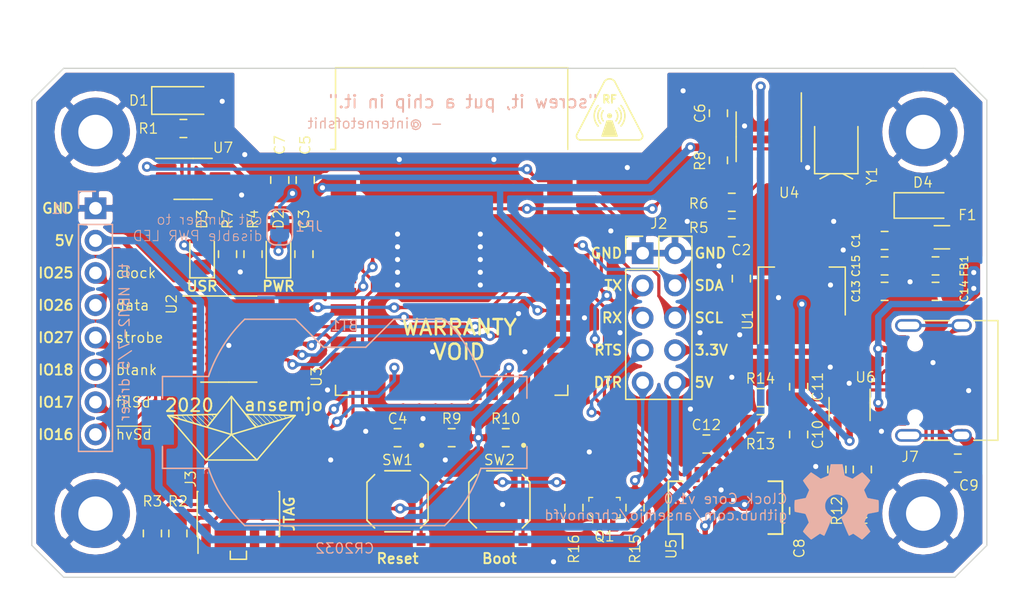
<source format=kicad_pcb>
(kicad_pcb (version 20171130) (host pcbnew 5.1.6)
  (title_block (rev 1))
  (layers (0 Front signal) (31 Back signal) (34 B.Paste user) (35 F.Paste user) (36 B.SilkS user) (37 F.SilkS user) (38 B.Mask user) (39 F.Mask user) (44 Edge.Cuts user))
  (net 0 "")
  (net 1 GND)
  (net 2 "Net-(BT1-Pad1)")
  (net 3 +5V)
  (net 4 SCL)
  (net 5 SDA)
  (net 6 +3V3)
  (net 7 /CRYSTAL_N)
  (net 8 /CRYSTAL_P)
  (net 9 USB+)
  (net 10 USB-)
  (net 11 RTC_SQW)
  (net 12 /FT231_LDO)
  (net 13 /D-)
  (net 14 /D+)
  (net 15 IO_LED)
  (net 16 "Net-(D2-Pad1)")
  (net 17 /CC2)
  (net 18 /CC1)
  (net 19 GPIO0)
  (net 20 "Net-(Q1-Pad2)")
  (net 21 RTS)
  (net 22 DTR)
  (net 23 "Net-(Q1-Pad5)")
  (net 24 CHIP_EN)
  (net 25 TXD0)
  (net 26 RXD0)
  (net 27 /~HV_SHDN~)
  (net 28 /FIL_SHDN)
  (net 29 /HV_BLANK)
  (net 30 /HV_STROBE)
  (net 31 /HV_DATA)
  (net 32 /HV_CLOCK)
  (net 33 VBUS)
  (net 34 "Net-(F1-Pad2)")
  (net 35 JTAG_TDI)
  (net 36 JTAG_TDO)
  (net 37 JTAG_TCK)
  (net 38 JTAG_TMS)
  (net 39 ~OUTPUT_EN~)
  (net 40 IO_CLOCK)
  (net 41 IO_DATA)
  (net 42 IO_STROBE)
  (net 43 IO_BLANK)
  (net 44 IO_FIL_SHDN)
  (net 45 ~IO_HV_SHDN~)
  (net 46 LIGHT)
  (net 47 "Net-(C3-Pad1)")
  (net 48 "Net-(C9-Pad1)")
  (net 49 "Net-(D2-Pad2)")
  (net 50 "Net-(D3-Pad1)")
  (net 51 "Net-(D4-Pad2)")
  (net 52 TEMP)
  (module Crystal:Crystal_SMD_MicroCrystal_MS1V-T1K (layer Front) (at 148.17444 53.68048 180)
    (fp_text reference Y1 (at -2.794 -2.284 90) (layer F.SilkS) (effects (font (size 0.8 0.8) (thickness 0.1))))
    (fp_text value "32.768Hz, 12.5pF, 45kΩ")
    (pad 3 smd rect (at 0 3.05 180) (size 3 2.5) (layers Front F.Paste F.Mask) (net 1 GND))
    (pad 2 smd rect (at 1.27 -3.5 180) (size 1 1.6) (layers Front F.Paste F.Mask) (net 7 /CRYSTAL_N))
    (pad 1 smd rect (at -1.27 -3.5 180) (size 1 1.6) (layers Front F.Paste F.Mask) (net 8 /CRYSTAL_P))
  )
  (module Package_SO:MSOP-8_3x3mm_P0.65mm (layer Front) (at 97.664 56.188)
    (fp_text reference U7 (at 2.3495 -2.45) (layer F.SilkS) (effects (font (size 0.8 0.8) (thickness 0.1))))
    (fp_text value DS18B20U)
    (pad 1 smd roundrect (at -2.1125 -0.975) (size 1.625 0.4) (layers Front F.Paste F.Mask) (net 52 TEMP))
    (pad 2 smd roundrect (at -2.1125 -0.325) (size 1.625 0.4) (layers Front F.Paste F.Mask))
    (pad 3 smd roundrect (at -2.1125 0.325) (size 1.625 0.4) (layers Front F.Paste F.Mask))
    (pad 4 smd roundrect (at -2.1125 0.975) (size 1.625 0.4) (layers Front F.Paste F.Mask) (net 1 GND))
    (pad 5 smd roundrect (at 2.1125 0.975) (size 1.625 0.4) (layers Front F.Paste F.Mask))
    (pad 6 smd roundrect (at 2.1125 0.325) (size 1.625 0.4) (layers Front F.Paste F.Mask))
    (pad 7 smd roundrect (at 2.1125 -0.325) (size 1.625 0.4) (layers Front F.Paste F.Mask))
    (pad 8 smd roundrect (at 2.1125 -0.975) (size 1.625 0.4) (layers Front F.Paste F.Mask) (net 6 +3V3))
  )
  (module Symbol:OSHW-Symbol_6.7x6mm_SilkScreen (layer Back) (at 148.21 81.588 180)
    (fp_text reference A2 hide)
    (fp_text value Logo_Open_Hardware_Small hide)
  )
  (module Battery:BatteryHolder_Keystone_1058_1x2032 (layer Back) (at 109.57 75.33)
    (fp_text reference BT1 (at 0 -7.62) (layer B.SilkS) (effects (font (size 0.8 0.8) (thickness 0.1)) (justify mirror)))
    (fp_text value "12mm Coin Cell")
    (pad 1 smd rect (at -14.68 0) (size 2.54 3.51) (layers Back B.Paste B.Mask) (net 2 "Net-(BT1-Pad1)"))
    (pad 2 smd rect (at 14.68 0) (size 2.54 3.51) (layers Back B.Paste B.Mask) (net 1 GND))
  )
  (module extra_libraries:RF_Hazard (layer Front) (at 130.37 51.13)
    (fp_text reference REF** hide)
    (fp_text value RF_Hazard)
    (fp_text user RF (at 0 -1.2 unlocked) (layer F.SilkS) (effects (font (size 0.6 0.6))))
  )
  (module Package_TO_SOT_SMD:SOT-223 (layer Front) (at 145.47 65.03 90)
    (fp_text reference U1 (at -2.25 -4.25 270) (layer F.SilkS) (effects (font (size 0.8 0.8) (thickness 0.1))))
    (fp_text value AP2114H-3_3TRG1)
    (pad 4 smd rect (at 3.15 0 90) (size 2 3.8) (layers Front F.Paste F.Mask) (net 6 +3V3))
    (pad 2 smd rect (at -3.15 0 90) (size 2 1.5) (layers Front F.Paste F.Mask) (net 6 +3V3))
    (pad 3 smd rect (at -3.15 2.3 90) (size 2 1.5) (layers Front F.Paste F.Mask) (net 3 +5V))
    (pad 1 smd rect (at -3.15 -2.3 90) (size 2 1.5) (layers Front F.Paste F.Mask) (net 1 GND))
  )
  (module Diode_SMD:D_SOD-123 (layer Front) (at 154.97 58.28)
    (fp_text reference D4 (at 0 -1.80752) (layer F.SilkS) (effects (font (size 0.8 0.8) (thickness 0.1))))
    (fp_text value 1N5819HW)
    (pad 1 smd rect (at -1.65 0) (size 0.9 1.2) (layers Front F.Paste F.Mask) (net 3 +5V))
    (pad 2 smd rect (at 1.65 0) (size 0.9 1.2) (layers Front F.Paste F.Mask) (net 51 "Net-(D4-Pad2)"))
  )
  (module Connector_PinHeader_2.54mm:PinHeader_2x05_P2.54mm_Vertical (layer Front) (at 132.97 62.03)
    (fp_text reference J2 (at 1.27 -2.33) (layer F.SilkS) (effects (font (size 0.8 0.8) (thickness 0.1))))
    (fp_text value Ext)
    (pad 1 thru_hole rect (at 0 0) (size 1.7 1.7) (drill 1) (layers *.Cu *.Mask) (net 1 GND))
    (pad 2 thru_hole oval (at 2.54 0) (size 1.7 1.7) (drill 1) (layers *.Cu *.Mask) (net 1 GND))
    (pad 3 thru_hole oval (at 0 2.54) (size 1.7 1.7) (drill 1) (layers *.Cu *.Mask) (net 25 TXD0))
    (pad 4 thru_hole oval (at 2.54 2.54) (size 1.7 1.7) (drill 1) (layers *.Cu *.Mask) (net 5 SDA))
    (pad 5 thru_hole oval (at 0 5.08) (size 1.7 1.7) (drill 1) (layers *.Cu *.Mask) (net 26 RXD0))
    (pad 6 thru_hole oval (at 2.54 5.08) (size 1.7 1.7) (drill 1) (layers *.Cu *.Mask) (net 4 SCL))
    (pad 7 thru_hole oval (at 0 7.62) (size 1.7 1.7) (drill 1) (layers *.Cu *.Mask) (net 21 RTS))
    (pad 8 thru_hole oval (at 2.54 7.62) (size 1.7 1.7) (drill 1) (layers *.Cu *.Mask) (net 6 +3V3))
    (pad 9 thru_hole oval (at 0 10.16) (size 1.7 1.7) (drill 1) (layers *.Cu *.Mask) (net 22 DTR))
    (pad 10 thru_hole oval (at 2.54 10.16) (size 1.7 1.7) (drill 1) (layers *.Cu *.Mask) (net 3 +5V))
  )
  (module Connector_USB:USB_C_Receptacle_HRO_TYPE-C-31-M-12 (layer Front) (at 156.97 72.03 90)
    (fp_text reference J7 (at -6 -3 180) (layer F.SilkS) (effects (font (size 0.8 0.8) (thickness 0.1))))
    (fp_text value GCT_USB4108-GF-A)
    (pad S1 thru_hole oval (at 4.32 1.05 90) (size 1 1.6) (drill oval 0.6 1.2) (layers *.Cu *.Mask) (net 48 "Net-(C9-Pad1)"))
    (pad "" np_thru_hole circle (at 2.89 -2.6 90) (size 0.65 0.65) (drill 0.65) (layers *.Cu *.Mask))
    (pad S1 thru_hole oval (at -4.32 1.05 90) (size 1 1.6) (drill oval 0.6 1.2) (layers *.Cu *.Mask) (net 48 "Net-(C9-Pad1)"))
    (pad "" np_thru_hole circle (at -2.89 -2.6 90) (size 0.65 0.65) (drill 0.65) (layers *.Cu *.Mask))
    (pad S1 thru_hole oval (at -4.32 -3.13 90) (size 1 2.1) (drill oval 0.6 1.7) (layers *.Cu *.Mask) (net 48 "Net-(C9-Pad1)"))
    (pad S1 thru_hole oval (at 4.32 -3.13 90) (size 1 2.1) (drill oval 0.6 1.7) (layers *.Cu *.Mask) (net 48 "Net-(C9-Pad1)"))
    (pad A6 smd rect (at -0.25 -4.045 90) (size 0.3 1.45) (layers Front F.Paste F.Mask) (net 14 /D+))
    (pad B5 smd rect (at 1.75 -4.045 90) (size 0.3 1.45) (layers Front F.Paste F.Mask) (net 17 /CC2))
    (pad A8 smd rect (at 1.25 -4.045 90) (size 0.3 1.45) (layers Front F.Paste F.Mask))
    (pad B6 smd rect (at 0.75 -4.045 90) (size 0.3 1.45) (layers Front F.Paste F.Mask) (net 14 /D+))
    (pad A7 smd rect (at 0.25 -4.045 90) (size 0.3 1.45) (layers Front F.Paste F.Mask) (net 13 /D-))
    (pad B7 smd rect (at -0.75 -4.045 90) (size 0.3 1.45) (layers Front F.Paste F.Mask) (net 13 /D-))
    (pad A5 smd rect (at -1.25 -4.045 90) (size 0.3 1.45) (layers Front F.Paste F.Mask) (net 18 /CC1))
    (pad B8 smd rect (at -1.75 -4.045 90) (size 0.3 1.45) (layers Front F.Paste F.Mask))
    (pad A12 smd rect (at 3.25 -4.045 90) (size 0.6 1.45) (layers Front F.Paste F.Mask) (net 1 GND))
    (pad B4 smd rect (at 2.45 -4.045 90) (size 0.6 1.45) (layers Front F.Paste F.Mask) (net 33 VBUS))
    (pad A4 smd rect (at -2.45 -4.045 90) (size 0.6 1.45) (layers Front F.Paste F.Mask) (net 33 VBUS))
    (pad A1 smd rect (at -3.25 -4.045 90) (size 0.6 1.45) (layers Front F.Paste F.Mask) (net 1 GND))
    (pad B12 smd rect (at -3.25 -4.045 90) (size 0.6 1.45) (layers Front F.Paste F.Mask) (net 1 GND))
    (pad B9 smd rect (at -2.45 -4.045 90) (size 0.6 1.45) (layers Front F.Paste F.Mask) (net 33 VBUS))
    (pad A9 smd rect (at 2.45 -4.045 90) (size 0.6 1.45) (layers Front F.Paste F.Mask) (net 33 VBUS))
    (pad B1 smd rect (at 3.25 -4.045 90) (size 0.6 1.45) (layers Front F.Paste F.Mask) (net 1 GND))
  )
  (module extra_libraries:JTAG_2x05_P1.27mm_Vertical_SMD (layer Front) (at 101.22 82.53 90)
    (fp_text reference J3 (at 2.75 -3.75 270) (layer F.SilkS) (effects (font (size 0.8 0.8) (thickness 0.1))))
    (fp_text value JTAG)
    (pad 1 smd rect (at -1.95 -2.54 90) (size 2.4 0.74) (layers Front F.Paste F.Mask) (net 6 +3V3))
    (pad 2 smd rect (at 1.95 -2.54 90) (size 2.4 0.74) (layers Front F.Paste F.Mask) (net 38 JTAG_TMS))
    (pad 3 smd rect (at -1.95 -1.27 90) (size 2.4 0.74) (layers Front F.Paste F.Mask) (net 1 GND))
    (pad 4 smd rect (at 1.95 -1.27 90) (size 2.4 0.74) (layers Front F.Paste F.Mask) (net 37 JTAG_TCK))
    (pad 5 smd rect (at -1.95 0 90) (size 2.4 0.74) (layers Front F.Paste F.Mask) (net 1 GND))
    (pad 6 smd rect (at 1.95 0 90) (size 2.4 0.74) (layers Front F.Paste F.Mask) (net 36 JTAG_TDO))
    (pad 7 smd rect (at -1.95 1.27 90) (size 2.4 0.74) (layers Front F.Paste F.Mask))
    (pad 8 smd rect (at 1.95 1.27 90) (size 2.4 0.74) (layers Front F.Paste F.Mask) (net 35 JTAG_TDI))
    (pad 9 smd rect (at -1.95 2.54 90) (size 2.4 0.74) (layers Front F.Paste F.Mask))
    (pad 10 smd rect (at 1.95 2.54 90) (size 2.4 0.74) (layers Front F.Paste F.Mask) (net 24 CHIP_EN))
  )
  (module Diode_SMD:D_1206_3216Metric_Castellated (layer Front) (at 96.902 50.03)
    (fp_text reference D1 (at -3.5 0) (layer F.SilkS) (effects (font (size 0.8 0.8) (thickness 0.1))))
    (fp_text value "Ambient Light Sensor")
    (pad 1 smd roundrect (at -1.425 0) (size 1.6 1.65) (layers Front F.Paste F.Mask) (roundrect_rratio 0.15625) (net 46 LIGHT))
    (pad 2 smd roundrect (at 1.425 0) (size 1.6 1.65) (layers Front F.Paste F.Mask) (roundrect_rratio 0.15625) (net 1 GND))
  )
  (module Resistor_SMD:R_0805_2012Metric_Pad1.15x1.40mm_HandSolder (layer Front) (at 96.902 52.23 180)
    (fp_text reference R1 (at 2.75 0) (layer F.SilkS) (effects (font (size 0.8 0.8) (thickness 0.1))))
    (fp_text value 4.7kΩ)
    (pad 1 smd roundrect (at -1.025 0 180) (size 1.15 1.4) (layers Front F.Paste F.Mask) (roundrect_rratio 0.217391) (net 6 +3V3))
    (pad 2 smd roundrect (at 1.025 0 180) (size 1.15 1.4) (layers Front F.Paste F.Mask) (roundrect_rratio 0.217391) (net 46 LIGHT))
  )
  (module Capacitor_SMD:C_0805_2012Metric_Pad1.15x1.40mm_HandSolder (layer Front) (at 106.37 62.105 90)
    (fp_text reference C3 (at 2.75 0 90) (layer F.SilkS) (effects (font (size 0.8 0.8) (thickness 0.1))))
    (fp_text value 1nF)
    (pad 1 smd roundrect (at -1.025 0 90) (size 1.15 1.4) (layers Front F.Paste F.Mask) (roundrect_rratio 0.217391) (net 47 "Net-(C3-Pad1)"))
    (pad 2 smd roundrect (at 1.025 0 90) (size 1.15 1.4) (layers Front F.Paste F.Mask) (roundrect_rratio 0.217391) (net 1 GND))
  )
  (module extra_libraries:AHOI (layer Front) (at 100.67644 76.28448)
    (fp_text reference A1 hide)
    (fp_text value 2020 (at -3.3 -2.3) (layer F.SilkS))
    (fp_text user ansemjo (at 4.1 -2.35) (layer F.SilkS))
  )
  (module Resistor_SMD:R_0805_2012Metric_Pad1.15x1.40mm_HandSolder (layer Front) (at 94.47 84.055 90)
    (fp_text reference R3 (at 2.525 0) (layer F.SilkS) (effects (font (size 0.8 0.8) (thickness 0.1))))
    (fp_text value 10kΩ)
    (pad 1 smd roundrect (at -1.025 0 90) (size 1.15 1.4) (layers Front F.Paste F.Mask) (roundrect_rratio 0.217391) (net 6 +3V3))
    (pad 2 smd roundrect (at 1.025 0 90) (size 1.15 1.4) (layers Front F.Paste F.Mask) (roundrect_rratio 0.217391) (net 38 JTAG_TMS))
  )
  (module Resistor_SMD:R_0805_2012Metric_Pad1.15x1.40mm_HandSolder (layer Front) (at 96.47 84.055 90)
    (fp_text reference R2 (at 2.525 0) (layer F.SilkS) (effects (font (size 0.8 0.8) (thickness 0.1))))
    (fp_text value 10kΩ)
    (pad 1 smd roundrect (at -1.025 0 90) (size 1.15 1.4) (layers Front F.Paste F.Mask) (roundrect_rratio 0.217391) (net 6 +3V3))
    (pad 2 smd roundrect (at 1.025 0 90) (size 1.15 1.4) (layers Front F.Paste F.Mask) (roundrect_rratio 0.217391) (net 37 JTAG_TCK))
  )
  (module Inductor_SMD:L_0805_2012Metric_Pad1.15x1.40mm_HandSolder (layer Front) (at 155.97 63.03)
    (fp_text reference FB1 (at 2.25 0 270) (layer F.SilkS) (effects (font (size 0.6 0.6) (thickness 0.1))))
    (fp_text value 220ΩZ)
    (pad 1 smd roundrect (at -1.025 0) (size 1.15 1.4) (layers Front F.Paste F.Mask) (roundrect_rratio 0.217391) (net 34 "Net-(F1-Pad2)"))
    (pad 2 smd roundrect (at 1.025 0) (size 1.15 1.4) (layers Front F.Paste F.Mask) (roundrect_rratio 0.217391) (net 33 VBUS))
  )
  (module Capacitor_SMD:C_0805_2012Metric_Pad1.15x1.40mm_HandSolder (layer Front) (at 157.72 78.53 180)
    (fp_text reference C9 (at -0.86844 -1.75) (layer F.SilkS) (effects (font (size 0.8 0.8) (thickness 0.1))))
    (fp_text value DNP/100nF)
    (pad 1 smd roundrect (at -1.025 0 180) (size 1.15 1.4) (layers Front F.Paste F.Mask) (roundrect_rratio 0.217391) (net 48 "Net-(C9-Pad1)"))
    (pad 2 smd roundrect (at 1.025 0 180) (size 1.15 1.4) (layers Front F.Paste F.Mask) (roundrect_rratio 0.217391) (net 1 GND))
  )
  (module Capacitor_SMD:C_0805_2012Metric_Pad1.15x1.40mm_HandSolder (layer Front) (at 104.47 56.28 90)
    (fp_text reference C7 (at 2.75 0 90) (layer F.SilkS) (effects (font (size 0.8 0.8) (thickness 0.1))))
    (fp_text value 100nF)
    (pad 1 smd roundrect (at -1.025 0 90) (size 1.15 1.4) (layers Front F.Paste F.Mask) (roundrect_rratio 0.217391) (net 6 +3V3))
    (pad 2 smd roundrect (at 1.025 0 90) (size 1.15 1.4) (layers Front F.Paste F.Mask) (roundrect_rratio 0.217391) (net 1 GND))
  )
  (module Capacitor_SMD:C_0805_2012Metric_Pad1.15x1.40mm_HandSolder (layer Front) (at 106.47 56.28 90)
    (fp_text reference C5 (at 2.75 0 90) (layer F.SilkS) (effects (font (size 0.8 0.8) (thickness 0.1))))
    (fp_text value 10µF)
    (pad 1 smd roundrect (at -1.025 0 90) (size 1.15 1.4) (layers Front F.Paste F.Mask) (roundrect_rratio 0.217391) (net 6 +3V3))
    (pad 2 smd roundrect (at 1.025 0 90) (size 1.15 1.4) (layers Front F.Paste F.Mask) (roundrect_rratio 0.217391) (net 1 GND))
  )
  (module Capacitor_SMD:C_0805_2012Metric_Pad1.15x1.40mm_HandSolder (layer Front) (at 113.72 76.53 180)
    (fp_text reference C4 (at 0 1.5) (layer F.SilkS) (effects (font (size 0.8 0.8) (thickness 0.1))))
    (fp_text value 100nF)
    (pad 1 smd roundrect (at -1.025 0 180) (size 1.15 1.4) (layers Front F.Paste F.Mask) (roundrect_rratio 0.217391) (net 24 CHIP_EN))
    (pad 2 smd roundrect (at 1.025 0 180) (size 1.15 1.4) (layers Front F.Paste F.Mask) (roundrect_rratio 0.217391) (net 1 GND))
  )
  (module Capacitor_SMD:C_0805_2012Metric_Pad1.15x1.40mm_HandSolder (layer Front) (at 140.72 64.03 270)
    (fp_text reference C2 (at -2.25 0 180) (layer F.SilkS) (effects (font (size 0.8 0.8) (thickness 0.1))))
    (fp_text value 4.7µF)
    (pad 1 smd roundrect (at -1.025 0 270) (size 1.15 1.4) (layers Front F.Paste F.Mask) (roundrect_rratio 0.217391) (net 6 +3V3))
    (pad 2 smd roundrect (at 1.025 0 270) (size 1.15 1.4) (layers Front F.Paste F.Mask) (roundrect_rratio 0.217391) (net 1 GND))
  )
  (module Capacitor_SMD:C_0805_2012Metric_Pad1.15x1.40mm_HandSolder (layer Front) (at 151.97 61.03)
    (fp_text reference C1 (at -2.25 0 90) (layer F.SilkS) (effects (font (size 0.6 0.6) (thickness 0.1))))
    (fp_text value 4.7µF)
    (pad 1 smd roundrect (at -1.025 0) (size 1.15 1.4) (layers Front F.Paste F.Mask) (roundrect_rratio 0.217391) (net 3 +5V))
    (pad 2 smd roundrect (at 1.025 0) (size 1.15 1.4) (layers Front F.Paste F.Mask) (roundrect_rratio 0.217391) (net 1 GND))
  )
  (module Capacitor_SMD:C_0805_2012Metric_Pad1.15x1.40mm_HandSolder (layer Front) (at 151.97 63.03)
    (fp_text reference C15 (at -2.25 0 270) (layer F.SilkS) (effects (font (size 0.6 0.6) (thickness 0.1))))
    (fp_text value 4.7µF)
    (pad 1 smd roundrect (at -1.025 0) (size 1.15 1.4) (layers Front F.Paste F.Mask) (roundrect_rratio 0.217391) (net 3 +5V))
    (pad 2 smd roundrect (at 1.025 0) (size 1.15 1.4) (layers Front F.Paste F.Mask) (roundrect_rratio 0.217391) (net 1 GND))
  )
  (module Capacitor_SMD:C_0805_2012Metric_Pad1.15x1.40mm_HandSolder (layer Front) (at 151.97 65.03)
    (fp_text reference C14 (at 6.25 0 270) (layer F.SilkS) (effects (font (size 0.6 0.6) (thickness 0.1))))
    (fp_text value 100nF)
    (pad 1 smd roundrect (at -1.025 0) (size 1.15 1.4) (layers Front F.Paste F.Mask) (roundrect_rratio 0.217391) (net 3 +5V))
    (pad 2 smd roundrect (at 1.025 0) (size 1.15 1.4) (layers Front F.Paste F.Mask) (roundrect_rratio 0.217391) (net 1 GND))
  )
  (module Jumper:SolderJumper-2_P1.3mm_Bridged_RoundedPad1.0x1.5mm (layer Back) (at 104.47 59.98 270)
    (fp_text reference JP1 (at -0.05 -2.3 180) (layer B.SilkS) (effects (font (size 0.8 0.8) (thickness 0.1)) (justify mirror)))
    (fp_text value Bridge)
    (fp_poly (pts (xy 0.25 0.3) (xy -0.25 0.3) (xy -0.25 -0.3) (xy 0.25 -0.3)) (layer Back) (width 0))
    (pad 2 smd custom (at 0.65 0 270) (size 1 0.5) (layers Back B.Mask) (net 49 "Net-(D2-Pad2)") (options (clearance outline) (anchor rect)) (primitives (gr_circle (center 0 -0.25) (end 0.5 -0.25) (width 0)) (gr_circle (center 0 0.25) (end 0.5 0.25) (width 0)) (gr_poly (pts (xy 0 0.75) (xy -0.5 0.75) (xy -0.5 -0.75) (xy 0 -0.75)) (width 0))))
    (pad 1 smd custom (at -0.65 0 270) (size 1 0.5) (layers Back B.Mask) (net 6 +3V3) (options (clearance outline) (anchor rect)) (primitives (gr_circle (center 0 -0.25) (end 0.5 -0.25) (width 0)) (gr_circle (center 0 0.25) (end 0.5 0.25) (width 0)) (gr_poly (pts (xy 0 0.75) (xy 0.5 0.75) (xy 0.5 -0.75) (xy 0 -0.75)) (width 0))))
  )
  (module Capacitor_SMD:C_0805_2012Metric_Pad1.15x1.40mm_HandSolder (layer Front) (at 155.97 65.03 180)
    (fp_text reference C13 (at 6.25 0 90) (layer F.SilkS) (effects (font (size 0.6 0.6) (thickness 0.1))))
    (fp_text value 10nF)
    (pad 1 smd roundrect (at -1.025 0 180) (size 1.15 1.4) (layers Front F.Paste F.Mask) (roundrect_rratio 0.217391) (net 33 VBUS))
    (pad 2 smd roundrect (at 1.025 0 180) (size 1.15 1.4) (layers Front F.Paste F.Mask) (roundrect_rratio 0.217391) (net 1 GND))
  )
  (module extra_libraries:SW_PTS526_SM08_SMTR2_LFS (layer Front) (at 121.72 81.53 270)
    (fp_text reference SW2 (at -3.25 0 180) (layer F.SilkS) (effects (font (size 0.8 0.8) (thickness 0.1))))
    (fp_text value Boot)
    (pad 1 smd rect (at -3 -1.85 270) (size 1 0.7) (layers Front F.Paste F.Mask) (net 19 GPIO0))
    (pad 2 smd rect (at -3 1.85 270) (size 1 0.7) (layers Front F.Paste F.Mask) (net 1 GND))
    (pad 1 smd rect (at 3 -1.85 270) (size 1 0.7) (layers Front F.Paste F.Mask) (net 19 GPIO0))
    (pad 2 smd rect (at 3 1.85 270) (size 1 0.7) (layers Front F.Paste F.Mask) (net 1 GND))
  )
  (module extra_libraries:SW_PTS526_SM08_SMTR2_LFS (layer Front) (at 113.72 81.53 270)
    (fp_text reference SW1 (at -3.25 0 180) (layer F.SilkS) (effects (font (size 0.8 0.8) (thickness 0.1))))
    (fp_text value Reset)
    (pad 1 smd rect (at -3 -1.85 270) (size 1 0.7) (layers Front F.Paste F.Mask) (net 24 CHIP_EN))
    (pad 2 smd rect (at -3 1.85 270) (size 1 0.7) (layers Front F.Paste F.Mask) (net 1 GND))
    (pad 1 smd rect (at 3 -1.85 270) (size 1 0.7) (layers Front F.Paste F.Mask) (net 24 CHIP_EN))
    (pad 2 smd rect (at 3 1.85 270) (size 1 0.7) (layers Front F.Paste F.Mask) (net 1 GND))
  )
  (module LED_SMD:LED_0805_2012Metric_Pad1.15x1.40mm_HandSolder (layer Front) (at 98.37 62.105 90)
    (fp_text reference D3 (at 2.75 0 90) (layer F.SilkS) (effects (font (size 0.8 0.8) (thickness 0.1))))
    (fp_text value "GPIO LED")
    (pad 1 smd roundrect (at -1.025 0 90) (size 1.15 1.4) (layers Front F.Paste F.Mask) (roundrect_rratio 0.217391) (net 50 "Net-(D3-Pad1)"))
    (pad 2 smd roundrect (at 1.025 0 90) (size 1.15 1.4) (layers Front F.Paste F.Mask) (roundrect_rratio 0.217391) (net 15 IO_LED))
  )
  (module LED_SMD:LED_0805_2012Metric_Pad1.15x1.40mm_HandSolder (layer Front) (at 104.37 62.105 90)
    (fp_text reference D2 (at 2.75 0 90) (layer F.SilkS) (effects (font (size 0.8 0.8) (thickness 0.1))))
    (fp_text value "PWR LED")
    (pad 1 smd roundrect (at -1.025 0 90) (size 1.15 1.4) (layers Front F.Paste F.Mask) (roundrect_rratio 0.217391) (net 16 "Net-(D2-Pad1)"))
    (pad 2 smd roundrect (at 1.025 0 90) (size 1.15 1.4) (layers Front F.Paste F.Mask) (roundrect_rratio 0.217391) (net 49 "Net-(D2-Pad2)"))
  )
  (module Package_TO_SOT_SMD:SOT-23-6 (layer Front) (at 149.22 74.28 270)
    (fp_text reference U6 (at -2.5 -1.25 180) (layer F.SilkS) (effects (font (size 0.8 0.8) (thickness 0.1))))
    (fp_text value USBLC6-4SC6)
    (pad 1 smd rect (at -1.1 -0.95 270) (size 1.06 0.65) (layers Front F.Paste F.Mask) (net 13 /D-))
    (pad 2 smd rect (at -1.1 0 270) (size 1.06 0.65) (layers Front F.Paste F.Mask) (net 1 GND))
    (pad 3 smd rect (at -1.1 0.95 270) (size 1.06 0.65) (layers Front F.Paste F.Mask) (net 14 /D+))
    (pad 4 smd rect (at 1.1 0.95 270) (size 1.06 0.65) (layers Front F.Paste F.Mask) (net 17 /CC2))
    (pad 6 smd rect (at 1.1 -0.95 270) (size 1.06 0.65) (layers Front F.Paste F.Mask) (net 18 /CC1))
    (pad 5 smd rect (at 1.1 0 270) (size 1.06 0.65) (layers Front F.Paste F.Mask) (net 6 +3V3))
  )
  (module Package_SO:SSOP-20_3.9x8.7mm_P0.635mm (layer Front) (at 139.47 82.03 90)
    (fp_text reference U5 (at -3.25 -4.25 90) (layer F.SilkS) (effects (font (size 0.8 0.8) (thickness 0.1))))
    (fp_text value FT231XS)
    (pad 1 smd rect (at -2.6 -2.8575 90) (size 1.2 0.4) (layers Front F.Paste F.Mask) (net 22 DTR))
    (pad 2 smd rect (at -2.6 -2.2225 90) (size 1.2 0.4) (layers Front F.Paste F.Mask) (net 21 RTS))
    (pad 3 smd rect (at -2.6 -1.5875 90) (size 1.2 0.4) (layers Front F.Paste F.Mask) (net 12 /FT231_LDO))
    (pad 4 smd rect (at -2.6 -0.9525 90) (size 1.2 0.4) (layers Front F.Paste F.Mask) (net 25 TXD0))
    (pad 5 smd rect (at -2.6 -0.3175 90) (size 1.2 0.4) (layers Front F.Paste F.Mask))
    (pad 6 smd rect (at -2.6 0.3175 90) (size 1.2 0.4) (layers Front F.Paste F.Mask) (net 1 GND))
    (pad 7 smd rect (at -2.6 0.9525 90) (size 1.2 0.4) (layers Front F.Paste F.Mask))
    (pad 8 smd rect (at -2.6 1.5875 90) (size 1.2 0.4) (layers Front F.Paste F.Mask))
    (pad 9 smd rect (at -2.6 2.2225 90) (size 1.2 0.4) (layers Front F.Paste F.Mask))
    (pad 10 smd rect (at -2.6 2.8575 90) (size 1.2 0.4) (layers Front F.Paste F.Mask))
    (pad 11 smd rect (at 2.6 2.8575 90) (size 1.2 0.4) (layers Front F.Paste F.Mask) (net 9 USB+))
    (pad 12 smd rect (at 2.6 2.2225 90) (size 1.2 0.4) (layers Front F.Paste F.Mask) (net 10 USB-))
    (pad 13 smd rect (at 2.6 1.5875 90) (size 1.2 0.4) (layers Front F.Paste F.Mask) (net 12 /FT231_LDO))
    (pad 14 smd rect (at 2.6 0.9525 90) (size 1.2 0.4) (layers Front F.Paste F.Mask) (net 12 /FT231_LDO))
    (pad 15 smd rect (at 2.6 0.3175 90) (size 1.2 0.4) (layers Front F.Paste F.Mask) (net 3 +5V))
    (pad 16 smd rect (at 2.6 -0.3175 90) (size 1.2 0.4) (layers Front F.Paste F.Mask) (net 1 GND))
    (pad 17 smd rect (at 2.6 -0.9525 90) (size 1.2 0.4) (layers Front F.Paste F.Mask))
    (pad 18 smd rect (at 2.6 -1.5875 90) (size 1.2 0.4) (layers Front F.Paste F.Mask))
    (pad 19 smd rect (at 2.6 -2.2225 90) (size 1.2 0.4) (layers Front F.Paste F.Mask))
    (pad 20 smd rect (at 2.6 -2.8575 90) (size 1.2 0.4) (layers Front F.Paste F.Mask) (net 26 RXD0))
  )
  (module Resistor_SMD:R_0805_2012Metric_Pad1.15x1.40mm_HandSolder (layer Front) (at 142.22 73.38)
    (fp_text reference R14 (at 0 -1.5) (layer F.SilkS) (effects (font (size 0.8 0.8) (thickness 0.1))))
    (fp_text value 27Ω)
    (pad 1 smd roundrect (at -1.025 0) (size 1.15 1.4) (layers Front F.Paste F.Mask) (roundrect_rratio 0.217391) (net 9 USB+))
    (pad 2 smd roundrect (at 1.025 0) (size 1.15 1.4) (layers Front F.Paste F.Mask) (roundrect_rratio 0.217391) (net 14 /D+))
  )
  (module Resistor_SMD:R_0805_2012Metric_Pad1.15x1.40mm_HandSolder (layer Front) (at 142.22 75.43)
    (fp_text reference R13 (at 0 1.6) (layer F.SilkS) (effects (font (size 0.8 0.8) (thickness 0.1))))
    (fp_text value 27Ω)
    (pad 1 smd roundrect (at -1.025 0) (size 1.15 1.4) (layers Front F.Paste F.Mask) (roundrect_rratio 0.217391) (net 10 USB-))
    (pad 2 smd roundrect (at 1.025 0) (size 1.15 1.4) (layers Front F.Paste F.Mask) (roundrect_rratio 0.217391) (net 13 /D-))
  )
  (module Resistor_SMD:R_0805_2012Metric_Pad1.15x1.40mm_HandSolder (layer Front) (at 122.22 76.53)
    (fp_text reference R10 (at 0 -1.5) (layer F.SilkS) (effects (font (size 0.8 0.8) (thickness 0.1))))
    (fp_text value 10kΩ)
    (pad 1 smd roundrect (at -1.025 0) (size 1.15 1.4) (layers Front F.Paste F.Mask) (roundrect_rratio 0.217391) (net 6 +3V3))
    (pad 2 smd roundrect (at 1.025 0) (size 1.15 1.4) (layers Front F.Paste F.Mask) (roundrect_rratio 0.217391) (net 19 GPIO0))
  )
  (module Resistor_SMD:R_0805_2012Metric_Pad1.15x1.40mm_HandSolder (layer Front) (at 127.57 82.03 270)
    (fp_text reference R16 (at 3.25 0 90) (layer F.SilkS) (effects (font (size 0.8 0.8) (thickness 0.1))))
    (fp_text value 10kΩ)
    (pad 1 smd roundrect (at -1.025 0 270) (size 1.15 1.4) (layers Front F.Paste F.Mask) (roundrect_rratio 0.217391) (net 23 "Net-(Q1-Pad5)"))
    (pad 2 smd roundrect (at 1.025 0 270) (size 1.15 1.4) (layers Front F.Paste F.Mask) (roundrect_rratio 0.217391) (net 21 RTS))
  )
  (module Resistor_SMD:R_0805_2012Metric_Pad1.15x1.40mm_HandSolder (layer Front) (at 132.37 82.03 270)
    (fp_text reference R15 (at 3.25 0 90) (layer F.SilkS) (effects (font (size 0.8 0.8) (thickness 0.1))))
    (fp_text value 10kΩ)
    (pad 1 smd roundrect (at -1.025 0 270) (size 1.15 1.4) (layers Front F.Paste F.Mask) (roundrect_rratio 0.217391) (net 22 DTR))
    (pad 2 smd roundrect (at 1.025 0 270) (size 1.15 1.4) (layers Front F.Paste F.Mask) (roundrect_rratio 0.217391) (net 20 "Net-(Q1-Pad2)"))
  )
  (module Resistor_SMD:R_0805_2012Metric_Pad1.15x1.40mm_HandSolder (layer Front) (at 117.97 76.53 180)
    (fp_text reference R9 (at 0 1.5) (layer F.SilkS) (effects (font (size 0.8 0.8) (thickness 0.1))))
    (fp_text value 10kΩ)
    (pad 1 smd roundrect (at -1.025 0 180) (size 1.15 1.4) (layers Front F.Paste F.Mask) (roundrect_rratio 0.217391) (net 6 +3V3))
    (pad 2 smd roundrect (at 1.025 0 180) (size 1.15 1.4) (layers Front F.Paste F.Mask) (roundrect_rratio 0.217391) (net 24 CHIP_EN))
  )
  (module Resistor_SMD:R_0805_2012Metric_Pad1.15x1.40mm_HandSolder (layer Front) (at 100.37 62.105 270)
    (fp_text reference R7 (at -2.75 0 90) (layer F.SilkS) (effects (font (size 0.8 0.8) (thickness 0.1))))
    (fp_text value 1kΩ)
    (pad 1 smd roundrect (at -1.025 0 270) (size 1.15 1.4) (layers Front F.Paste F.Mask) (roundrect_rratio 0.217391) (net 50 "Net-(D3-Pad1)"))
    (pad 2 smd roundrect (at 1.025 0 270) (size 1.15 1.4) (layers Front F.Paste F.Mask) (roundrect_rratio 0.217391) (net 1 GND))
  )
  (module Resistor_SMD:R_0805_2012Metric_Pad1.15x1.40mm_HandSolder (layer Front) (at 102.37 62.105 270)
    (fp_text reference R4 (at -2.75 0 90) (layer F.SilkS) (effects (font (size 0.8 0.8) (thickness 0.1))))
    (fp_text value 1kΩ)
    (pad 1 smd roundrect (at -1.025 0 270) (size 1.15 1.4) (layers Front F.Paste F.Mask) (roundrect_rratio 0.217391) (net 16 "Net-(D2-Pad1)"))
    (pad 2 smd roundrect (at 1.025 0 270) (size 1.15 1.4) (layers Front F.Paste F.Mask) (roundrect_rratio 0.217391) (net 1 GND))
  )
  (module digikey-footprints:SOT-363 (layer Front) (at 129.97 82.03)
    (fp_text reference Q1 (at 0 2.25) (layer F.SilkS) (effects (font (size 0.8 0.8) (thickness 0.1))))
    (fp_text value MBT3904DW1T1G)
    (pad 6 smd rect (at -0.65 -0.95) (size 0.42 0.6) (layers Front F.Paste F.Mask) (net 24 CHIP_EN))
    (pad 5 smd rect (at 0 -0.95) (size 0.42 0.6) (layers Front F.Paste F.Mask) (net 23 "Net-(Q1-Pad5)"))
    (pad 4 smd rect (at 0.65 -0.95) (size 0.42 0.6) (layers Front F.Paste F.Mask) (net 22 DTR))
    (pad 1 smd rect (at -0.65 0.95) (size 0.42 0.6) (layers Front F.Paste F.Mask) (net 21 RTS))
    (pad 2 smd rect (at 0 0.95) (size 0.42 0.6) (layers Front F.Paste F.Mask) (net 20 "Net-(Q1-Pad2)"))
    (pad 3 smd rect (at 0.65 0.95) (size 0.42 0.6) (layers Front F.Paste F.Mask) (net 19 GPIO0))
  )
  (module Fuse:Fuse_1206_3216Metric_Pad1.42x1.75mm_HandSolder (layer Front) (at 156.47 60.78 180)
    (fp_text reference F1 (at -2 1.75 180) (layer F.SilkS) (effects (font (size 0.8 0.8) (thickness 0.1))))
    (fp_text value 500mA)
    (pad 1 smd roundrect (at -1.4875 0 180) (size 1.425 1.75) (layers Front F.Paste F.Mask) (roundrect_rratio 0.175439) (net 51 "Net-(D4-Pad2)"))
    (pad 2 smd roundrect (at 1.4875 0 180) (size 1.425 1.75) (layers Front F.Paste F.Mask) (roundrect_rratio 0.175439) (net 34 "Net-(F1-Pad2)"))
  )
  (module Capacitor_SMD:C_0805_2012Metric_Pad1.15x1.40mm_HandSolder (layer Front) (at 145.22 72.53 90)
    (fp_text reference C11 (at 0 1.5 90) (layer F.SilkS) (effects (font (size 0.8 0.8) (thickness 0.1))))
    (fp_text value 47pF)
    (pad 1 smd roundrect (at -1.025 0 90) (size 1.15 1.4) (layers Front F.Paste F.Mask) (roundrect_rratio 0.217391) (net 14 /D+))
    (pad 2 smd roundrect (at 1.025 0 90) (size 1.15 1.4) (layers Front F.Paste F.Mask) (roundrect_rratio 0.217391) (net 1 GND))
  )
  (module Capacitor_SMD:C_0805_2012Metric_Pad1.15x1.40mm_HandSolder (layer Front) (at 145.22 76.28 270)
    (fp_text reference C10 (at 0 -1.5 90) (layer F.SilkS) (effects (font (size 0.8 0.8) (thickness 0.1))))
    (fp_text value 47pF)
    (pad 1 smd roundrect (at -1.025 0 270) (size 1.15 1.4) (layers Front F.Paste F.Mask) (roundrect_rratio 0.217391) (net 13 /D-))
    (pad 2 smd roundrect (at 1.025 0 270) (size 1.15 1.4) (layers Front F.Paste F.Mask) (roundrect_rratio 0.217391) (net 1 GND))
  )
  (module Capacitor_SMD:C_0805_2012Metric_Pad1.15x1.40mm_HandSolder (layer Front) (at 137.97 77.03 180)
    (fp_text reference C12 (at 0 1.5) (layer F.SilkS) (effects (font (size 0.8 0.8) (thickness 0.1))))
    (fp_text value 100nF)
    (pad 1 smd roundrect (at -1.025 0 180) (size 1.15 1.4) (layers Front F.Paste F.Mask) (roundrect_rratio 0.217391) (net 3 +5V))
    (pad 2 smd roundrect (at 1.025 0 180) (size 1.15 1.4) (layers Front F.Paste F.Mask) (roundrect_rratio 0.217391) (net 1 GND))
  )
  (module Capacitor_SMD:C_0805_2012Metric_Pad1.15x1.40mm_HandSolder (layer Front) (at 145.22 82.28 270)
    (fp_text reference C8 (at 2.95 -0.05 90) (layer F.SilkS) (effects (font (size 0.8 0.8) (thickness 0.1))))
    (fp_text value 100nF)
    (pad 1 smd roundrect (at -1.025 0 270) (size 1.15 1.4) (layers Front F.Paste F.Mask) (roundrect_rratio 0.217391) (net 12 /FT231_LDO))
    (pad 2 smd roundrect (at 1.025 0 270) (size 1.15 1.4) (layers Front F.Paste F.Mask) (roundrect_rratio 0.217391) (net 1 GND))
  )
  (module Capacitor_SMD:C_0805_2012Metric_Pad1.15x1.40mm_HandSolder (layer Front) (at 138.92 51.03 90)
    (fp_text reference C6 (at 0 -1.45 90) (layer F.SilkS) (effects (font (size 0.8 0.8) (thickness 0.1))))
    (fp_text value 1µF)
    (pad 1 smd roundrect (at -1.025 0 90) (size 1.15 1.4) (layers Front F.Paste F.Mask) (roundrect_rratio 0.217391) (net 6 +3V3))
    (pad 2 smd roundrect (at 1.025 0 90) (size 1.15 1.4) (layers Front F.Paste F.Mask) (roundrect_rratio 0.217391) (net 1 GND))
  )
  (module Resistor_SMD:R_0805_2012Metric_Pad1.15x1.40mm_HandSolder (layer Front) (at 138.92 54.73 270)
    (fp_text reference R8 (at 0.05 1.45 90) (layer F.SilkS) (effects (font (size 0.8 0.8) (thickness 0.1))))
    (fp_text value 4.7kΩ)
    (pad 1 smd roundrect (at -1.025 0 270) (size 1.15 1.4) (layers Front F.Paste F.Mask) (roundrect_rratio 0.217391) (net 6 +3V3))
    (pad 2 smd roundrect (at 1.025 0 270) (size 1.15 1.4) (layers Front F.Paste F.Mask) (roundrect_rratio 0.217391) (net 11 RTC_SQW))
  )
  (module Resistor_SMD:R_0805_2012Metric_Pad1.15x1.40mm_HandSolder (layer Front) (at 139.97 58.03 180)
    (fp_text reference R6 (at 2.6 -0.1) (layer F.SilkS) (effects (font (size 0.8 0.8) (thickness 0.1))))
    (fp_text value 4.7kΩ)
    (pad 1 smd roundrect (at -1.025 0 180) (size 1.15 1.4) (layers Front F.Paste F.Mask) (roundrect_rratio 0.217391) (net 6 +3V3))
    (pad 2 smd roundrect (at 1.025 0 180) (size 1.15 1.4) (layers Front F.Paste F.Mask) (roundrect_rratio 0.217391) (net 5 SDA))
  )
  (module Resistor_SMD:R_0805_2012Metric_Pad1.15x1.40mm_HandSolder (layer Front) (at 139.97 60.03 180)
    (fp_text reference R5 (at 2.6 0) (layer F.SilkS) (effects (font (size 0.8 0.8) (thickness 0.1))))
    (fp_text value 4.7kΩ)
    (pad 1 smd roundrect (at -1.025 0 180) (size 1.15 1.4) (layers Front F.Paste F.Mask) (roundrect_rratio 0.217391) (net 6 +3V3))
    (pad 2 smd roundrect (at 1.025 0 180) (size 1.15 1.4) (layers Front F.Paste F.Mask) (roundrect_rratio 0.217391) (net 4 SCL))
  )
  (module Resistor_SMD:R_0805_2012Metric_Pad1.15x1.40mm_HandSolder (layer Front) (at 148.22 79.03 90)
    (fp_text reference R12 (at -3.25 0 90) (layer F.SilkS) (effects (font (size 0.8 0.8) (thickness 0.1))))
    (fp_text value 5.1kΩ)
    (pad 1 smd roundrect (at -1.025 0 90) (size 1.15 1.4) (layers Front F.Paste F.Mask) (roundrect_rratio 0.217391) (net 1 GND))
    (pad 2 smd roundrect (at 1.025 0 90) (size 1.15 1.4) (layers Front F.Paste F.Mask) (roundrect_rratio 0.217391) (net 17 /CC2))
  )
  (module Resistor_SMD:R_0805_2012Metric_Pad1.15x1.40mm_HandSolder (layer Front) (at 150.22 79.03 90)
    (fp_text reference R11 (at -3.25 0 90) (layer F.SilkS) (effects (font (size 0.8 0.8) (thickness 0.1))))
    (fp_text value 5.1kΩ)
    (pad 1 smd roundrect (at -1.025 0 90) (size 1.15 1.4) (layers Front F.Paste F.Mask) (roundrect_rratio 0.217391) (net 1 GND))
    (pad 2 smd roundrect (at 1.025 0 90) (size 1.15 1.4) (layers Front F.Paste F.Mask) (roundrect_rratio 0.217391) (net 18 /CC1))
  )
  (module Package_SO:SOIC-8_3.9x4.9mm_P1.27mm (layer Front) (at 142.87 52.88 270)
    (fp_text reference U4 (at 4.4 -1.6 180) (layer F.SilkS) (effects (font (size 0.8 0.8) (thickness 0.1))))
    (fp_text value DS1338Z-33+)
    (pad 1 smd roundrect (at -2.475 -1.905 270) (size 1.95 0.6) (layers Front F.Paste F.Mask) (net 8 /CRYSTAL_P))
    (pad 2 smd roundrect (at -2.475 -0.635 270) (size 1.95 0.6) (layers Front F.Paste F.Mask) (net 7 /CRYSTAL_N))
    (pad 3 smd roundrect (at -2.475 0.635 270) (size 1.95 0.6) (layers Front F.Paste F.Mask) (net 2 "Net-(BT1-Pad1)"))
    (pad 4 smd roundrect (at -2.475 1.905 270) (size 1.95 0.6) (layers Front F.Paste F.Mask) (net 1 GND))
    (pad 5 smd roundrect (at 2.475 1.905 270) (size 1.95 0.6) (layers Front F.Paste F.Mask) (net 5 SDA))
    (pad 6 smd roundrect (at 2.475 0.635 270) (size 1.95 0.6) (layers Front F.Paste F.Mask) (net 4 SCL))
    (pad 7 smd roundrect (at 2.475 -0.635 270) (size 1.95 0.6) (layers Front F.Paste F.Mask) (net 11 RTC_SQW))
    (pad 8 smd roundrect (at 2.475 -1.905 270) (size 1.95 0.6) (layers Front F.Paste F.Mask) (net 6 +3V3))
  )
  (module Package_SO:TSSOP-20_4.4x6.5mm_P0.65mm (layer Front) (at 100.47 68.78)
    (fp_text reference U2 (at -4.5 -2.75 90) (layer F.SilkS) (effects (font (size 0.8 0.8) (thickness 0.1))))
    (fp_text value ‎SN74HCT245PWR‎)
    (pad 1 smd roundrect (at -2.8625 -2.925) (size 1.475 0.4) (layers Front F.Paste F.Mask) (net 1 GND))
    (pad 2 smd roundrect (at -2.8625 -2.275) (size 1.475 0.4) (layers Front F.Paste F.Mask) (net 32 /HV_CLOCK))
    (pad 3 smd roundrect (at -2.8625 -1.625) (size 1.475 0.4) (layers Front F.Paste F.Mask) (net 31 /HV_DATA))
    (pad 4 smd roundrect (at -2.8625 -0.975) (size 1.475 0.4) (layers Front F.Paste F.Mask) (net 30 /HV_STROBE))
    (pad 5 smd roundrect (at -2.8625 -0.325) (size 1.475 0.4) (layers Front F.Paste F.Mask) (net 29 /HV_BLANK))
    (pad 6 smd roundrect (at -2.8625 0.325) (size 1.475 0.4) (layers Front F.Paste F.Mask) (net 28 /FIL_SHDN))
    (pad 7 smd roundrect (at -2.8625 0.975) (size 1.475 0.4) (layers Front F.Paste F.Mask) (net 27 /~HV_SHDN~))
    (pad 8 smd roundrect (at -2.8625 1.625) (size 1.475 0.4) (layers Front F.Paste F.Mask))
    (pad 9 smd roundrect (at -2.8625 2.275) (size 1.475 0.4) (layers Front F.Paste F.Mask))
    (pad 10 smd roundrect (at -2.8625 2.925) (size 1.475 0.4) (layers Front F.Paste F.Mask) (net 1 GND))
    (pad 11 smd roundrect (at 2.8625 2.925) (size 1.475 0.4) (layers Front F.Paste F.Mask))
    (pad 12 smd roundrect (at 2.8625 2.275) (size 1.475 0.4) (layers Front F.Paste F.Mask))
    (pad 13 smd roundrect (at 2.8625 1.625) (size 1.475 0.4) (layers Front F.Paste F.Mask) (net 45 ~IO_HV_SHDN~))
    (pad 14 smd roundrect (at 2.8625 0.975) (size 1.475 0.4) (layers Front F.Paste F.Mask) (net 44 IO_FIL_SHDN))
    (pad 15 smd roundrect (at 2.8625 0.325) (size 1.475 0.4) (layers Front F.Paste F.Mask) (net 43 IO_BLANK))
    (pad 16 smd roundrect (at 2.8625 -0.325) (size 1.475 0.4) (layers Front F.Paste F.Mask) (net 42 IO_STROBE))
    (pad 17 smd roundrect (at 2.8625 -0.975) (size 1.475 0.4) (layers Front F.Paste F.Mask) (net 41 IO_DATA))
    (pad 18 smd roundrect (at 2.8625 -1.625) (size 1.475 0.4) (layers Front F.Paste F.Mask) (net 40 IO_CLOCK))
    (pad 19 smd roundrect (at 2.8625 -2.275) (size 1.475 0.4) (layers Front F.Paste F.Mask) (net 39 ~OUTPUT_EN~))
    (pad 20 smd roundrect (at 2.8625 -2.925) (size 1.475 0.4) (layers Front F.Paste F.Mask) (net 3 +5V))
  )
  (module RF_Module:ESP32-WROOM-32 (layer Front) (at 117.97 63.314)
    (fp_text reference U3 (at -10.61 8.43 90) (layer F.SilkS) (effects (font (size 0.8 0.8) (thickness 0.1))))
    (fp_text value ESP32-WROOM-32)
    (pad 39 smd rect (at -1 -0.755) (size 5 5) (layers Front F.Paste F.Mask) (net 1 GND))
    (pad 1 smd rect (at -8.5 -8.255) (size 2 0.9) (layers Front F.Paste F.Mask) (net 1 GND))
    (pad 2 smd rect (at -8.5 -6.985) (size 2 0.9) (layers Front F.Paste F.Mask) (net 6 +3V3))
    (pad 3 smd rect (at -8.5 -5.715) (size 2 0.9) (layers Front F.Paste F.Mask) (net 24 CHIP_EN))
    (pad 4 smd rect (at -8.5 -4.445) (size 2 0.9) (layers Front F.Paste F.Mask) (net 46 LIGHT))
    (pad 5 smd rect (at -8.5 -3.175) (size 2 0.9) (layers Front F.Paste F.Mask))
    (pad 6 smd rect (at -8.5 -1.905) (size 2 0.9) (layers Front F.Paste F.Mask))
    (pad 7 smd rect (at -8.5 -0.635) (size 2 0.9) (layers Front F.Paste F.Mask))
    (pad 8 smd rect (at -8.5 0.635) (size 2 0.9) (layers Front F.Paste F.Mask) (net 47 "Net-(C3-Pad1)"))
    (pad 9 smd rect (at -8.5 1.905) (size 2 0.9) (layers Front F.Paste F.Mask) (net 11 RTC_SQW))
    (pad 10 smd rect (at -8.5 3.175) (size 2 0.9) (layers Front F.Paste F.Mask) (net 40 IO_CLOCK))
    (pad 11 smd rect (at -8.5 4.445) (size 2 0.9) (layers Front F.Paste F.Mask) (net 41 IO_DATA))
    (pad 12 smd rect (at -8.5 5.715) (size 2 0.9) (layers Front F.Paste F.Mask) (net 42 IO_STROBE))
    (pad 13 smd rect (at -8.5 6.985) (size 2 0.9) (layers Front F.Paste F.Mask) (net 38 JTAG_TMS))
    (pad 14 smd rect (at -8.5 8.255) (size 2 0.9) (layers Front F.Paste F.Mask) (net 35 JTAG_TDI))
    (pad 15 smd rect (at -5.715 9.255 90) (size 2 0.9) (layers Front F.Paste F.Mask) (net 1 GND))
    (pad 16 smd rect (at -4.445 9.255 90) (size 2 0.9) (layers Front F.Paste F.Mask) (net 37 JTAG_TCK))
    (pad 17 smd rect (at -3.175 9.255 90) (size 2 0.9) (layers Front F.Paste F.Mask))
    (pad 18 smd rect (at -1.905 9.255 90) (size 2 0.9) (layers Front F.Paste F.Mask))
    (pad 19 smd rect (at -0.635 9.255 90) (size 2 0.9) (layers Front F.Paste F.Mask))
    (pad 20 smd rect (at 0.635 9.255 90) (size 2 0.9) (layers Front F.Paste F.Mask))
    (pad 21 smd rect (at 1.905 9.255 90) (size 2 0.9) (layers Front F.Paste F.Mask))
    (pad 22 smd rect (at 3.175 9.255 90) (size 2 0.9) (layers Front F.Paste F.Mask))
    (pad 23 smd rect (at 4.445 9.255 90) (size 2 0.9) (layers Front F.Paste F.Mask) (net 36 JTAG_TDO))
    (pad 24 smd rect (at 5.715 9.255 90) (size 2 0.9) (layers Front F.Paste F.Mask))
    (pad 25 smd rect (at 8.5 8.255) (size 2 0.9) (layers Front F.Paste F.Mask) (net 19 GPIO0))
    (pad 26 smd rect (at 8.5 6.985) (size 2 0.9) (layers Front F.Paste F.Mask))
    (pad 27 smd rect (at 8.5 5.715) (size 2 0.9) (layers Front F.Paste F.Mask) (net 45 ~IO_HV_SHDN~))
    (pad 28 smd rect (at 8.5 4.445) (size 2 0.9) (layers Front F.Paste F.Mask) (net 44 IO_FIL_SHDN))
    (pad 29 smd rect (at 8.5 3.175) (size 2 0.9) (layers Front F.Paste F.Mask) (net 15 IO_LED))
    (pad 30 smd rect (at 8.5 1.905) (size 2 0.9) (layers Front F.Paste F.Mask) (net 43 IO_BLANK))
    (pad 31 smd rect (at 8.5 0.635) (size 2 0.9) (layers Front F.Paste F.Mask) (net 39 ~OUTPUT_EN~))
    (pad 32 smd rect (at 8.5 -0.635) (size 2 0.9) (layers Front F.Paste F.Mask))
    (pad 33 smd rect (at 8.5 -1.905) (size 2 0.9) (layers Front F.Paste F.Mask) (net 5 SDA))
    (pad 34 smd rect (at 8.5 -3.175) (size 2 0.9) (layers Front F.Paste F.Mask) (net 26 RXD0))
    (pad 35 smd rect (at 8.5 -4.445) (size 2 0.9) (layers Front F.Paste F.Mask) (net 25 TXD0))
    (pad 36 smd rect (at 8.5 -5.715) (size 2 0.9) (layers Front F.Paste F.Mask) (net 4 SCL))
    (pad 37 smd rect (at 8.5 -6.985) (size 2 0.9) (layers Front F.Paste F.Mask) (net 52 TEMP))
    (pad 38 smd rect (at 8.5 -8.255) (size 2 0.9) (layers Front F.Paste F.Mask) (net 1 GND))
  )
  (module Connector_PinSocket_2.54mm:PinSocket_1x08_P2.54mm_Vertical (layer Back) (at 90 58.5 180)
    (fp_text reference J1 (at 2.802 -0.035) (layer B.SilkS) (effects (font (size 0.8 0.8) (thickness 0.1)) (justify mirror)))
    (fp_text value Header)
    (pad 1 thru_hole rect (at 0 0 180) (size 1.7 1.7) (drill 1) (layers *.Cu *.Mask) (net 1 GND))
    (pad 2 thru_hole oval (at 0 -2.54 180) (size 1.7 1.7) (drill 1) (layers *.Cu *.Mask) (net 3 +5V))
    (pad 3 thru_hole oval (at 0 -5.08 180) (size 1.7 1.7) (drill 1) (layers *.Cu *.Mask) (net 32 /HV_CLOCK))
    (pad 4 thru_hole oval (at 0 -7.62 180) (size 1.7 1.7) (drill 1) (layers *.Cu *.Mask) (net 31 /HV_DATA))
    (pad 5 thru_hole oval (at 0 -10.16 180) (size 1.7 1.7) (drill 1) (layers *.Cu *.Mask) (net 30 /HV_STROBE))
    (pad 6 thru_hole oval (at 0 -12.7 180) (size 1.7 1.7) (drill 1) (layers *.Cu *.Mask) (net 29 /HV_BLANK))
    (pad 7 thru_hole oval (at 0 -15.24 180) (size 1.7 1.7) (drill 1) (layers *.Cu *.Mask) (net 28 /FIL_SHDN))
    (pad 8 thru_hole oval (at 0 -17.78 180) (size 1.7 1.7) (drill 1) (layers *.Cu *.Mask) (net 27 /~HV_SHDN~))
  )
  (module MountingHole:MountingHole_2.7mm_M2.5_Pad (layer Front) (at 155 82.5)
    (fp_text reference H4 hide)
    (fp_text value MountingHole hide)
    (pad 1 thru_hole circle (at 0 0) (size 5.4 5.4) (drill 2.7) (layers *.Cu *.Mask) (net 1 GND))
  )
  (module MountingHole:MountingHole_2.7mm_M2.5_Pad (layer Front) (at 155 52.5)
    (fp_text reference H3 hide)
    (fp_text value MountingHole hide)
    (pad 1 thru_hole circle (at 0 0) (size 5.4 5.4) (drill 2.7) (layers *.Cu *.Mask) (net 1 GND))
  )
  (module MountingHole:MountingHole_2.7mm_M2.5_Pad (layer Front) (at 90 82.5)
    (fp_text reference H2 hide)
    (fp_text value MountingHole hide)
    (pad 1 thru_hole circle (at 0 0) (size 5.4 5.4) (drill 2.7) (layers *.Cu *.Mask) (net 1 GND))
  )
  (module MountingHole:MountingHole_2.7mm_M2.5_Pad (layer Front) (at 90 52.5)
    (fp_text reference H1 hide)
    (fp_text value MountingHole hide)
    (pad 1 thru_hole circle (at 0 0) (size 5.4 5.4) (drill 2.7) (layers *.Cu *.Mask) (net 1 GND))
  )
  (gr_text ~hvSd~ (at 91.53244 76.28448) (layer F.SilkS) (effects (font (size 0.8 0.8) (thickness 0.1)) (justify left)))
  (gr_text filSd (at 91.53244 73.74448) (layer F.SilkS) (effects (font (size 0.8 0.8) (thickness 0.1)) (justify left)))
  (gr_text blank (at 91.53244 71.20448) (layer F.SilkS) (effects (font (size 0.8 0.8) (thickness 0.1)) (justify left)))
  (gr_text strobe (at 91.53244 68.66448) (layer F.SilkS) (effects (font (size 0.8 0.8) (thickness 0.1)) (justify left)))
  (gr_text data (at 91.53244 66.12448) (layer F.SilkS) (effects (font (size 0.8 0.8) (thickness 0.1)) (justify left)))
  (gr_text clock (at 91.53244 63.58448) (layer F.SilkS) (effects (font (size 0.8 0.8) (thickness 0.1)) (justify left)))
  (gr_text IO16 (at 88.35744 76.28448) (layer F.SilkS) (effects (font (size 0.8 0.8)) (justify right)))
  (gr_text IO17 (at 88.35744 73.74448) (layer F.SilkS) (effects (font (size 0.8 0.8)) (justify right)))
  (gr_text IO18 (at 88.35744 71.20448) (layer F.SilkS) (effects (font (size 0.8 0.8)) (justify right)))
  (gr_text IO27 (at 88.35744 68.66448) (layer F.SilkS) (effects (font (size 0.8 0.8)) (justify right)))
  (gr_text IO26 (at 88.35744 66.12448) (layer F.SilkS) (effects (font (size 0.8 0.8)) (justify right)))
  (gr_text IO25 (at 88.35744 63.58448) (layer F.SilkS) (effects (font (size 0.8 0.8)) (justify right)))
  (gr_text GND (at 88.35744 58.50448) (layer F.SilkS) (effects (font (size 0.8 0.8)) (justify right)))
  (gr_text 5V (at 88.35744 61.04448) (layer F.SilkS) (effects (font (size 0.8 0.8)) (justify right)))
  (gr_text "- @internetofshit" (at 111.97 51.83) (layer B.SilkS) (effects (font (size 0.8 0.8) (thickness 0.1)) (justify mirror)))
  (gr_text "\"screw it, put a chip in it.\"" (at 118.87 50.13) (layer B.SilkS) (effects (font (size 1 1)) (justify mirror)))
  (gr_text "WARRANTY\nVOID" (at 118.56312 68.82704) (layer F.SilkS) (effects (font (size 1.2 1.2) (thickness 0.2))))
  (gr_text "to ИВЛ2-7/5 driver" (at 92.27 69.03 90) (layer B.SilkS) (effects (font (size 0.8 0.8) (thickness 0.1)) (justify mirror)))
  (gr_text "Clock Core v1.0\ngithub.com/ansemjo/chronovfd" (at 144.4 81.98) (layer B.SilkS) (effects (font (size 0.8 0.8) (thickness 0.1)) (justify left mirror)))
  (gr_text USR (at 98.37 64.63) (layer F.SilkS) (effects (font (size 0.8 0.8))))
  (gr_text PWR (at 104.37 64.63) (layer F.SilkS) (effects (font (size 0.8 0.8))))
  (gr_text GND (at 131.446 62.03) (layer F.SilkS) (effects (font (size 0.8 0.8)) (justify right)))
  (gr_text TX (at 131.446 64.57) (layer F.SilkS) (effects (font (size 0.8 0.8)) (justify right)))
  (gr_text RX (at 131.446 67.11) (layer F.SilkS) (effects (font (size 0.8 0.8)) (justify right)))
  (gr_text RTS (at 131.446 69.65) (layer F.SilkS) (effects (font (size 0.8 0.8)) (justify right)))
  (gr_text DTR (at 131.446 72.19) (layer F.SilkS) (effects (font (size 0.8 0.8)) (justify right)))
  (gr_text 5V (at 136.97 72.19) (layer F.SilkS) (effects (font (size 0.8 0.8)) (justify left)))
  (gr_text 3.3V (at 136.97 69.65) (layer F.SilkS) (effects (font (size 0.8 0.8)) (justify left)))
  (gr_text SCL (at 136.97 67.11) (layer F.SilkS) (effects (font (size 0.8 0.8)) (justify left)))
  (gr_text SDA (at 136.97 64.57) (layer F.SilkS) (effects (font (size 0.8 0.8)) (justify left)))
  (gr_text GND (at 136.97 62.03) (layer F.SilkS) (effects (font (size 0.8 0.8)) (justify left)))
  (gr_text JTAG (at 105.22 82.53 90) (layer F.SilkS) (effects (font (size 0.8 0.8))))
  (gr_text CR2032 (at 109.57 85.23) (layer B.SilkS) (effects (font (size 0.8 0.8) (thickness 0.1)) (justify mirror)))
  (gr_text Reset (at 113.72 86.03) (layer F.SilkS) (effects (font (size 0.8 0.8))))
  (gr_text Boot (at 121.72 86.03) (layer F.SilkS) (effects (font (size 0.8 0.8))))
  (gr_text "cut jumper to\ndisable PWR LED" (at 103.17 60.03) (layer B.SilkS) (effects (font (size 0.8 0.8) (thickness 0.07)) (justify left mirror)))
  (gr_line (start 157.5 47.5) (end 155 47.5) (layer Edge.Cuts) (width 0.1))
  (gr_line (start 160 50) (end 157.5 47.5) (layer Edge.Cuts) (width 0.1))
  (gr_line (start 160 85) (end 160 50) (layer Edge.Cuts) (width 0.1))
  (gr_line (start 157.5 87.5) (end 160 85) (layer Edge.Cuts) (width 0.1))
  (gr_line (start 87.5 87.5) (end 157.5 87.5) (layer Edge.Cuts) (width 0.1))
  (gr_line (start 85 85) (end 87.5 87.5) (layer Edge.Cuts) (width 0.1))
  (gr_line (start 85 50) (end 85 85) (layer Edge.Cuts) (width 0.1))
  (gr_line (start 87.5 47.5) (end 85 50) (layer Edge.Cuts) (width 0.1))
  (gr_line (start 155 47.5) (end 87.5 47.5) (layer Edge.Cuts) (width 0.1))
  (via (at 120.22 60.53) (size 0.8) (drill 0.4) (layers Front Back) (net 1))
  (via (at 120.22 61.53) (size 0.8) (drill 0.4) (layers Front Back) (net 1))
  (via (at 120.22 63.53) (size 0.8) (drill 0.4) (layers Front Back) (net 1))
  (via (at 120.22 62.53) (size 0.8) (drill 0.4) (layers Front Back) (net 1))
  (via (at 120.22 64.53) (size 0.8) (drill 0.4) (layers Front Back) (net 1))
  (via (at 108.47 78.28) (size 0.8) (drill 0.4) (layers Front Back) (net 1))
  (segment (start 152.47 75.28) (end 151.72 76.03) (width 0.5) (layer Front) (net 1))
  (via (at 151.72 76.03) (size 0.8) (drill 0.4) (layers Front Back) (net 1))
  (segment (start 152.925 75.28) (end 152.47 75.28) (width 0.5) (layer Front) (net 1))
  (via (at 149.188775 72.25501) (size 0.8) (drill 0.4) (layers Front Back) (net 1))
  (segment (start 149.22 73.18) (end 149.22 72.286235) (width 0.5) (layer Front) (net 1))
  (segment (start 149.22 72.286235) (end 149.188775 72.25501) (width 0.5) (layer Front) (net 1))
  (via (at 146.559 78.794) (size 0.8) (drill 0.4) (layers Front Back) (net 1))
  (via (at 140.97 52.03) (size 0.8) (drill 0.4) (layers Front Back) (net 1))
  (via (at 145.924 55.299) (size 0.8) (drill 0.4) (layers Front Back) (net 1))
  (via (at 137.47 68.28) (size 0.8) (drill 0.4) (layers Front Back) (net 1))
  (via (at 138.97 63.03) (size 0.8) (drill 0.4) (layers Front Back) (net 1))
  (via (at 108.22 72.78) (size 0.8) (drill 0.4) (layers Front Back) (net 1))
  (via (at 123.22 66.78) (size 0.8) (drill 0.4) (layers Front Back) (net 1))
  (via (at 128.398 67.11) (size 0.8) (drill 0.4) (layers Front Back) (net 1))
  (via (at 128.779 77.651) (size 0.8) (drill 0.4) (layers Front Back) (net 1))
  (via (at 140.59 68.4435) (size 0.8) (drill 0.4) (layers Front Back) (net 1))
  (via (at 111.22 76.03) (size 0.8) (drill 0.4) (layers Front Back) (net 1))
  (via (at 121.97 81.78) (size 0.8) (drill 0.4) (layers Front Back) (net 1))
  (via (at 117.47 78.28) (size 0.8) (drill 0.4) (layers Front Back) (net 1))
  (via (at 125.97 86.28) (size 0.8) (drill 0.4) (layers Front Back) (net 1))
  (via (at 139.1295 80.6355) (size 0.8) (drill 0.4) (layers Front Back) (net 1))
  (via (at 155.77 70.63) (size 0.8) (drill 0.4) (layers Front Back) (net 1))
  (via (at 158.57 72.83) (size 0.8) (drill 0.4) (layers Front Back) (net 1))
  (via (at 136.145 49.2665) (size 0.8) (drill 0.4) (layers Front Back) (net 1))
  (via (at 136.47 59.53) (size 0.8) (drill 0.4) (layers Front Back) (net 1))
  (via (at 121.286 54.664) (size 0.8) (drill 0.4) (layers Front Back) (net 1))
  (via (at 113.8565 54.664) (size 0.8) (drill 0.4) (layers Front Back) (net 1))
  (via (at 101.72 54.28) (size 0.8) (drill 0.4) (layers Front Back) (net 1))
  (via (at 99.95 50.092) (size 0.8) (drill 0.4) (layers Front Back) (net 1))
  (segment (start 89.536 62.284) (end 90.552 62.284) (width 0.25) (layer Front) (net 1))
  (segment (start 89.536 67.364) (end 90.552 67.364) (width 0.25) (layer Front) (net 1))
  (segment (start 89.536 72.444) (end 90.552 72.444) (width 0.25) (layer Front) (net 1))
  (via (at 101.37 63.505) (size 0.8) (drill 0.4) (layers Front Back) (net 1))
  (via (at 100.47 69.28) (size 0.8) (drill 0.4) (layers Front Back) (net 1))
  (via (at 115.72 75.03) (size 0.8) (drill 0.4) (layers Front Back) (net 1))
  (via (at 123.72 69.78) (size 0.8) (drill 0.4) (layers Front Back) (net 1))
  (via (at 116.47 69.78) (size 0.8) (drill 0.4) (layers Front Back) (net 1))
  (via (at 131.192 68.28) (size 0.8) (drill 0.4) (layers Front Back) (net 1))
  (via (at 136.72 74.28) (size 0.8) (drill 0.4) (layers Front Back) (net 1))
  (via (at 139.97 71.78) (size 0.8) (drill 0.4) (layers Front Back) (net 1))
  (via (at 147.702 70.9835) (size 0.8) (drill 0.4) (layers Front Back) (net 1))
  (via (at 113.72 60.53) (size 0.8) (drill 0.4) (layers Front Back) (net 1))
  (via (at 113.72 61.53) (size 0.8) (drill 0.4) (layers Front Back) (net 1))
  (via (at 113.72 62.53) (size 0.8) (drill 0.4) (layers Front Back) (net 1))
  (via (at 113.72 63.53) (size 0.8) (drill 0.4) (layers Front Back) (net 1))
  (via (at 113.72 64.53) (size 0.8) (drill 0.4) (layers Front Back) (net 1))
  (via (at 130.47 60.28) (size 0.8) (drill 0.4) (layers Front Back) (net 1))
  (via (at 153.97 64.28) (size 0.8) (drill 0.4) (layers Front Back) (net 1))
  (via (at 147.72 64.53) (size 0.8) (drill 0.4) (layers Front Back) (net 1))
  (via (at 148.72 61.78) (size 0.8) (drill 0.4) (layers Front Back) (net 1))
  (via (at 147.97 59.53) (size 0.8) (drill 0.4) (layers Front Back) (net 1))
  (via (at 101.474 57.458) (size 0.8) (drill 0.4) (layers Front Back) (net 1))
  (via (at 131.7635 55.299) (size 0.8) (drill 0.4) (layers Front Back) (net 1))
  (segment (start 146.97 78.383) (end 146.559 78.794) (width 0.25) (layer Front) (net 1))
  (segment (start 147.475001 74.524999) (end 146.97 75.03) (width 0.25) (layer Front) (net 1))
  (segment (start 146.97 75.03) (end 146.97 78.383) (width 0.25) (layer Front) (net 1))
  (segment (start 150.714999 74.524999) (end 147.475001 74.524999) (width 0.25) (layer Front) (net 1))
  (segment (start 150.97 74.78) (end 150.714999 74.524999) (width 0.25) (layer Front) (net 1))
  (segment (start 150.97 75.28) (end 150.97 74.78) (width 0.25) (layer Front) (net 1))
  (segment (start 151.72 76.03) (end 150.97 75.28) (width 0.25) (layer Front) (net 1))
  (via (at 143.638 65.5225) (size 0.8) (drill 0.4) (layers Front Back) (net 1))
  (via (at 142.235 48.927762) (size 0.8) (drill 0.4) (layers Front Back) (net 2))
  (segment (start 142.235 74.515) (end 142.235 48.927762) (width 0.6) (layer Back) (net 2))
  (segment (start 142.235 50.405) (end 142.235 48.927762) (width 0.6) (layer Front) (net 2))
  (segment (start 94.97 75.43) (end 94.97 80.43) (width 0.6) (layer Back) (net 2))
  (segment (start 94.97 80.43) (end 99.07 84.53) (width 0.6) (layer Back) (net 2))
  (segment (start 99.07 84.53) (end 132.22 84.53) (width 0.6) (layer Back) (net 2))
  (segment (start 132.22 84.53) (end 142.235 74.515) (width 0.6) (layer Back) (net 2))
  (segment (start 139.7875 79.43) (end 139.7875 78.0975) (width 0.4) (layer Front) (net 3))
  (segment (start 138.995 77.305) (end 138.995 77.03) (width 0.4) (layer Front) (net 3))
  (segment (start 139.7875 78.0975) (end 138.995 77.305) (width 0.4) (layer Front) (net 3))
  (segment (start 137.81 72.19) (end 135.51 72.19) (width 0.5) (layer Front) (net 3))
  (segment (start 137.81 72.19) (end 137.81 74.37) (width 0.5) (layer Front) (net 3))
  (segment (start 138.995 75.555) (end 138.995 77.03) (width 0.5) (layer Front) (net 3))
  (segment (start 137.81 74.37) (end 138.995 75.555) (width 0.5) (layer Front) (net 3))
  (segment (start 147.77 69.23) (end 147.77 68.18) (width 0.5) (layer Front) (net 3))
  (segment (start 147.22 69.78) (end 147.77 69.23) (width 0.5) (layer Front) (net 3))
  (segment (start 140.22 69.78) (end 147.22 69.78) (width 0.5) (layer Front) (net 3))
  (segment (start 137.81 72.19) (end 140.22 69.78) (width 0.5) (layer Front) (net 3))
  (segment (start 92.102 61.04) (end 90 61.04) (width 0.4) (layer Front) (net 3))
  (segment (start 95.886 64.824) (end 92.102 61.04) (width 0.4) (layer Front) (net 3))
  (segment (start 99.188 64.824) (end 95.886 64.824) (width 0.4) (layer Front) (net 3))
  (segment (start 100.219 65.855) (end 99.188 64.824) (width 0.4) (layer Front) (net 3))
  (segment (start 103.3325 65.855) (end 100.219 65.855) (width 0.4) (layer Front) (net 3))
  (segment (start 93.4355 61.04) (end 90 61.04) (width 0.6) (layer Back) (net 3))
  (segment (start 98.2355 65.84) (end 93.4355 61.04) (width 0.6) (layer Back) (net 3))
  (segment (start 99.5425 83.53) (end 98.2355 82.223) (width 0.6) (layer Back) (net 3))
  (segment (start 131.72 83.53) (end 99.5425 83.53) (width 0.6) (layer Back) (net 3))
  (segment (start 135.51 79.74) (end 131.72 83.53) (width 0.6) (layer Back) (net 3))
  (segment (start 98.2355 82.223) (end 98.2355 65.84) (width 0.6) (layer Back) (net 3))
  (segment (start 135.51 72.19) (end 135.51 79.74) (width 0.6) (layer Back) (net 3))
  (segment (start 139.84501 59.12999) (end 138.945 60.03) (width 0.25) (layer Front) (net 4))
  (segment (start 139.84501 57.5918) (end 139.84501 59.12999) (width 0.25) (layer Front) (net 4))
  (segment (start 140.43182 57.00499) (end 139.84501 57.5918) (width 0.25) (layer Front) (net 4))
  (segment (start 141.56001 57.00499) (end 140.43182 57.00499) (width 0.25) (layer Front) (net 4))
  (segment (start 142.235 56.33) (end 141.56001 57.00499) (width 0.25) (layer Front) (net 4))
  (segment (start 142.235 55.355) (end 142.235 56.33) (width 0.25) (layer Front) (net 4))
  (segment (start 135.51 66.6655) (end 135.51 67.11) (width 0.25) (layer Front) (net 4))
  (segment (start 137.72 64.4555) (end 135.51 66.6655) (width 0.25) (layer Front) (net 4))
  (segment (start 137.72 61.53) (end 137.72 64.4555) (width 0.25) (layer Front) (net 4))
  (segment (start 138.945 60.305) (end 137.72 61.53) (width 0.25) (layer Front) (net 4))
  (segment (start 138.945 60.03) (end 138.945 60.305) (width 0.25) (layer Front) (net 4))
  (segment (start 134.24 65.3955) (end 135.51 66.6655) (width 0.25) (layer Front) (net 4))
  (segment (start 133.732 63.3) (end 134.24 63.808) (width 0.25) (layer Front) (net 4))
  (segment (start 131.99 63.3) (end 133.732 63.3) (width 0.25) (layer Front) (net 4))
  (segment (start 131.47 62.78) (end 131.99 63.3) (width 0.25) (layer Front) (net 4))
  (segment (start 131.47 59.78) (end 131.47 62.78) (width 0.25) (layer Front) (net 4))
  (segment (start 134.24 63.808) (end 134.24 65.3955) (width 0.25) (layer Front) (net 4))
  (segment (start 129.289 57.599) (end 131.47 59.78) (width 0.25) (layer Front) (net 4))
  (segment (start 126.47 57.599) (end 129.289 57.599) (width 0.25) (layer Front) (net 4))
  (segment (start 140.965 55.355) (end 140.965 56.035) (width 0.25) (layer Front) (net 5))
  (segment (start 140.965 56.035) (end 140.47 56.53) (width 0.25) (layer Front) (net 5))
  (segment (start 140.47 56.53) (end 140.22 56.53) (width 0.25) (layer Front) (net 5))
  (segment (start 138.945 57.805) (end 138.945 58.03) (width 0.25) (layer Front) (net 5))
  (segment (start 140.22 56.53) (end 138.945 57.805) (width 0.25) (layer Front) (net 5))
  (segment (start 138.945 58.03) (end 138.945 58.305) (width 0.25) (layer Front) (net 5))
  (segment (start 138.945 58.305) (end 137.97 59.28) (width 0.25) (layer Front) (net 5))
  (segment (start 137.97 59.28) (end 137.97 60.53) (width 0.25) (layer Front) (net 5))
  (segment (start 137.97 60.53) (end 137.22 61.28) (width 0.25) (layer Front) (net 5))
  (segment (start 137.22 62.86) (end 135.51 64.57) (width 0.25) (layer Front) (net 5))
  (segment (start 137.22 61.28) (end 137.22 62.86) (width 0.25) (layer Front) (net 5))
  (via (at 128.257 61.409) (size 0.8) (drill 0.4) (layers Front Back) (net 5))
  (segment (start 126.47 61.409) (end 128.257 61.409) (width 0.25) (layer Front) (net 5))
  (segment (start 135.51 64.57) (end 134.24 63.3) (width 0.25) (layer Back) (net 5))
  (segment (start 134.24 63.3) (end 130.148 63.3) (width 0.25) (layer Back) (net 5))
  (segment (start 130.148 63.3) (end 128.257 61.409) (width 0.25) (layer Back) (net 5))
  (via (at 149.22 76.78) (size 0.8) (drill 0.4) (layers Front Back) (net 6))
  (segment (start 149.22 75.38) (end 149.22 76.78) (width 0.5) (layer Front) (net 6))
  (segment (start 118.995 76.53) (end 120.07 76.53) (width 0.5) (layer Front) (net 6))
  (via (at 120.07 76.53) (size 0.8) (drill 0.4) (layers Front Back) (net 6))
  (segment (start 104.47 59.33) (end 104.47 58.33) (width 0.25) (layer Back) (net 6))
  (via (at 105.47 57.33) (size 0.8) (drill 0.4) (layers Front Back) (net 6))
  (segment (start 104.47 58.33) (end 105.47 57.33) (width 0.25) (layer Back) (net 6))
  (segment (start 106.445 57.33) (end 106.47 57.305) (width 0.25) (layer Front) (net 6))
  (segment (start 105.47 57.33) (end 106.445 57.33) (width 0.25) (layer Front) (net 6))
  (segment (start 137.661102 53.705) (end 138.92 53.705) (width 0.6) (layer Front) (net 6))
  (segment (start 120.07 76.53) (end 121.195 76.53) (width 0.5) (layer Front) (net 6))
  (segment (start 94.47 85.08) (end 96.47 85.08) (width 0.25) (layer Front) (net 6))
  (segment (start 98.08 85.08) (end 98.68 84.48) (width 0.25) (layer Front) (net 6))
  (segment (start 96.47 85.08) (end 98.08 85.08) (width 0.25) (layer Front) (net 6))
  (via (at 145.47 66.03) (size 0.8) (drill 0.4) (layers Front Back) (net 6))
  (segment (start 140.7325 63.005) (end 140.97 63.005) (width 0.5) (layer Front) (net 6))
  (segment (start 139.22 64.5175) (end 140.7325 63.005) (width 0.5) (layer Front) (net 6))
  (segment (start 139.22 68.53) (end 139.22 64.5175) (width 0.5) (layer Front) (net 6))
  (segment (start 138.1 69.65) (end 139.22 68.53) (width 0.5) (layer Front) (net 6))
  (segment (start 135.51 69.65) (end 138.1 69.65) (width 0.5) (layer Front) (net 6))
  (via (at 113.92 82.096) (size 0.8) (drill 0.4) (layers Front Back) (net 6))
  (segment (start 113.910999 82.105001) (end 113.92 82.096) (width 0.25) (layer Front) (net 6))
  (segment (start 98.68 84.48) (end 98.68 83.65) (width 0.25) (layer Front) (net 6))
  (segment (start 120.07 76.53) (end 120.07 77.43) (width 0.25) (layer Back) (net 6))
  (segment (start 98.68 83.65) (end 100.224999 82.105001) (width 0.25) (layer Front) (net 6))
  (segment (start 100.224999 82.105001) (end 113.910999 82.105001) (width 0.25) (layer Front) (net 6))
  (segment (start 120.07 77.43) (end 115.404 82.096) (width 0.25) (layer Back) (net 6))
  (segment (start 115.404 82.096) (end 113.92 82.096) (width 0.25) (layer Back) (net 6))
  (segment (start 104.47 57.305) (end 102.845 57.305) (width 0.4) (layer Front) (net 6))
  (segment (start 100.753 55.213) (end 99.7765 55.213) (width 0.4) (layer Front) (net 6))
  (segment (start 102.845 57.305) (end 100.753 55.213) (width 0.4) (layer Front) (net 6))
  (segment (start 99.7765 55.213) (end 98.721 55.213) (width 0.4) (layer Front) (net 6))
  (segment (start 97.927 54.419) (end 97.927 52.23) (width 0.4) (layer Front) (net 6))
  (segment (start 98.721 55.213) (end 97.927 54.419) (width 0.4) (layer Front) (net 6))
  (via (at 136.7165 53.7115) (size 0.8) (drill 0.4) (layers Front Back) (net 6))
  (segment (start 136.723 53.705) (end 136.7165 53.7115) (width 0.6) (layer Front) (net 6))
  (segment (start 137.661102 53.705) (end 136.723 53.705) (width 0.6) (layer Front) (net 6))
  (segment (start 136.7165 53.7115) (end 135.9545 54.4735) (width 0.6) (layer Back) (net 6))
  (via (at 107.824 56.8865) (size 0.8) (drill 0.4) (layers Front Back) (net 6))
  (segment (start 135.9545 54.4735) (end 133.5415 56.8865) (width 0.6) (layer Back) (net 6))
  (segment (start 133.5415 56.8865) (end 124.461 56.8865) (width 0.6) (layer Back) (net 6))
  (segment (start 124.461 56.8865) (end 122.81 56.8865) (width 0.6) (layer Back) (net 6))
  (segment (start 145.47 73.03) (end 145.47 66.0845) (width 0.5) (layer Back) (net 6))
  (segment (start 145.47 66.0845) (end 145.47 66.03) (width 0.5) (layer Back) (net 6))
  (segment (start 149.22 76.78) (end 145.47 73.03) (width 0.5) (layer Back) (net 6))
  (segment (start 121.77114 58.87278) (end 121.77114 56.8865) (width 0.5) (layer Back) (net 6))
  (segment (start 126.72 63.82164) (end 121.77114 58.87278) (width 0.5) (layer Back) (net 6))
  (segment (start 126.72 68.78) (end 126.72 63.82164) (width 0.5) (layer Back) (net 6))
  (segment (start 120.07 75.43) (end 126.72 68.78) (width 0.5) (layer Back) (net 6))
  (segment (start 121.77114 56.8865) (end 107.824 56.8865) (width 0.6) (layer Back) (net 6))
  (segment (start 120.07 76.53) (end 120.07 75.43) (width 0.5) (layer Back) (net 6))
  (segment (start 122.81 56.8865) (end 121.77114 56.8865) (width 0.6) (layer Back) (net 6))
  (segment (start 144.428242 51.70501) (end 144.14999 51.426758) (width 0.25) (layer Front) (net 7))
  (segment (start 144.80501 51.70501) (end 144.428242 51.70501) (width 0.25) (layer Front) (net 7))
  (segment (start 147.92 55.96) (end 147.92 54.82) (width 0.25) (layer Front) (net 7))
  (segment (start 147.92 54.82) (end 144.80501 51.70501) (width 0.25) (layer Front) (net 7))
  (segment (start 146.9 56.98) (end 147.92 55.96) (width 0.25) (layer Front) (net 7))
  (segment (start 144.14999 51.426758) (end 144.14999 51.04999) (width 0.25) (layer Front) (net 7))
  (segment (start 144.14999 51.04999) (end 143.505 50.405) (width 0.25) (layer Front) (net 7))
  (segment (start 146.9 57.28) (end 146.9 56.98) (width 0.25) (layer Front) (net 7))
  (segment (start 144.775 50.967893) (end 144.775 50.405) (width 0.25) (layer Front) (net 8))
  (segment (start 148.42 54.612893) (end 144.775 50.967893) (width 0.25) (layer Front) (net 8))
  (segment (start 148.42 55.96) (end 148.42 54.612893) (width 0.25) (layer Front) (net 8))
  (segment (start 149.44 56.98) (end 148.42 55.96) (width 0.25) (layer Front) (net 8))
  (segment (start 149.44 57.28) (end 149.44 56.98) (width 0.25) (layer Front) (net 8))
  (segment (start 142.3275 79.295) (end 142.3275 79.43) (width 0.25) (layer Front) (net 9))
  (segment (start 142.3275 76.783946) (end 142.3275 79.295) (width 0.25) (layer Front) (net 9))
  (segment (start 142.09501 74.74182) (end 142.09501 76.551456) (width 0.25) (layer Front) (net 9))
  (segment (start 142.09501 76.551456) (end 142.3275 76.783946) (width 0.25) (layer Front) (net 9))
  (segment (start 141.195 73.84181) (end 142.09501 74.74182) (width 0.25) (layer Front) (net 9))
  (segment (start 141.195 73.38) (end 141.195 73.84181) (width 0.25) (layer Front) (net 9))
  (segment (start 141.8275 77.1375) (end 141.8275 78.544998) (width 0.25) (layer Front) (net 10))
  (segment (start 141.47 76.78) (end 141.8275 77.1375) (width 0.25) (layer Front) (net 10))
  (segment (start 141.6925 78.679998) (end 141.6925 79.43) (width 0.25) (layer Front) (net 10))
  (segment (start 141.8275 78.544998) (end 141.6925 78.679998) (width 0.25) (layer Front) (net 10))
  (segment (start 141.47 75.705) (end 141.47 76.78) (width 0.25) (layer Front) (net 10))
  (segment (start 141.195 75.43) (end 141.47 75.705) (width 0.25) (layer Front) (net 10))
  (segment (start 143.505 54.0975) (end 143.505 55.355) (width 0.25) (layer Front) (net 11))
  (segment (start 143.2375 53.83) (end 143.505 54.0975) (width 0.25) (layer Front) (net 11))
  (segment (start 140.42 53.83) (end 143.2375 53.83) (width 0.25) (layer Front) (net 11))
  (segment (start 140.02 54.23) (end 140.42 53.83) (width 0.25) (layer Front) (net 11))
  (segment (start 140.02 54.68) (end 140.02 54.23) (width 0.25) (layer Front) (net 11))
  (segment (start 138.945 55.755) (end 140.02 54.68) (width 0.25) (layer Front) (net 11))
  (segment (start 138.92 55.755) (end 138.945 55.755) (width 0.25) (layer Front) (net 11))
  (segment (start 110.437 65.219) (end 111.022134 64.633866) (width 0.25) (layer Front) (net 11))
  (segment (start 109.47 65.219) (end 110.437 65.219) (width 0.25) (layer Front) (net 11))
  (via (at 111.022134 64.633866) (size 0.8) (drill 0.4) (layers Front Back) (net 11))
  (segment (start 111.022134 63.848366) (end 111.761 63.1095) (width 0.25) (layer Back) (net 11))
  (via (at 111.761 63.1095) (size 0.8) (drill 0.4) (layers Front Back) (net 11))
  (segment (start 111.022134 64.633866) (end 111.022134 63.848366) (width 0.25) (layer Back) (net 11))
  (via (at 133.732 58.53749) (size 0.8) (drill 0.4) (layers Front Back) (net 11))
  (segment (start 138.92 55.755) (end 136.51449 55.755) (width 0.25) (layer Front) (net 11))
  (segment (start 136.51449 55.755) (end 133.732 58.53749) (width 0.25) (layer Front) (net 11))
  (via (at 123.8895 58.5375) (size 0.8) (drill 0.4) (layers Front Back) (net 11))
  (segment (start 111.761 59.6805) (end 112.904 58.5375) (width 0.25) (layer Front) (net 11))
  (segment (start 111.761 63.1095) (end 111.761 59.6805) (width 0.25) (layer Front) (net 11))
  (segment (start 112.904 58.5375) (end 123.8895 58.5375) (width 0.25) (layer Front) (net 11))
  (segment (start 133.732 58.53749) (end 123.88951 58.53749) (width 0.25) (layer Back) (net 11))
  (segment (start 123.88951 58.53749) (end 123.8895 58.5375) (width 0.25) (layer Back) (net 11))
  (via (at 140.97 81.78) (size 0.8) (drill 0.4) (layers Front Back) (net 12))
  (via (at 137.869835 83.455155) (size 0.8) (drill 0.4) (layers Front Back) (net 12))
  (segment (start 137.8825 84.63) (end 137.8825 83.46782) (width 0.4) (layer Front) (net 12))
  (segment (start 137.8825 83.46782) (end 137.869835 83.455155) (width 0.4) (layer Front) (net 12))
  (segment (start 139.54499 81.78) (end 137.869835 83.455155) (width 0.4) (layer Back) (net 12))
  (segment (start 140.97 81.78) (end 139.54499 81.78) (width 0.4) (layer Back) (net 12))
  (segment (start 154.22 72.53) (end 154.22 72.03) (width 0.25) (layer Front) (net 13))
  (segment (start 153.97 72.78) (end 154.22 72.53) (width 0.25) (layer Front) (net 13))
  (segment (start 154.22 72.03) (end 153.97 71.78) (width 0.25) (layer Front) (net 13))
  (segment (start 153.97 72.78) (end 152.925 72.78) (width 0.25) (layer Front) (net 13))
  (segment (start 153.97 71.78) (end 152.925 71.78) (width 0.25) (layer Front) (net 13))
  (segment (start 144.02 74.655) (end 143.245 75.43) (width 0.25) (layer Front) (net 13))
  (segment (start 145.22 75.255) (end 144.62 74.655) (width 0.25) (layer Front) (net 13))
  (segment (start 144.62 74.655) (end 144.02 74.655) (width 0.25) (layer Front) (net 13))
  (segment (start 150.57 72.78) (end 150.17 73.18) (width 0.25) (layer Front) (net 13))
  (segment (start 152.925 72.78) (end 150.57 72.78) (width 0.25) (layer Front) (net 13))
  (segment (start 145.279002 75.255) (end 145.22 75.255) (width 0.25) (layer Front) (net 13))
  (segment (start 146.499001 74.035001) (end 145.279002 75.255) (width 0.25) (layer Front) (net 13))
  (segment (start 149.805001 74.035001) (end 146.499001 74.035001) (width 0.25) (layer Front) (net 13))
  (segment (start 149.870001 73.970001) (end 149.805001 74.035001) (width 0.25) (layer Front) (net 13))
  (segment (start 149.870001 73.479999) (end 149.870001 73.970001) (width 0.25) (layer Front) (net 13))
  (segment (start 150.17 73.18) (end 149.870001 73.479999) (width 0.25) (layer Front) (net 13))
  (segment (start 151.97 71.28) (end 152.925 71.28) (width 0.25) (layer Front) (net 14))
  (segment (start 151.72 71.53) (end 151.97 71.28) (width 0.25) (layer Front) (net 14))
  (segment (start 152.925 72.28) (end 151.72 72.28) (width 0.25) (layer Front) (net 14))
  (segment (start 151.72 72.28) (end 151.72 71.53) (width 0.25) (layer Front) (net 14))
  (segment (start 144.02 74.155) (end 143.245 73.38) (width 0.25) (layer Front) (net 14))
  (segment (start 144.62 74.155) (end 144.02 74.155) (width 0.25) (layer Front) (net 14))
  (segment (start 145.22 73.555) (end 144.62 74.155) (width 0.25) (layer Front) (net 14))
  (segment (start 148.27 71.98) (end 148.27 73.18) (width 0.25) (layer Front) (net 14))
  (segment (start 148.72 71.53) (end 148.27 71.98) (width 0.25) (layer Front) (net 14))
  (segment (start 149.97 71.78) (end 149.72 71.53) (width 0.25) (layer Front) (net 14))
  (segment (start 149.97 72.03) (end 149.97 71.78) (width 0.25) (layer Front) (net 14))
  (segment (start 150.22 72.28) (end 149.97 72.03) (width 0.25) (layer Front) (net 14))
  (segment (start 149.72 71.53) (end 148.72 71.53) (width 0.25) (layer Front) (net 14))
  (segment (start 151.72 72.28) (end 150.22 72.28) (width 0.25) (layer Front) (net 14))
  (segment (start 146.212893 73.555) (end 145.22 73.555) (width 0.25) (layer Front) (net 14))
  (segment (start 147.895 73.555) (end 146.212893 73.555) (width 0.25) (layer Front) (net 14))
  (segment (start 148.27 73.18) (end 147.895 73.555) (width 0.25) (layer Front) (net 14))
  (segment (start 98.37 61.08) (end 97.795 61.08) (width 0.25) (layer Front) (net 15))
  (via (at 124.72 66.53) (size 0.8) (drill 0.4) (layers Front Back) (net 15))
  (segment (start 126.429 66.53) (end 126.47 66.489) (width 0.25) (layer Front) (net 15))
  (segment (start 124.72 66.53) (end 126.429 66.53) (width 0.25) (layer Front) (net 15))
  (via (at 96.965498 61.395) (size 0.8) (drill 0.4) (layers Front Back) (net 15))
  (segment (start 124.72 66.53) (end 123.72 65.53) (width 0.25) (layer Back) (net 15))
  (segment (start 98.37 61.08) (end 97.280498 61.08) (width 0.25) (layer Front) (net 15))
  (segment (start 97.280498 61.08) (end 96.965498 61.395) (width 0.25) (layer Front) (net 15))
  (segment (start 123.72 65.53) (end 101.100498 65.53) (width 0.25) (layer Back) (net 15))
  (segment (start 101.100498 65.53) (end 96.965498 61.395) (width 0.25) (layer Back) (net 15))
  (segment (start 102.37 61.13) (end 104.37 63.13) (width 0.25) (layer Front) (net 16))
  (segment (start 102.37 61.08) (end 102.37 61.13) (width 0.25) (layer Front) (net 16))
  (segment (start 148.27 77.955) (end 148.22 78.005) (width 0.25) (layer Front) (net 17))
  (segment (start 148.27 75.38) (end 148.27 77.955) (width 0.25) (layer Front) (net 17))
  (segment (start 154.22 70.53) (end 153.97 70.28) (width 0.25) (layer Front) (net 17))
  (segment (start 148.22 78.005) (end 148.22 78.53) (width 0.25) (layer Front) (net 17))
  (segment (start 154.97 77.78) (end 155.72 77.03) (width 0.25) (layer Front) (net 17))
  (segment (start 148.72 79.03) (end 151.22 79.03) (width 0.25) (layer Front) (net 17))
  (segment (start 151.22 79.03) (end 151.47 78.78) (width 0.25) (layer Front) (net 17))
  (segment (start 154.22 71.28) (end 154.22 70.53) (width 0.25) (layer Front) (net 17))
  (segment (start 153.97 70.28) (end 152.925 70.28) (width 0.25) (layer Front) (net 17))
  (segment (start 151.47 78.78) (end 151.47 78.53) (width 0.25) (layer Front) (net 17))
  (segment (start 151.47 78.53) (end 152.22 77.78) (width 0.25) (layer Front) (net 17))
  (segment (start 155.72 73.53) (end 154.72 72.53) (width 0.25) (layer Front) (net 17))
  (segment (start 152.22 77.78) (end 154.97 77.78) (width 0.25) (layer Front) (net 17))
  (segment (start 148.22 78.53) (end 148.72 79.03) (width 0.25) (layer Front) (net 17))
  (segment (start 155.72 77.03) (end 155.72 73.53) (width 0.25) (layer Front) (net 17))
  (segment (start 154.72 72.53) (end 154.72 71.78) (width 0.25) (layer Front) (net 17))
  (segment (start 154.72 71.78) (end 154.22 71.28) (width 0.25) (layer Front) (net 17))
  (segment (start 150.17 77.955) (end 150.22 78.005) (width 0.25) (layer Front) (net 18))
  (segment (start 150.17 75.38) (end 150.17 77.955) (width 0.25) (layer Front) (net 18))
  (segment (start 154.83359 73.28) (end 152.925 73.28) (width 0.25) (layer Front) (net 18))
  (segment (start 155.22 76.78) (end 155.22 73.66641) (width 0.25) (layer Front) (net 18))
  (segment (start 154.72 77.28) (end 155.22 76.78) (width 0.25) (layer Front) (net 18))
  (segment (start 155.22 73.66641) (end 154.83359 73.28) (width 0.25) (layer Front) (net 18))
  (segment (start 151.97 77.28) (end 154.72 77.28) (width 0.25) (layer Front) (net 18))
  (segment (start 151.245 78.005) (end 151.97 77.28) (width 0.25) (layer Front) (net 18))
  (segment (start 150.22 78.005) (end 151.245 78.005) (width 0.25) (layer Front) (net 18))
  (segment (start 123.57 80.63) (end 123.57 78.53) (width 0.25) (layer Front) (net 19))
  (segment (start 124.97 82.03) (end 123.57 80.63) (width 0.25) (layer Front) (net 19))
  (segment (start 128.13319 82.03) (end 124.97 82.03) (width 0.25) (layer Front) (net 19))
  (segment (start 128.38319 82.28) (end 128.13319 82.03) (width 0.25) (layer Front) (net 19))
  (segment (start 130.47 82.28) (end 128.38319 82.28) (width 0.25) (layer Front) (net 19))
  (segment (start 130.62 82.43) (end 130.47 82.28) (width 0.25) (layer Front) (net 19))
  (segment (start 130.62 82.98) (end 130.62 82.43) (width 0.25) (layer Front) (net 19))
  (segment (start 123.245 77.555) (end 123.245 76.53) (width 0.25) (layer Front) (net 19))
  (segment (start 123.57 77.88) (end 123.245 77.555) (width 0.25) (layer Front) (net 19))
  (segment (start 123.57 78.53) (end 123.57 77.88) (width 0.25) (layer Front) (net 19))
  (segment (start 126.47 73.78) (end 126.47 71.569) (width 0.25) (layer Front) (net 19))
  (segment (start 125.47 74.78) (end 126.47 73.78) (width 0.25) (layer Front) (net 19))
  (segment (start 123.97 74.78) (end 125.47 74.78) (width 0.25) (layer Front) (net 19))
  (segment (start 123.245 75.505) (end 123.97 74.78) (width 0.25) (layer Front) (net 19))
  (segment (start 123.245 76.53) (end 123.245 75.505) (width 0.25) (layer Front) (net 19))
  (segment (start 123.57 78.53) (end 123.57 84.53) (width 0.25) (layer Front) (net 19))
  (segment (start 131.895 83.53) (end 132.37 83.055) (width 0.25) (layer Front) (net 20))
  (segment (start 131.22 83.53) (end 131.895 83.53) (width 0.25) (layer Front) (net 20))
  (segment (start 130.97 83.78) (end 131.22 83.53) (width 0.25) (layer Front) (net 20))
  (segment (start 130.324998 83.78) (end 130.97 83.78) (width 0.25) (layer Front) (net 20))
  (segment (start 129.97 83.425002) (end 130.324998 83.78) (width 0.25) (layer Front) (net 20))
  (segment (start 129.97 82.98) (end 129.97 83.425002) (width 0.25) (layer Front) (net 20))
  (segment (start 127.545 82.98) (end 127.47 83.055) (width 0.25) (layer Front) (net 21))
  (segment (start 129.32 82.98) (end 127.545 82.98) (width 0.25) (layer Front) (net 21))
  (segment (start 129.32 83.63) (end 129.32 82.98) (width 0.25) (layer Front) (net 21))
  (segment (start 129.97 84.28) (end 129.32 83.63) (width 0.25) (layer Front) (net 21))
  (segment (start 131.47 84.03) (end 131.22 84.28) (width 0.25) (layer Front) (net 21))
  (segment (start 132.72 84.03) (end 131.47 84.03) (width 0.25) (layer Front) (net 21))
  (segment (start 132.97 85.28) (end 132.97 84.28) (width 0.25) (layer Front) (net 21))
  (segment (start 133.97 86.28) (end 132.97 85.28) (width 0.25) (layer Front) (net 21))
  (segment (start 136.47 86.28) (end 133.97 86.28) (width 0.25) (layer Front) (net 21))
  (segment (start 137.2475 85.5025) (end 136.47 86.28) (width 0.25) (layer Front) (net 21))
  (segment (start 131.22 84.28) (end 129.97 84.28) (width 0.25) (layer Front) (net 21))
  (segment (start 132.97 84.28) (end 132.72 84.03) (width 0.25) (layer Front) (net 21))
  (segment (start 137.2475 84.63) (end 137.2475 85.5025) (width 0.25) (layer Front) (net 21))
  (via (at 128.957347 74.542667) (size 0.8) (drill 0.4) (layers Front Back) (net 21))
  (segment (start 128.957347 73.662653) (end 132.97 69.65) (width 0.25) (layer Back) (net 21))
  (segment (start 128.957347 74.542667) (end 128.957347 73.662653) (width 0.25) (layer Back) (net 21))
  (segment (start 128.972667 74.542667) (end 128.957347 74.542667) (width 0.25) (layer Front) (net 21))
  (segment (start 129.482667 74.542667) (end 128.972667 74.542667) (width 0.25) (layer Front) (net 21))
  (segment (start 136.97 82.03) (end 129.482667 74.542667) (width 0.25) (layer Front) (net 21))
  (segment (start 136.97 83.602498) (end 136.97 82.03) (width 0.25) (layer Front) (net 21))
  (segment (start 137.2475 83.879998) (end 136.97 83.602498) (width 0.25) (layer Front) (net 21))
  (segment (start 137.2475 84.63) (end 137.2475 83.879998) (width 0.25) (layer Front) (net 21))
  (segment (start 132.47 81.005) (end 132.47 81.03) (width 0.25) (layer Front) (net 22))
  (segment (start 131.695 81.78) (end 132.47 81.005) (width 0.25) (layer Front) (net 22))
  (segment (start 130.72 81.78) (end 131.695 81.78) (width 0.25) (layer Front) (net 22))
  (segment (start 130.62 81.68) (end 130.72 81.78) (width 0.25) (layer Front) (net 22))
  (segment (start 130.62 81.08) (end 130.62 81.68) (width 0.25) (layer Front) (net 22))
  (segment (start 132.37 81.18) (end 132.37 81.005) (width 0.25) (layer Front) (net 22))
  (segment (start 133.47 82.28) (end 132.37 81.18) (width 0.25) (layer Front) (net 22))
  (segment (start 133.47 85.03) (end 133.47 82.28) (width 0.25) (layer Front) (net 22))
  (segment (start 134.22 85.78) (end 133.47 85.03) (width 0.25) (layer Front) (net 22))
  (segment (start 136.6125 85.3875) (end 136.22 85.78) (width 0.25) (layer Front) (net 22))
  (segment (start 136.22 85.78) (end 134.22 85.78) (width 0.25) (layer Front) (net 22))
  (segment (start 136.6125 84.63) (end 136.6125 85.3875) (width 0.25) (layer Front) (net 22))
  (segment (start 132.37 81.005) (end 132.37 79.88) (width 0.25) (layer Front) (net 22))
  (via (at 132.37 79.88) (size 0.8) (drill 0.4) (layers Front Back) (net 22))
  (segment (start 132.97 74.73) (end 132.97 72.19) (width 0.25) (layer Back) (net 22))
  (segment (start 132.97 79.28) (end 132.97 74.73) (width 0.25) (layer Back) (net 22))
  (segment (start 132.37 79.88) (end 132.97 79.28) (width 0.25) (layer Back) (net 22))
  (segment (start 128.519601 81.78) (end 129.82 81.78) (width 0.25) (layer Front) (net 23))
  (segment (start 127.47 81.005) (end 127.744601 81.005) (width 0.25) (layer Front) (net 23))
  (segment (start 127.744601 81.005) (end 128.519601 81.78) (width 0.25) (layer Front) (net 23))
  (segment (start 129.82 81.78) (end 129.97 81.63) (width 0.25) (layer Front) (net 23))
  (segment (start 129.97 81.63) (end 129.97 81.08) (width 0.25) (layer Front) (net 23))
  (segment (start 116.945 76.555) (end 116.945 76.53) (width 0.25) (layer Front) (net 24))
  (via (at 126.22 80.029996) (size 0.8) (drill 0.4) (layers Front Back) (net 24))
  (segment (start 129.32 81.08) (end 129.32 80.53) (width 0.25) (layer Front) (net 24))
  (segment (start 128.819996 80.029996) (end 126.22 80.029996) (width 0.25) (layer Front) (net 24))
  (segment (start 129.32 80.53) (end 128.819996 80.029996) (width 0.25) (layer Front) (net 24))
  (segment (start 115.47 76.53) (end 114.745 76.53) (width 0.25) (layer Front) (net 24))
  (segment (start 115.47 76.53) (end 116.945 76.53) (width 0.25) (layer Front) (net 24))
  (segment (start 115.57 77.355) (end 114.745 76.53) (width 0.25) (layer Front) (net 24))
  (segment (start 115.57 78.53) (end 115.57 77.355) (width 0.25) (layer Front) (net 24))
  (segment (start 126.22 80.029996) (end 121.970004 80.029996) (width 0.25) (layer Back) (net 24))
  (segment (start 121.970004 80.029996) (end 121.97 80.03) (width 0.25) (layer Back) (net 24))
  (via (at 121.97 80.03) (size 0.8) (drill 0.4) (layers Front Back) (net 24))
  (segment (start 117.22 80.03) (end 121.97 80.03) (width 0.25) (layer Front) (net 24))
  (segment (start 115.645001 78.455001) (end 117.22 80.03) (width 0.25) (layer Front) (net 24))
  (segment (start 113.97 78.53) (end 115.57 78.53) (width 0.25) (layer Front) (net 24))
  (segment (start 111.97 80.53) (end 113.97 78.53) (width 0.25) (layer Front) (net 24))
  (segment (start 103.81 80.53) (end 111.97 80.53) (width 0.25) (layer Front) (net 24))
  (segment (start 103.76 80.58) (end 103.81 80.53) (width 0.25) (layer Front) (net 24))
  (segment (start 115.57 78.53) (end 115.57 84.53) (width 0.25) (layer Front) (net 24))
  (segment (start 110.72 57.599) (end 109.47 57.599) (width 0.25) (layer Front) (net 24))
  (segment (start 110.97 57.849) (end 110.72 57.599) (width 0.25) (layer Front) (net 24))
  (segment (start 110.97 63.398) (end 110.97 57.849) (width 0.25) (layer Front) (net 24))
  (segment (start 111.747137 64.175137) (end 110.97 63.398) (width 0.25) (layer Front) (net 24))
  (segment (start 110.97 74.03) (end 110.97 65.742) (width 0.25) (layer Front) (net 24))
  (segment (start 111.97 75.03) (end 110.97 74.03) (width 0.25) (layer Front) (net 24))
  (segment (start 111.747137 64.964863) (end 111.747137 64.175137) (width 0.25) (layer Front) (net 24))
  (segment (start 110.97 65.742) (end 111.747137 64.964863) (width 0.25) (layer Front) (net 24))
  (segment (start 113.97 75.03) (end 111.97 75.03) (width 0.25) (layer Front) (net 24))
  (segment (start 114.745 75.805) (end 113.97 75.03) (width 0.25) (layer Front) (net 24))
  (segment (start 114.745 76.53) (end 114.745 75.805) (width 0.25) (layer Front) (net 24))
  (via (at 129.22 68.78) (size 0.8) (drill 0.4) (layers Front Back) (net 25))
  (segment (start 138.627499 82.830001) (end 138.627499 84.520001) (width 0.25) (layer Front) (net 25))
  (segment (start 138.627499 84.520001) (end 138.5175 84.63) (width 0.25) (layer Front) (net 25))
  (segment (start 129.22 73.422502) (end 138.627499 82.830001) (width 0.25) (layer Front) (net 25))
  (segment (start 129.22 68.78) (end 129.22 73.422502) (width 0.25) (layer Front) (net 25))
  (segment (start 129.72 64.905) (end 130.1615 65.3465) (width 0.25) (layer Front) (net 25))
  (segment (start 129.72 60.78) (end 129.72 64.905) (width 0.25) (layer Front) (net 25))
  (segment (start 128.47 59.53) (end 129.72 60.78) (width 0.25) (layer Front) (net 25))
  (segment (start 127.97 59.53) (end 128.47 59.53) (width 0.25) (layer Front) (net 25))
  (segment (start 127.309 58.869) (end 127.97 59.53) (width 0.25) (layer Front) (net 25))
  (segment (start 126.47 58.869) (end 127.309 58.869) (width 0.25) (layer Front) (net 25))
  (via (at 130.1615 65.3465) (size 0.8) (drill 0.4) (layers Front Back) (net 25))
  (segment (start 129.22 66.288) (end 130.1615 65.3465) (width 0.25) (layer Back) (net 25))
  (segment (start 129.22 68.78) (end 129.22 66.288) (width 0.25) (layer Back) (net 25))
  (segment (start 132.97 64.951) (end 132.97 64.57) (width 0.25) (layer Front) (net 25))
  (segment (start 132.141 65.78) (end 132.97 64.951) (width 0.25) (layer Front) (net 25))
  (segment (start 130.595 65.78) (end 132.141 65.78) (width 0.25) (layer Front) (net 25))
  (segment (start 130.1615 65.3465) (end 130.595 65.78) (width 0.25) (layer Front) (net 25))
  (segment (start 132.14 66.28) (end 132.97 67.11) (width 0.25) (layer Front) (net 26))
  (segment (start 129.97 66.28) (end 132.14 66.28) (width 0.25) (layer Front) (net 26))
  (segment (start 135.97 79.43) (end 136.6125 79.43) (width 0.25) (layer Front) (net 26))
  (segment (start 129.97 73.43) (end 135.97 79.43) (width 0.25) (layer Front) (net 26))
  (segment (start 129.97 66.28) (end 129.97 73.43) (width 0.25) (layer Front) (net 26))
  (segment (start 129.250002 61.757) (end 129.22 61.787002) (width 0.25) (layer Front) (net 26))
  (segment (start 129.250002 61.060996) (end 129.250002 61.757) (width 0.25) (layer Front) (net 26))
  (segment (start 126.47 60.139) (end 128.328006 60.139) (width 0.25) (layer Front) (net 26))
  (segment (start 128.328006 60.139) (end 129.250002 61.060996) (width 0.25) (layer Front) (net 26))
  (segment (start 129.22 61.787002) (end 129.22 65.53) (width 0.25) (layer Front) (net 26))
  (segment (start 129.22 65.53) (end 129.97 66.28) (width 0.25) (layer Front) (net 26))
  (segment (start 90.97 75.03) (end 90 76) (width 0.25) (layer Front) (net 27))
  (segment (start 93.22 75.03) (end 90.97 75.03) (width 0.25) (layer Front) (net 27))
  (segment (start 94.72 73.53) (end 93.22 75.03) (width 0.25) (layer Front) (net 27))
  (segment (start 90 76) (end 90 76.28) (width 0.25) (layer Front) (net 27))
  (segment (start 94.72 71.03) (end 94.72 73.53) (width 0.25) (layer Front) (net 27))
  (segment (start 95.995 69.755) (end 94.72 71.03) (width 0.25) (layer Front) (net 27))
  (segment (start 97.6075 69.755) (end 95.995 69.755) (width 0.25) (layer Front) (net 27))
  (segment (start 90.38 73.74) (end 90 73.74) (width 0.25) (layer Front) (net 28))
  (segment (start 91.17 74.53) (end 90.38 73.74) (width 0.25) (layer Front) (net 28))
  (segment (start 92.97 74.53) (end 91.17 74.53) (width 0.25) (layer Front) (net 28))
  (segment (start 94.22 70.78) (end 94.22 73.28) (width 0.25) (layer Front) (net 28))
  (segment (start 95.895 69.105) (end 94.22 70.78) (width 0.25) (layer Front) (net 28))
  (segment (start 94.22 73.28) (end 92.97 74.53) (width 0.25) (layer Front) (net 28))
  (segment (start 97.6075 69.105) (end 95.895 69.105) (width 0.25) (layer Front) (net 28))
  (segment (start 91.17 70.03) (end 90 71.2) (width 0.25) (layer Front) (net 29))
  (segment (start 94.22 70.03) (end 91.17 70.03) (width 0.25) (layer Front) (net 29))
  (segment (start 95.795 68.455) (end 94.22 70.03) (width 0.25) (layer Front) (net 29))
  (segment (start 97.6075 68.455) (end 95.795 68.455) (width 0.25) (layer Front) (net 29))
  (segment (start 91.27 69.53) (end 90.4 68.66) (width 0.25) (layer Front) (net 30))
  (segment (start 93.97 69.53) (end 91.27 69.53) (width 0.25) (layer Front) (net 30))
  (segment (start 95.695 67.805) (end 93.97 69.53) (width 0.25) (layer Front) (net 30))
  (segment (start 90.4 68.66) (end 90 68.66) (width 0.25) (layer Front) (net 30))
  (segment (start 97.6075 67.805) (end 95.695 67.805) (width 0.25) (layer Front) (net 30))
  (segment (start 90 66) (end 90 66.12) (width 0.25) (layer Front) (net 31))
  (segment (start 91.07 64.93) (end 90 66) (width 0.25) (layer Front) (net 31))
  (segment (start 94.37 64.93) (end 91.07 64.93) (width 0.25) (layer Front) (net 31))
  (segment (start 94.97 65.53) (end 94.37 64.93) (width 0.25) (layer Front) (net 31))
  (segment (start 94.97 66.28) (end 94.97 65.53) (width 0.25) (layer Front) (net 31))
  (segment (start 95.845 67.155) (end 94.97 66.28) (width 0.25) (layer Front) (net 31))
  (segment (start 97.6075 67.155) (end 95.845 67.155) (width 0.25) (layer Front) (net 31))
  (segment (start 91.07 64.43) (end 90.22 63.58) (width 0.25) (layer Front) (net 32))
  (segment (start 94.62 64.43) (end 91.07 64.43) (width 0.25) (layer Front) (net 32))
  (segment (start 95.47 65.28) (end 94.62 64.43) (width 0.25) (layer Front) (net 32))
  (segment (start 90.22 63.58) (end 90 63.58) (width 0.25) (layer Front) (net 32))
  (segment (start 95.47 65.89359) (end 95.47 65.28) (width 0.25) (layer Front) (net 32))
  (segment (start 96.08141 66.505) (end 95.47 65.89359) (width 0.25) (layer Front) (net 32))
  (segment (start 97.6075 66.505) (end 96.08141 66.505) (width 0.25) (layer Front) (net 32))
  (via (at 158.97 63.55) (size 0.8) (drill 0.4) (layers Front Back) (net 33))
  (via (at 151.47 73.78) (size 0.8) (drill 0.4) (layers Front Back) (net 33))
  (segment (start 151.47 74.25) (end 151.47 73.78) (width 0.5) (layer Front) (net 33))
  (segment (start 151.7 74.48) (end 151.47 74.25) (width 0.5) (layer Front) (net 33))
  (segment (start 152.925 74.48) (end 151.7 74.48) (width 0.5) (layer Front) (net 33))
  (via (at 151.47 69.53) (size 0.8) (drill 0.4) (layers Front Back) (net 33))
  (segment (start 151.52 69.58) (end 151.47 69.53) (width 0.5) (layer Front) (net 33))
  (segment (start 152.925 69.58) (end 151.52 69.58) (width 0.5) (layer Front) (net 33))
  (segment (start 151.47 69.53) (end 151.47 73.78) (width 0.5) (layer Back) (net 33))
  (via (at 158.97 64.8) (size 0.8) (drill 0.4) (layers Front Back) (net 33))
  (segment (start 152.47 66.03) (end 151.47 67.03) (width 0.5) (layer Back) (net 33))
  (segment (start 151.47 67.03) (end 151.47 69.53) (width 0.5) (layer Back) (net 33))
  (segment (start 157.97 66.03) (end 152.47 66.03) (width 0.5) (layer Back) (net 33))
  (segment (start 158.97 65.03) (end 157.97 66.03) (width 0.5) (layer Back) (net 33))
  (segment (start 158.97 63.53) (end 158.97 65.03) (width 0.5) (layer Back) (net 33))
  (segment (start 154.945 60.8175) (end 154.9825 60.78) (width 1) (layer Front) (net 34))
  (segment (start 154.945 63.03) (end 154.945 60.8175) (width 1) (layer Front) (net 34))
  (segment (start 110.22 72.319) (end 109.47 71.569) (width 0.25) (layer Front) (net 35))
  (segment (start 110.22 75.28) (end 110.22 72.319) (width 0.25) (layer Front) (net 35))
  (segment (start 109.119 76.381) (end 110.22 75.28) (width 0.25) (layer Front) (net 35))
  (segment (start 105.239 76.381) (end 109.119 76.381) (width 0.25) (layer Front) (net 35))
  (segment (start 102.49 79.13) (end 105.239 76.381) (width 0.25) (layer Front) (net 35))
  (segment (start 102.49 80.58) (end 102.49 79.13) (width 0.25) (layer Front) (net 35))
  (segment (start 101.22 80.58) (end 101.22 79.53) (width 0.25) (layer Front) (net 36))
  (segment (start 101.22 79.53) (end 104.97 75.78) (width 0.25) (layer Front) (net 36))
  (via (at 108.97 75.28) (size 0.8) (drill 0.4) (layers Front Back) (net 36))
  (segment (start 108.47 75.78) (end 108.97 75.28) (width 0.25) (layer Front) (net 36))
  (segment (start 104.97 75.78) (end 108.47 75.78) (width 0.25) (layer Front) (net 36))
  (segment (start 108.97 75.28) (end 110.22 74.03) (width 0.25) (layer Back) (net 36))
  (via (at 122.47 71.03) (size 0.8) (drill 0.4) (layers Front Back) (net 36))
  (segment (start 119.47 74.03) (end 122.47 71.03) (width 0.25) (layer Back) (net 36))
  (segment (start 110.22 74.03) (end 119.47 74.03) (width 0.25) (layer Back) (net 36))
  (segment (start 122.47 72.514) (end 122.415 72.569) (width 0.25) (layer Front) (net 36))
  (segment (start 122.47 71.03) (end 122.47 72.514) (width 0.25) (layer Front) (net 36))
  (via (at 108.72 74.28) (size 0.8) (drill 0.4) (layers Front Back) (net 37))
  (segment (start 108.72 74.28) (end 109.72 73.28) (width 0.25) (layer Back) (net 37))
  (segment (start 109.72 73.28) (end 112.22 73.28) (width 0.25) (layer Back) (net 37))
  (via (at 113.47 71.03) (size 0.8) (drill 0.4) (layers Front Back) (net 37))
  (segment (start 113.47 72.03) (end 113.47 71.03) (width 0.25) (layer Back) (net 37))
  (segment (start 112.22 73.28) (end 113.47 72.03) (width 0.25) (layer Back) (net 37))
  (segment (start 113.47 72.514) (end 113.525 72.569) (width 0.25) (layer Front) (net 37))
  (segment (start 113.47 71.03) (end 113.47 72.514) (width 0.25) (layer Front) (net 37))
  (segment (start 99.105012 82.254988) (end 99.95 81.41) (width 0.25) (layer Front) (net 37))
  (segment (start 96.47 83.03) (end 97.245012 82.254988) (width 0.25) (layer Front) (net 37))
  (segment (start 97.245012 82.254988) (end 99.105012 82.254988) (width 0.25) (layer Front) (net 37))
  (segment (start 99.95 81.41) (end 99.95 80.58) (width 0.25) (layer Front) (net 37))
  (segment (start 107.889 75.111) (end 108.72 74.28) (width 0.25) (layer Front) (net 37))
  (segment (start 104.639 75.111) (end 107.889 75.111) (width 0.25) (layer Front) (net 37))
  (segment (start 99.95 79.175) (end 100.345 78.78) (width 0.25) (layer Front) (net 37))
  (segment (start 100.97 78.78) (end 104.639 75.111) (width 0.25) (layer Front) (net 37))
  (segment (start 100.345 78.78) (end 100.97 78.78) (width 0.25) (layer Front) (net 37))
  (segment (start 99.95 80.58) (end 99.95 79.175) (width 0.25) (layer Front) (net 37))
  (segment (start 98.68 81.57) (end 98.68 80.58) (width 0.25) (layer Front) (net 38))
  (segment (start 98.47 81.78) (end 98.68 81.57) (width 0.25) (layer Front) (net 38))
  (segment (start 95.72 81.78) (end 98.47 81.78) (width 0.25) (layer Front) (net 38))
  (segment (start 94.47 83.03) (end 95.72 81.78) (width 0.25) (layer Front) (net 38))
  (segment (start 108.451 70.299) (end 109.47 70.299) (width 0.25) (layer Front) (net 38))
  (segment (start 107.22 73.78) (end 107.22 71.53) (width 0.25) (layer Front) (net 38))
  (segment (start 106.524 74.476) (end 107.22 73.78) (width 0.25) (layer Front) (net 38))
  (segment (start 100.591 78.159) (end 104.274 74.476) (width 0.25) (layer Front) (net 38))
  (segment (start 99.696 78.159) (end 100.591 78.159) (width 0.25) (layer Front) (net 38))
  (segment (start 107.22 71.53) (end 108.451 70.299) (width 0.25) (layer Front) (net 38))
  (segment (start 104.274 74.476) (end 106.524 74.476) (width 0.25) (layer Front) (net 38))
  (segment (start 98.68 79.175) (end 99.696 78.159) (width 0.25) (layer Front) (net 38))
  (segment (start 98.68 80.58) (end 98.68 79.175) (width 0.25) (layer Front) (net 38))
  (via (at 107.47 66.28) (size 0.8) (drill 0.4) (layers Front Back) (net 39))
  (segment (start 107.245 66.505) (end 107.47 66.28) (width 0.25) (layer Front) (net 39))
  (segment (start 103.3325 66.505) (end 107.245 66.505) (width 0.25) (layer Front) (net 39))
  (via (at 113.45734 66.30499) (size 0.8) (drill 0.4) (layers Front Back) (net 39))
  (segment (start 114.023025 66.30499) (end 113.45734 66.30499) (width 0.25) (layer Front) (net 39))
  (segment (start 121.07001 66.30499) (end 114.023025 66.30499) (width 0.25) (layer Front) (net 39))
  (segment (start 123.095 64.28) (end 121.07001 66.30499) (width 0.25) (layer Front) (net 39))
  (segment (start 126.139 64.28) (end 123.095 64.28) (width 0.25) (layer Front) (net 39))
  (segment (start 126.47 63.949) (end 126.139 64.28) (width 0.25) (layer Front) (net 39))
  (segment (start 113.43235 66.28) (end 113.45734 66.30499) (width 0.25) (layer Back) (net 39))
  (segment (start 107.47 66.28) (end 113.43235 66.28) (width 0.25) (layer Back) (net 39))
  (segment (start 108.761 66.489) (end 109.47 66.489) (width 0.25) (layer Front) (net 40))
  (segment (start 108.095 67.155) (end 108.761 66.489) (width 0.25) (layer Front) (net 40))
  (segment (start 103.3325 67.155) (end 108.095 67.155) (width 0.25) (layer Front) (net 40))
  (segment (start 109.424 67.805) (end 109.47 67.759) (width 0.25) (layer Front) (net 41))
  (segment (start 103.3325 67.805) (end 109.424 67.805) (width 0.25) (layer Front) (net 41))
  (segment (start 108.719 69.029) (end 109.47 69.029) (width 0.25) (layer Front) (net 42))
  (segment (start 108.145 68.455) (end 108.719 69.029) (width 0.25) (layer Front) (net 42))
  (segment (start 103.3325 68.455) (end 108.145 68.455) (width 0.25) (layer Front) (net 42))
  (via (at 106.97 69.28) (size 0.8) (drill 0.4) (layers Front Back) (net 43))
  (segment (start 103.3325 69.105) (end 106.795 69.105) (width 0.25) (layer Front) (net 43))
  (segment (start 106.795 69.105) (end 106.97 69.28) (width 0.25) (layer Front) (net 43))
  (via (at 114.22 67.05499) (size 0.8) (drill 0.4) (layers Front Back) (net 43))
  (segment (start 106.97 69.28) (end 109.19501 67.05499) (width 0.25) (layer Back) (net 43))
  (segment (start 109.19501 67.05499) (end 114.22 67.05499) (width 0.25) (layer Back) (net 43))
  (segment (start 114.785685 67.05499) (end 114.22 67.05499) (width 0.25) (layer Front) (net 43))
  (segment (start 121.44501 67.05499) (end 114.785685 67.05499) (width 0.25) (layer Front) (net 43))
  (segment (start 123.47 65.03) (end 121.44501 67.05499) (width 0.25) (layer Front) (net 43))
  (segment (start 126.281 65.03) (end 123.47 65.03) (width 0.25) (layer Front) (net 43))
  (segment (start 126.47 65.219) (end 126.281 65.03) (width 0.25) (layer Front) (net 43))
  (via (at 119.815109 67.80499) (size 0.8) (drill 0.4) (layers Front Back) (net 44))
  (segment (start 126.47 67.759) (end 119.861099 67.759) (width 0.25) (layer Front) (net 44))
  (segment (start 119.861099 67.759) (end 119.815109 67.80499) (width 0.25) (layer Front) (net 44))
  (segment (start 109.5586 67.80499) (end 107.33359 70.03) (width 0.25) (layer Back) (net 44))
  (segment (start 119.815109 67.80499) (end 109.5586 67.80499) (width 0.25) (layer Back) (net 44))
  (segment (start 105.945 69.755) (end 106.22 70.03) (width 0.25) (layer Front) (net 44))
  (segment (start 103.3325 69.755) (end 105.945 69.755) (width 0.25) (layer Front) (net 44))
  (segment (start 107.33359 70.03) (end 106.22 70.03) (width 0.25) (layer Back) (net 44))
  (via (at 106.22 70.03) (size 0.8) (drill 0.4) (layers Front Back) (net 44))
  (via (at 120.97 68.53) (size 0.8) (drill 0.4) (layers Front Back) (net 45))
  (segment (start 105.095 70.405) (end 105.47 70.78) (width 0.25) (layer Front) (net 45))
  (segment (start 103.3325 70.405) (end 105.095 70.405) (width 0.25) (layer Front) (net 45))
  (via (at 105.47 70.78) (size 0.8) (drill 0.4) (layers Front Back) (net 45))
  (segment (start 107.72 70.78) (end 105.47 70.78) (width 0.25) (layer Back) (net 45))
  (segment (start 109.97 68.53) (end 107.72 70.78) (width 0.25) (layer Back) (net 45))
  (segment (start 120.97 68.53) (end 109.97 68.53) (width 0.25) (layer Back) (net 45))
  (segment (start 125.22 68.53) (end 120.97 68.53) (width 0.25) (layer Front) (net 45))
  (segment (start 125.719 69.029) (end 125.22 68.53) (width 0.25) (layer Front) (net 45))
  (segment (start 126.47 69.029) (end 125.719 69.029) (width 0.25) (layer Front) (net 45))
  (segment (start 95.877 50.43) (end 95.477 50.03) (width 0.25) (layer Front) (net 46))
  (segment (start 95.877 52.23) (end 95.877 50.43) (width 0.25) (layer Front) (net 46))
  (segment (start 97.3465 53.6995) (end 95.877 52.23) (width 0.25) (layer Front) (net 46))
  (segment (start 97.3465 57.6485) (end 97.3465 53.6995) (width 0.25) (layer Front) (net 46))
  (segment (start 98.934 59.236) (end 97.3465 57.6485) (width 0.25) (layer Front) (net 46))
  (segment (start 107.852 59.236) (end 98.934 59.236) (width 0.25) (layer Front) (net 46))
  (segment (start 108.219 58.869) (end 107.852 59.236) (width 0.25) (layer Front) (net 46))
  (segment (start 109.47 58.869) (end 108.219 58.869) (width 0.25) (layer Front) (net 46))
  (segment (start 106.37 63.13) (end 107.57 63.13) (width 0.25) (layer Front) (net 47))
  (segment (start 108.389 63.949) (end 109.47 63.949) (width 0.25) (layer Front) (net 47))
  (segment (start 107.57 63.13) (end 108.389 63.949) (width 0.25) (layer Front) (net 47))
  (segment (start 158.02 76.35) (end 158.04 76.35) (width 1) (layer Back) (net 48))
  (segment (start 158.02 76.35) (end 158.04 76.35) (width 1) (layer Front) (net 48))
  (segment (start 158.745 77.055) (end 158.745 78.53) (width 1) (layer Front) (net 48))
  (segment (start 158.04 76.35) (end 158.745 77.055) (width 1) (layer Front) (net 48))
  (segment (start 153.84 76.35) (end 158.02 76.35) (width 0.25) (layer Back) (net 48))
  (segment (start 153.84 67.71) (end 158.02 67.71) (width 0.25) (layer Back) (net 48))
  (segment (start 157.49 76.35) (end 158.02 76.35) (width 0.25) (layer Front) (net 48))
  (segment (start 156.97 75.83) (end 157.49 76.35) (width 0.25) (layer Front) (net 48))
  (segment (start 156.97 68.43) (end 156.97 75.83) (width 0.25) (layer Front) (net 48))
  (segment (start 157.69 67.71) (end 156.97 68.43) (width 0.25) (layer Front) (net 48))
  (segment (start 158.02 67.71) (end 157.69 67.71) (width 0.25) (layer Front) (net 48))
  (via (at 104.37 61.855) (size 0.8) (drill 0.4) (layers Front Back) (net 49))
  (segment (start 104.37 61.855) (end 104.37 61.08) (width 0.25) (layer Front) (net 49))
  (segment (start 104.47 61.755) (end 104.37 61.855) (width 0.25) (layer Back) (net 49))
  (segment (start 104.47 60.63) (end 104.47 61.755) (width 0.25) (layer Back) (net 49))
  (segment (start 98.37 63.08) (end 100.37 61.08) (width 0.25) (layer Front) (net 50))
  (segment (start 98.37 63.13) (end 98.37 63.08) (width 0.25) (layer Front) (net 50))
  (segment (start 157.9575 60.78) (end 157.9575 58.7675) (width 1) (layer Front) (net 51))
  (segment (start 157.47 58.28) (end 156.62 58.28) (width 1) (layer Front) (net 51))
  (segment (start 157.9575 58.7675) (end 157.47 58.28) (width 1) (layer Front) (net 51))
  (via (at 94.0445 55.2355) (size 0.8) (drill 0.4) (layers Front Back) (net 52))
  (segment (start 95.529 55.2355) (end 95.5515 55.213) (width 0.25) (layer Front) (net 52))
  (segment (start 94.0445 55.2355) (end 95.529 55.2355) (width 0.25) (layer Front) (net 52))
  (via (at 123.8895 55.426) (size 0.8) (drill 0.4) (layers Front Back) (net 52))
  (segment (start 124.7925 56.329) (end 123.8895 55.426) (width 0.25) (layer Front) (net 52))
  (segment (start 126.47 56.329) (end 124.7925 56.329) (width 0.25) (layer Front) (net 52))
  (segment (start 94.235 55.426) (end 123.8895 55.426) (width 0.25) (layer Back) (net 52))
  (segment (start 94.0445 55.2355) (end 94.235 55.426) (width 0.25) (layer Back) (net 52))
  (zone (net 1) (net_name GND) (layer Front) (connect_pads thru_hole_only (clearance 0.3)) (min_thickness 0.254) (fill yes (arc_segments 32) (thermal_gap 0.508) (thermal_bridge_width 0.508) (smoothing chamfer) (radius 2))
    (polygon (pts (xy 82.5 90) (xy 82.5 45) (xy 162.5 45) (xy 162.5 90)))
  )
  (zone (net 1) (net_name GND) (layer Back) (connect_pads thru_hole_only (clearance 0.3)) (min_thickness 0.254) (fill yes (arc_segments 32) (thermal_gap 0.508) (thermal_bridge_width 0.508))
    (polygon (pts (xy 162.5 90) (xy 82.5 90) (xy 82.5 45) (xy 162.5 45)))
  )
  (zone (net 0) (net_name "") (layers F&B.Cu) (connect_pads (clearance 0.4)) (min_thickness 0.254)
    (keepout (tracks not_allowed) (vias not_allowed) (copperpour not_allowed))
    (fill (arc_segments 32) (thermal_gap 0.508) (thermal_bridge_width 0.508))
    (polygon (pts (xy 134.908878 52.13) (xy 132.908878 54.13) (xy 102.908878 54.13) (xy 100.908878 52.13) (xy 100.908878 42.13) (xy 134.908878 42.13)))
  )
  (zone (net 6) (net_name +3V3) (layer Front) (priority 10) (connect_pads thru_hole_only (clearance 0.3)) (min_thickness 0.254) (fill yes (arc_segments 32) (thermal_gap 0.508) (thermal_bridge_width 0.508))
    (polygon (pts (xy 139.47 51.78) (xy 139.47 52.28) (xy 139.97 52.78) (xy 144.22 52.78) (xy 145.22 53.78) (xy 145.22 56.53) (xy 144.22 56.53) (xy 144.22 54.03) (xy 143.72 53.53) (xy 139.97 53.53) (xy 139.47 54.03) (xy 138.22 54.03) (xy 138.22 51.53) (xy 139.47 51.53)))
  )
  (zone (net 33) (net_name VBUS) (layer Back) (priority 10) (connect_pads thru_hole_only (clearance 0.3)) (min_thickness 0.254) (fill yes (arc_segments 32) (thermal_gap 0.508) (thermal_bridge_width 0.508))
    (polygon (pts (xy 159.47 63.3) (xy 159.47 65.05) (xy 159.22 65.3) (xy 158.72 65.3) (xy 158.47 65.05) (xy 158.47 63.3) (xy 158.72 63.05) (xy 159.22 63.05)))
  )
  (zone (net 12) (net_name /FT231_LDO) (layer Front) (priority 10) (connect_pads thru_hole_only (clearance 0.3)) (min_thickness 0.254) (fill yes (arc_segments 32) (thermal_gap 0.508) (thermal_bridge_width 0.508))
    (polygon (pts (xy 141.22 81.03) (xy 141.47 81.28) (xy 143.97 81.28) (xy 144.47 80.78) (xy 145.72 80.78) (xy 145.72 81.78) (xy 144.97 81.78) (xy 144.47 82.28) (xy 140.72 82.28) (xy 140.22 81.78) (xy 140.22 78.78) (xy 141.22 78.78)))
  )
  (zone (net 6) (net_name +3V3) (layer Front) (priority 10) (connect_pads thru_hole_only (clearance 0.3)) (min_thickness 0.254) (fill yes (arc_segments 32) (thermal_gap 0.508) (thermal_bridge_width 0.508))
    (polygon (pts (xy 110.22 56.78) (xy 108.47 56.78) (xy 107.22 58.03) (xy 103.97 58.03) (xy 103.47 57.78) (xy 103.47 56.78) (xy 103.97 56.53) (xy 107.47 56.53) (xy 107.97 56.03) (xy 110.22 56.03)))
  )
  (zone (net 24) (net_name CHIP_EN) (layer Front) (priority 10) (connect_pads thru_hole_only (clearance 0.3)) (min_thickness 0.254) (fill yes (arc_segments 32) (thermal_gap 0.508) (thermal_bridge_width 0.508))
    (polygon (pts (xy 116.72 77.53) (xy 116.22 78.03) (xy 116.22 79.28) (xy 114.97 79.28) (xy 114.97 78.03) (xy 114.47 77.53) (xy 114.47 76.03) (xy 116.72 76.03)))
  )
  (zone (net 33) (net_name VBUS) (layer Front) (priority 10) (connect_pads thru_hole_only (clearance 0.3)) (min_thickness 0.254) (fill yes (arc_segments 32) (thermal_gap 0.508) (thermal_bridge_width 0.508))
    (polygon (pts (xy 159.47 62.78) (xy 159.47 65.28) (xy 158.97 65.78) (xy 156.47 65.78) (xy 156.47 62.28) (xy 158.97 62.28)))
  )
  (zone (net 3) (net_name +5V) (layer Front) (priority 10) (connect_pads thru_hole_only (clearance 0.3)) (min_thickness 0.254) (fill yes (arc_segments 32) (thermal_gap 0.508) (thermal_bridge_width 0.508))
    (polygon (pts (xy 153.97 57.78) (xy 153.97 58.78) (xy 152.72 60.03) (xy 152.22 60.03) (xy 151.72 60.53) (xy 151.72 65.53) (xy 148.97 67.78) (xy 148.97 69.28) (xy 146.72 69.28) (xy 146.72 67.03) (xy 149.72 64.78) (xy 149.72 60.28) (xy 150.47 59.53) (xy 150.97 59.03) (xy 152.22 57.78) (xy 152.47 57.53) (xy 152.72 57.53) (xy 153.72 57.53)))
  )
  (zone (net 6) (net_name +3V3) (layer Front) (priority 10) (connect_pads thru_hole_only (clearance 0.3)) (min_thickness 0.254) (fill yes (arc_segments 32) (thermal_gap 0.508) (thermal_bridge_width 0.508))
    (polygon (pts (xy 145.22 56.53) (xy 144.97 57.03) (xy 144.97 59.28) (xy 145.22 59.78) (xy 146.47 59.78) (xy 147.47 60.78) (xy 147.47 62.78) (xy 146.22 63.78) (xy 146.22 69.03) (xy 144.72 69.03) (xy 144.72 64.78) (xy 143.72 63.78) (xy 140.97 63.78) (xy 139.97 63.28) (xy 139.97 61.03) (xy 140.47 60.53) (xy 140.47 59.78) (xy 140.47 57.53) (xy 141.72 57.53) (xy 142.595 56.53) (xy 143.97 56.53) (xy 144.22 56.03) (xy 145.22 56.03)))
  )
  (zone (net 2) (net_name "Net-(BT1-Pad1)") (layer Back) (priority 16962) (connect_pads yes (clearance 0.2)) (min_thickness 0.0254) (fill yes (arc_segments 32) (thermal_gap 0.508) (thermal_bridge_width 0.508))
    (polygon (pts (xy 95.27 77.771773) (xy 95.260689 77.584079) (xy 95.264759 77.403987) (xy 95.282209 77.231499) (xy 95.313039 77.066614) (xy 95.357249 76.909331) (xy 95.414839 76.759651) (xy 95.485809 76.617574) (xy 95.570159 76.4831) (xy 95.667889 76.356229) (xy 95.779 76.236961) (xy 94.89 74.695) (xy 94.001 76.236961) (xy 94.11371 76.356229) (xy 94.21624 76.4831) (xy 94.30859 76.617574) (xy 94.39076 76.759651) (xy 94.46275 76.909331) (xy 94.52456 77.066614) (xy 94.57619 77.231499) (xy 94.61764 77.403987) (xy 94.64891 77.584079) (xy 94.67 77.771773)))
  )
  (zone (net 3) (net_name +5V) (layer Front) (priority 16962) (connect_pads yes (clearance 0.2)) (min_thickness 0.0254) (fill yes (arc_segments 32) (thermal_gap 0.508) (thermal_bridge_width 0.508))
    (polygon (pts (xy 139.776582 77.80374) (xy 139.736815 77.708859) (xy 139.701294 77.617997) (xy 139.670019 77.531152) (xy 139.642989 77.448326) (xy 139.620205 77.369518) (xy 139.601667 77.294728) (xy 139.587374 77.223956) (xy 139.577327 77.157203) (xy 139.571526 77.094467) (xy 139.569971 77.03575) (xy 138.791707 76.826707) (xy 139.00075 77.604971) (xy 139.056717 77.609276) (xy 139.111203 77.623327) (xy 139.164206 77.647124) (xy 139.215728 77.680667) (xy 139.265768 77.723955) (xy 139.314326 77.776989) (xy 139.361402 77.839769) (xy 139.406997 77.912294) (xy 139.451109 77.994565) (xy 139.49374 78.086582)))
  )
  (zone (net 3) (net_name +5V) (layer Front) (priority 16962) (connect_pads yes (clearance 0.2)) (min_thickness 0.0254) (fill yes (arc_segments 32) (thermal_gap 0.508) (thermal_bridge_width 0.508))
    (polygon (pts (xy 136.95852 71.94) (xy 136.859505 71.93655) (xy 136.763794 71.9262) (xy 136.671386 71.90895) (xy 136.582281 71.8848) (xy 136.496479 71.85375) (xy 136.413981 71.8158) (xy 136.334786 71.77095) (xy 136.258894 71.7192) (xy 136.186306 71.66055) (xy 136.117021 71.595) (xy 135.085 72.19) (xy 136.117021 72.785) (xy 136.186306 72.71945) (xy 136.258894 72.6608) (xy 136.334786 72.60905) (xy 136.413981 72.5642) (xy 136.496479 72.52625) (xy 136.582281 72.4952) (xy 136.671386 72.47105) (xy 136.763794 72.4538) (xy 136.859505 72.44345) (xy 136.95852 72.44)))
  )
  (zone (net 3) (net_name +5V) (layer Front) (priority 16962) (connect_pads yes (clearance 0.2)) (min_thickness 0.0254) (fill yes (arc_segments 32) (thermal_gap 0.508) (thermal_bridge_width 0.508))
    (polygon (pts (xy 138.745 76.245385) (xy 138.743475 76.289535) (xy 138.7389 76.332185) (xy 138.731275 76.373334) (xy 138.7206 76.412983) (xy 138.706875 76.451132) (xy 138.6901 76.48778) (xy 138.670275 76.522927) (xy 138.6474 76.556575) (xy 138.621475 76.588721) (xy 138.5925 76.619368) (xy 138.995 77.3175) (xy 139.3975 76.619368) (xy 139.368524 76.588721) (xy 139.342599 76.556575) (xy 139.319724 76.522927) (xy 139.299899 76.48778) (xy 139.283124 76.451132) (xy 139.269399 76.412983) (xy 139.258724 76.373334) (xy 139.251099 76.332185) (xy 139.246524 76.289535) (xy 139.245 76.245385)))
  )
  (zone (net 3) (net_name +5V) (layer Front) (priority 16962) (connect_pads yes (clearance 0.2)) (min_thickness 0.0254) (fill yes (arc_segments 32) (thermal_gap 0.508) (thermal_bridge_width 0.508))
    (polygon (pts (xy 91.56923 60.840001) (xy 91.456102 60.83605) (xy 91.346731 60.8242) (xy 91.241117 60.80445) (xy 91.139261 60.7768) (xy 91.041161 60.74125) (xy 90.946819 60.6978) (xy 90.856234 60.64645) (xy 90.769406 60.5872) (xy 90.686334 60.52005) (xy 90.607021 60.445) (xy 89.575 61.04) (xy 90.607021 61.635) (xy 90.686334 61.559949) (xy 90.769406 61.492799) (xy 90.856234 61.433549) (xy 90.946819 61.382199) (xy 91.041161 61.338749) (xy 91.139261 61.303199) (xy 91.241117 61.275549) (xy 91.346731 61.255799) (xy 91.456102 61.243949) (xy 91.56923 61.239999)))
  )
  (zone (net 3) (net_name +5V) (layer Back) (priority 16962) (connect_pads yes (clearance 0.2)) (min_thickness 0.0254) (fill yes (arc_segments 32) (thermal_gap 0.508) (thermal_bridge_width 0.508))
    (polygon (pts (xy 91.32781 60.740001) (xy 91.242908 60.73705) (xy 91.160856 60.7282) (xy 91.081653 60.71345) (xy 91.0053 60.6928) (xy 90.931797 60.66625) (xy 90.861143 60.6338) (xy 90.793338 60.59545) (xy 90.728383 60.5512) (xy 90.666277 60.50105) (xy 90.607021 60.445) (xy 89.575 61.04) (xy 90.607021 61.635) (xy 90.666277 61.578949) (xy 90.728383 61.528799) (xy 90.793338 61.484549) (xy 90.861143 61.446199) (xy 90.931797 61.413749) (xy 91.0053 61.387199) (xy 91.081653 61.366549) (xy 91.160856 61.351799) (xy 91.242908 61.342949) (xy 91.32781 61.339999)))
  )
  (zone (net 3) (net_name +5V) (layer Back) (priority 16962) (connect_pads yes (clearance 0.2)) (min_thickness 0.0254) (fill yes (arc_segments 32) (thermal_gap 0.508) (thermal_bridge_width 0.508))
    (polygon (pts (xy 135.809999 73.51781) (xy 135.812949 73.432908) (xy 135.821799 73.350856) (xy 135.836549 73.271653) (xy 135.857199 73.1953) (xy 135.883749 73.121797) (xy 135.916199 73.051143) (xy 135.954549 72.983338) (xy 135.998799 72.918383) (xy 136.048949 72.856277) (xy 136.105 72.797021) (xy 135.51 71.765) (xy 134.915 72.797021) (xy 134.97105 72.856277) (xy 135.0212 72.918383) (xy 135.06545 72.983338) (xy 135.1038 73.051143) (xy 135.13625 73.121797) (xy 135.1628 73.1953) (xy 135.18345 73.271653) (xy 135.1982 73.350856) (xy 135.20705 73.432908) (xy 135.210001 73.51781)))
  )
  (zone (net 4) (net_name SCL) (layer Front) (priority 16962) (connect_pads yes (clearance 0.2)) (min_thickness 0.0254) (fill yes (arc_segments 32) (thermal_gap 0.508) (thermal_bridge_width 0.508))
    (polygon (pts (xy 139.624805 59.173418) (xy 139.566674 59.227623) (xy 139.506483 59.276041) (xy 139.444231 59.318671) (xy 139.379917 59.355514) (xy 139.313542 59.386569) (xy 139.245106 59.411836) (xy 139.174609 59.431316) (xy 139.10205 59.445008) (xy 139.02743 59.452912) (xy 138.95075 59.455029) (xy 138.741707 60.233293) (xy 139.519971 60.02425) (xy 139.522087 59.947569) (xy 139.529991 59.872949) (xy 139.543683 59.80039) (xy 139.563163 59.729893) (xy 139.58843 59.661457) (xy 139.619485 59.595082) (xy 139.656328 59.530768) (xy 139.698958 59.468516) (xy 139.747376 59.408325) (xy 139.801582 59.350195)))
  )
  (zone (net 4) (net_name SCL) (layer Front) (priority 16962) (connect_pads yes (clearance 0.2)) (min_thickness 0.0254) (fill yes (arc_segments 32) (thermal_gap 0.508) (thermal_bridge_width 0.508))
    (polygon (pts (xy 142.36 55.777485) (xy 142.36085 55.752915) (xy 142.3634 55.729178) (xy 142.36765 55.706274) (xy 142.3736 55.684201) (xy 142.38125 55.662961) (xy 142.3906 55.642553) (xy 142.40165 55.622977) (xy 142.4144 55.604233) (xy 142.42885 55.586321) (xy 142.445 55.569242) (xy 142.235 55.205) (xy 142.025 55.569242) (xy 142.04115 55.586321) (xy 142.0556 55.604233) (xy 142.06835 55.622977) (xy 142.0794 55.642553) (xy 142.08875 55.662961) (xy 142.0964 55.684201) (xy 142.10235 55.706274) (xy 142.1066 55.729178) (xy 142.10915 55.752915) (xy 142.11 55.777485)))
  )
  (zone (net 4) (net_name SCL) (layer Front) (priority 16962) (connect_pads yes (clearance 0.2)) (min_thickness 0.0254) (fill yes (arc_segments 32) (thermal_gap 0.508) (thermal_bridge_width 0.508))
    (polygon (pts (xy 136.659257 65.339467) (xy 136.56097 65.515561) (xy 136.459176 65.67298) (xy 136.353872 65.811725) (xy 136.24506 65.931795) (xy 136.132738 66.03319) (xy 136.016908 66.11591) (xy 135.897569 66.179955) (xy 135.774721 66.225326) (xy 135.648365 66.252022) (xy 135.5185 66.260043) (xy 135.20948 67.41052) (xy 136.359957 67.1015) (xy 136.363533 66.967189) (xy 136.376893 66.827498) (xy 136.400039 66.682425) (xy 136.432969 66.531971) (xy 136.475685 66.376136) (xy 136.528185 66.214919) (xy 136.590469 66.048322) (xy 136.662539 65.876343) (xy 136.744393 65.698984) (xy 136.836033 65.516243)))
  )
  (zone (net 4) (net_name SCL) (layer Front) (priority 16962) (connect_pads yes (clearance 0.2)) (min_thickness 0.0254) (fill yes (arc_segments 32) (thermal_gap 0.508) (thermal_bridge_width 0.508))
    (polygon (pts (xy 138.265195 61.161582) (xy 138.323325 61.055126) (xy 138.383516 60.959958) (xy 138.445768 60.876078) (xy 138.510082 60.803485) (xy 138.576457 60.74218) (xy 138.644893 60.692163) (xy 138.71539 60.653433) (xy 138.787949 60.625991) (xy 138.862569 60.609837) (xy 138.93925 60.604971) (xy 139.148293 59.826707) (xy 138.370029 60.03575) (xy 138.367912 60.11518) (xy 138.360008 60.19805) (xy 138.346316 60.284359) (xy 138.326836 60.374106) (xy 138.301569 60.467292) (xy 138.270514 60.563917) (xy 138.233671 60.663981) (xy 138.191041 60.767483) (xy 138.142623 60.874424) (xy 138.088418 60.984805)))
  )
  (zone (net 4) (net_name SCL) (layer Front) (priority 16962) (connect_pads yes (clearance 0.2)) (min_thickness 0.0254) (fill yes (arc_segments 32) (thermal_gap 0.508) (thermal_bridge_width 0.508))
    (polygon (pts (xy 134.183967 65.516243) (xy 134.275606 65.698984) (xy 134.35746 65.876343) (xy 134.42953 66.048322) (xy 134.491815 66.214919) (xy 134.544315 66.376136) (xy 134.58703 66.531971) (xy 134.61996 66.682425) (xy 134.643106 66.827498) (xy 134.656467 66.967189) (xy 134.660043 67.1015) (xy 135.81052 67.41052) (xy 135.5015 66.260043) (xy 135.371634 66.252022) (xy 135.245278 66.225326) (xy 135.12243 66.179955) (xy 135.003091 66.11591) (xy 134.887261 66.03319) (xy 134.774939 65.931795) (xy 134.666127 65.811725) (xy 134.560823 65.67298) (xy 134.459029 65.515561) (xy 134.360743 65.339467)))
  )
  (zone (net 4) (net_name SCL) (layer Front) (priority 16962) (connect_pads yes (clearance 0.2)) (min_thickness 0.0254) (fill yes (arc_segments 32) (thermal_gap 0.508) (thermal_bridge_width 0.508))
    (polygon (pts (xy 127.254615 57.474) (xy 127.200119 57.4721) (xy 127.14744 57.4664) (xy 127.096576 57.4569) (xy 127.047528 57.4436) (xy 127.000295 57.4265) (xy 126.954877 57.4056) (xy 126.911276 57.3809) (xy 126.869489 57.3524) (xy 126.829519 57.3201) (xy 126.791364 57.284) (xy 126.245 57.599) (xy 126.791364 57.914) (xy 126.829519 57.8779) (xy 126.869489 57.8456) (xy 126.911276 57.8171) (xy 126.954877 57.7924) (xy 127.000295 57.7715) (xy 127.047528 57.7544) (xy 127.096576 57.7411) (xy 127.14744 57.7316) (xy 127.200119 57.7259) (xy 127.254615 57.724)))
  )
  (zone (net 5) (net_name SDA) (layer Front) (priority 16962) (connect_pads yes (clearance 0.2)) (min_thickness 0.0254) (fill yes (arc_segments 32) (thermal_gap 0.508) (thermal_bridge_width 0.508))
    (polygon (pts (xy 141.09 55.777485) (xy 141.09085 55.752915) (xy 141.0934 55.729178) (xy 141.09765 55.706274) (xy 141.1036 55.684201) (xy 141.11125 55.662961) (xy 141.1206 55.642553) (xy 141.13165 55.622977) (xy 141.1444 55.604233) (xy 141.15885 55.586321) (xy 141.175 55.569242) (xy 140.965 55.205) (xy 140.755 55.569242) (xy 140.77115 55.586321) (xy 140.7856 55.604233) (xy 140.79835 55.622977) (xy 140.8094 55.642553) (xy 140.81875 55.662961) (xy 140.8264 55.684201) (xy 140.83235 55.706274) (xy 140.8366 55.729178) (xy 140.83915 55.752915) (xy 140.84 55.777485)))
  )
  (zone (net 5) (net_name SDA) (layer Front) (priority 16962) (connect_pads yes (clearance 0.2)) (min_thickness 0.0254) (fill yes (arc_segments 32) (thermal_gap 0.508) (thermal_bridge_width 0.508))
    (polygon (pts (xy 139.624805 56.948418) (xy 139.566674 57.045373) (xy 139.506483 57.132041) (xy 139.444231 57.208421) (xy 139.379917 57.274514) (xy 139.313542 57.330319) (xy 139.245106 57.375836) (xy 139.174609 57.411066) (xy 139.10205 57.436008) (xy 139.02743 57.450662) (xy 138.95075 57.455029) (xy 138.741707 58.233293) (xy 139.519971 58.02425) (xy 139.522087 57.945319) (xy 139.529991 57.863949) (xy 139.543683 57.78014) (xy 139.563163 57.693893) (xy 139.58843 57.605207) (xy 139.619485 57.514082) (xy 139.656328 57.420518) (xy 139.698958 57.324516) (xy 139.747376 57.226075) (xy 139.801582 57.125195)))
  )
  (zone (net 5) (net_name SDA) (layer Front) (priority 16962) (connect_pads yes (clearance 0.2)) (min_thickness 0.0254) (fill yes (arc_segments 32) (thermal_gap 0.508) (thermal_bridge_width 0.508))
    (polygon (pts (xy 138.265195 59.161582) (xy 138.323325 59.055126) (xy 138.383516 58.959958) (xy 138.445768 58.876078) (xy 138.510082 58.803485) (xy 138.576457 58.74218) (xy 138.644893 58.692163) (xy 138.71539 58.653433) (xy 138.787949 58.625991) (xy 138.862569 58.609837) (xy 138.93925 58.604971) (xy 139.148293 57.826707) (xy 138.370029 58.03575) (xy 138.367912 58.11518) (xy 138.360008 58.19805) (xy 138.346316 58.284359) (xy 138.326836 58.374106) (xy 138.301569 58.467292) (xy 138.270514 58.563917) (xy 138.233671 58.663981) (xy 138.191041 58.767483) (xy 138.142623 58.874424) (xy 138.088418 58.984805)))
  )
  (zone (net 5) (net_name SDA) (layer Front) (priority 16962) (connect_pads yes (clearance 0.2)) (min_thickness 0.0254) (fill yes (arc_segments 32) (thermal_gap 0.508) (thermal_bridge_width 0.508))
    (polygon (pts (xy 136.659257 63.243967) (xy 136.56097 63.335606) (xy 136.459176 63.41746) (xy 136.353872 63.48953) (xy 136.24506 63.551815) (xy 136.132738 63.604315) (xy 136.016908 63.64703) (xy 135.897569 63.67996) (xy 135.774721 63.703106) (xy 135.648365 63.716467) (xy 135.5185 63.720043) (xy 135.20948 64.87052) (xy 136.359957 64.5615) (xy 136.363533 64.431634) (xy 136.376893 64.305278) (xy 136.400039 64.18243) (xy 136.432969 64.063091) (xy 136.475685 63.947261) (xy 136.528185 63.834939) (xy 136.590469 63.726127) (xy 136.662539 63.620823) (xy 136.744393 63.519029) (xy 136.836033 63.420743)))
  )
  (zone (net 5) (net_name SDA) (layer Front) (priority 16962) (connect_pads yes (clearance 0.2)) (min_thickness 0.0254) (fill yes (arc_segments 32) (thermal_gap 0.508) (thermal_bridge_width 0.508))
    (polygon (pts (xy 127.593096 61.534) (xy 127.637615 61.535549) (xy 127.680647 61.540199) (xy 127.722191 61.547949) (xy 127.762247 61.558799) (xy 127.800816 61.572749) (xy 127.837897 61.589799) (xy 127.87349 61.609949) (xy 127.907595 61.633199) (xy 127.940213 61.659549) (xy 127.971343 61.689) (xy 128.457 61.409) (xy 127.971343 61.129) (xy 127.940213 61.15845) (xy 127.907595 61.1848) (xy 127.87349 61.20805) (xy 127.837897 61.2282) (xy 127.800816 61.24525) (xy 127.762247 61.2592) (xy 127.722191 61.27005) (xy 127.680647 61.2778) (xy 127.637615 61.28245) (xy 127.593096 61.284)))
  )
  (zone (net 5) (net_name SDA) (layer Front) (priority 16962) (connect_pads yes (clearance 0.2)) (min_thickness 0.0254) (fill yes (arc_segments 32) (thermal_gap 0.508) (thermal_bridge_width 0.508))
    (polygon (pts (xy 127.254615 61.284) (xy 127.200119 61.2821) (xy 127.14744 61.2764) (xy 127.096576 61.2669) (xy 127.047528 61.2536) (xy 127.000295 61.2365) (xy 126.954877 61.2156) (xy 126.911276 61.1909) (xy 126.869489 61.1624) (xy 126.829519 61.1301) (xy 126.791364 61.094) (xy 126.245 61.409) (xy 126.791364 61.724) (xy 126.829519 61.6879) (xy 126.869489 61.6556) (xy 126.911276 61.6271) (xy 126.954877 61.6024) (xy 127.000295 61.5815) (xy 127.047528 61.5644) (xy 127.096576 61.5511) (xy 127.14744 61.5416) (xy 127.200119 61.5359) (xy 127.254615 61.534)))
  )
  (zone (net 5) (net_name SDA) (layer Back) (priority 16962) (connect_pads yes (clearance 0.2)) (min_thickness 0.0254) (fill yes (arc_segments 32) (thermal_gap 0.508) (thermal_bridge_width 0.508))
    (polygon (pts (xy 134.183967 63.420743) (xy 134.275606 63.519029) (xy 134.35746 63.620823) (xy 134.42953 63.726127) (xy 134.491815 63.834939) (xy 134.544315 63.947261) (xy 134.58703 64.063091) (xy 134.61996 64.18243) (xy 134.643106 64.305278) (xy 134.656467 64.431634) (xy 134.660043 64.5615) (xy 135.81052 64.87052) (xy 135.5015 63.720043) (xy 135.371634 63.716467) (xy 135.245278 63.703106) (xy 135.12243 63.67996) (xy 135.003091 63.64703) (xy 134.887261 63.604315) (xy 134.774939 63.551815) (xy 134.666127 63.48953) (xy 134.560823 63.41746) (xy 134.459029 63.335606) (xy 134.360743 63.243967)))
  )
  (zone (net 5) (net_name SDA) (layer Back) (priority 16962) (connect_pads yes (clearance 0.2)) (min_thickness 0.0254) (fill yes (arc_segments 32) (thermal_gap 0.508) (thermal_bridge_width 0.508))
    (polygon (pts (xy 128.81484 61.790063) (xy 128.784455 61.757486) (xy 128.757315 61.72377) (xy 128.733419 61.688914) (xy 128.712767 61.652918) (xy 128.695359 61.615781) (xy 128.681195 61.577505) (xy 128.670275 61.538089) (xy 128.662599 61.497532) (xy 128.658167 61.455836) (xy 128.656979 61.413) (xy 128.115579 61.267579) (xy 128.261 61.808979) (xy 128.303836 61.810167) (xy 128.345532 61.814599) (xy 128.386089 61.822275) (xy 128.425505 61.833195) (xy 128.463781 61.847359) (xy 128.500918 61.864767) (xy 128.536914 61.885419) (xy 128.57177 61.909315) (xy 128.605486 61.936455) (xy 128.638063 61.96684)))
  )
  (zone (net 6) (net_name +3V3) (layer Front) (priority 16962) (connect_pads yes (clearance 0.2)) (min_thickness 0.0254) (fill yes (arc_segments 32) (thermal_gap 0.508) (thermal_bridge_width 0.508))
    (polygon (pts (xy 148.97 76.26) (xy 148.9697 76.299232) (xy 148.9688 76.334953) (xy 148.9673 76.367164) (xy 148.9652 76.395864) (xy 148.9625 76.421054) (xy 148.9592 76.442733) (xy 148.9553 76.460901) (xy 148.9508 76.475559) (xy 148.9457 76.486706) (xy 148.94 76.494343) (xy 149.22 76.98) (xy 149.5 76.494343) (xy 149.4943 76.486706) (xy 149.4892 76.475559) (xy 149.4847 76.460901) (xy 149.4808 76.442733) (xy 149.4775 76.421054) (xy 149.4748 76.395864) (xy 149.4727 76.367164) (xy 149.4712 76.334953) (xy 149.4703 76.299232) (xy 149.47 76.26)))
  )
  (zone (net 6) (net_name +3V3) (layer Front) (priority 16962) (connect_pads yes (clearance 0.2)) (min_thickness 0.0254) (fill yes (arc_segments 32) (thermal_gap 0.508) (thermal_bridge_width 0.508))
    (polygon (pts (xy 119.55 76.78) (xy 119.589232 76.7803) (xy 119.624953 76.7812) (xy 119.657164 76.7827) (xy 119.685864 76.7848) (xy 119.711054 76.7875) (xy 119.732733 76.7908) (xy 119.750901 76.7947) (xy 119.765559 76.7992) (xy 119.776706 76.8043) (xy 119.784343 76.81) (xy 120.27 76.53) (xy 119.784343 76.25) (xy 119.776706 76.2557) (xy 119.765559 76.2608) (xy 119.750901 76.2653) (xy 119.732733 76.2692) (xy 119.711054 76.2725) (xy 119.685864 76.2752) (xy 119.657164 76.2773) (xy 119.624953 76.2788) (xy 119.589232 76.2797) (xy 119.55 76.28)))
  )
  (zone (net 6) (net_name +3V3) (layer Front) (priority 16962) (connect_pads yes (clearance 0.2)) (min_thickness 0.0254) (fill yes (arc_segments 32) (thermal_gap 0.508) (thermal_bridge_width 0.508))
    (polygon (pts (xy 119.779615 76.28) (xy 119.735464 76.278475) (xy 119.692814 76.2739) (xy 119.651665 76.266275) (xy 119.612016 76.2556) (xy 119.573867 76.241875) (xy 119.537219 76.2251) (xy 119.502072 76.205275) (xy 119.468424 76.1824) (xy 119.436278 76.156475) (xy 119.405632 76.1275) (xy 118.7075 76.53) (xy 119.405632 76.9325) (xy 119.436278 76.903524) (xy 119.468424 76.877599) (xy 119.502072 76.854724) (xy 119.537219 76.834899) (xy 119.573867 76.818124) (xy 119.612016 76.804399) (xy 119.651665 76.793724) (xy 119.692814 76.786099) (xy 119.735464 76.781524) (xy 119.779615 76.78)))
  )
  (zone (net 6) (net_name +3V3) (layer Back) (priority 16962) (connect_pads yes (clearance 0.2)) (min_thickness 0.0254) (fill yes (arc_segments 32) (thermal_gap 0.508) (thermal_bridge_width 0.508))
    (polygon (pts (xy 104.345 59.005) (xy 104.3445 59.024006) (xy 104.343 59.042044) (xy 104.3405 59.059112) (xy 104.337 59.075212) (xy 104.3325 59.090343) (xy 104.327 59.104505) (xy 104.3205 59.117698) (xy 104.313 59.129923) (xy 104.3045 59.141178) (xy 104.295 59.151465) (xy 104.47 59.455) (xy 104.645 59.151465) (xy 104.6355 59.141178) (xy 104.627 59.129923) (xy 104.6195 59.117698) (xy 104.613 59.104505) (xy 104.6075 59.090343) (xy 104.603 59.075212) (xy 104.5995 59.059112) (xy 104.597 59.042044) (xy 104.5955 59.024006) (xy 104.595 59.005)))
  )
  (zone (net 6) (net_name +3V3) (layer Back) (priority 16962) (connect_pads yes (clearance 0.2)) (min_thickness 0.0254) (fill yes (arc_segments 32) (thermal_gap 0.508) (thermal_bridge_width 0.508))
    (polygon (pts (xy 105.088937 57.88784) (xy 105.121513 57.857455) (xy 105.155229 57.830315) (xy 105.190085 57.806419) (xy 105.226081 57.785767) (xy 105.263218 57.768359) (xy 105.301494 57.754195) (xy 105.34091 57.743275) (xy 105.381467 57.735599) (xy 105.423163 57.731167) (xy 105.466 57.729979) (xy 105.611421 57.188579) (xy 105.070021 57.334) (xy 105.068832 57.376836) (xy 105.0644 57.418532) (xy 105.056724 57.459089) (xy 105.045804 57.498505) (xy 105.03164 57.536781) (xy 105.014232 57.573918) (xy 104.99358 57.609914) (xy 104.969684 57.64477) (xy 104.942544 57.678486) (xy 104.91216 57.711063)))
  )
  (zone (net 6) (net_name +3V3) (layer Front) (priority 16962) (connect_pads yes (clearance 0.2)) (min_thickness 0.0254) (fill yes (arc_segments 32) (thermal_gap 0.508) (thermal_bridge_width 0.508))
    (polygon (pts (xy 120.59 76.28) (xy 120.550767 76.2797) (xy 120.515046 76.2788) (xy 120.482835 76.2773) (xy 120.454135 76.2752) (xy 120.428945 76.2725) (xy 120.407266 76.2692) (xy 120.389098 76.2653) (xy 120.37444 76.2608) (xy 120.363293 76.2557) (xy 120.355657 76.25) (xy 119.87 76.53) (xy 120.355657 76.81) (xy 120.363293 76.8043) (xy 120.37444 76.7992) (xy 120.389098 76.7947) (xy 120.407266 76.7908) (xy 120.428945 76.7875) (xy 120.454135 76.7848) (xy 120.482835 76.7827) (xy 120.515046 76.7812) (xy 120.550767 76.7803) (xy 120.59 76.78)))
  )
  (zone (net 6) (net_name +3V3) (layer Front) (priority 16962) (connect_pads yes (clearance 0.2)) (min_thickness 0.0254) (fill yes (arc_segments 32) (thermal_gap 0.508) (thermal_bridge_width 0.508))
    (polygon (pts (xy 120.410385 76.78) (xy 120.454535 76.781524) (xy 120.497185 76.786099) (xy 120.538334 76.793724) (xy 120.577983 76.804399) (xy 120.616132 76.818124) (xy 120.65278 76.834899) (xy 120.687927 76.854724) (xy 120.721575 76.877599) (xy 120.753721 76.903524) (xy 120.784368 76.9325) (xy 121.4825 76.53) (xy 120.784368 76.1275) (xy 120.753721 76.156475) (xy 120.721575 76.1824) (xy 120.687927 76.205275) (xy 120.65278 76.2251) (xy 120.616132 76.241875) (xy 120.577983 76.2556) (xy 120.538334 76.266275) (xy 120.497185 76.2739) (xy 120.454535 76.278475) (xy 120.410385 76.28)))
  )
  (zone (net 6) (net_name +3V3) (layer Front) (priority 16962) (connect_pads yes (clearance 0.2)) (min_thickness 0.0254) (fill yes (arc_segments 32) (thermal_gap 0.508) (thermal_bridge_width 0.508))
    (polygon (pts (xy 95.55639 84.955) (xy 95.476956 84.952225) (xy 95.400158 84.9439) (xy 95.325995 84.930025) (xy 95.254466 84.9106) (xy 95.185573 84.885625) (xy 95.119315 84.8551) (xy 95.055691 84.819025) (xy 94.994703 84.7774) (xy 94.93635 84.730225) (xy 94.880632 84.6775) (xy 94.1825 85.08) (xy 94.880632 85.4825) (xy 94.93635 85.429775) (xy 94.994703 85.3826) (xy 95.055691 85.340975) (xy 95.119315 85.3049) (xy 95.185573 85.274375) (xy 95.254466 85.2494) (xy 95.325995 85.229975) (xy 95.400158 85.2161) (xy 95.476956 85.207775) (xy 95.55639 85.205)))
  )
  (zone (net 6) (net_name +3V3) (layer Front) (priority 16962) (connect_pads yes (clearance 0.2)) (min_thickness 0.0254) (fill yes (arc_segments 32) (thermal_gap 0.508) (thermal_bridge_width 0.508))
    (polygon (pts (xy 95.38361 85.205) (xy 95.463043 85.207775) (xy 95.539841 85.2161) (xy 95.614004 85.229975) (xy 95.685533 85.2494) (xy 95.754426 85.274375) (xy 95.820684 85.3049) (xy 95.884308 85.340975) (xy 95.945296 85.3826) (xy 96.003649 85.429775) (xy 96.059368 85.4825) (xy 96.7575 85.08) (xy 96.059368 84.6775) (xy 96.003649 84.730225) (xy 95.945296 84.7774) (xy 95.884308 84.819025) (xy 95.820684 84.8551) (xy 95.754426 84.885625) (xy 95.685533 84.9106) (xy 95.614004 84.930025) (xy 95.539841 84.9439) (xy 95.463043 84.952225) (xy 95.38361 84.955)))
  )
  (zone (net 6) (net_name +3V3) (layer Front) (priority 16962) (connect_pads yes (clearance 0.2)) (min_thickness 0.0254) (fill yes (arc_segments 32) (thermal_gap 0.508) (thermal_bridge_width 0.508))
    (polygon (pts (xy 98.35015 84.986627) (xy 98.378345 84.960326) (xy 98.407523 84.936834) (xy 98.437682 84.916149) (xy 98.468824 84.898273) (xy 98.500948 84.883204) (xy 98.534054 84.870943) (xy 98.568142 84.861491) (xy 98.603213 84.854846) (xy 98.639265 84.851009) (xy 98.6763 84.849981) (xy 98.810814 84.349186) (xy 98.310019 84.4837) (xy 98.30899 84.520734) (xy 98.305153 84.556786) (xy 98.298508 84.591857) (xy 98.289056 84.625945) (xy 98.276795 84.659051) (xy 98.261726 84.691175) (xy 98.24385 84.722317) (xy 98.223165 84.752476) (xy 98.199673 84.781654) (xy 98.173373 84.80985)))
  )
  (zone (net 6) (net_name +3V3) (layer Front) (priority 16962) (connect_pads yes (clearance 0.2)) (min_thickness 0.0254) (fill yes (arc_segments 32) (thermal_gap 0.508) (thermal_bridge_width 0.508))
    (polygon (pts (xy 97.55639 84.955) (xy 97.476956 84.952225) (xy 97.400158 84.9439) (xy 97.325995 84.930025) (xy 97.254466 84.9106) (xy 97.185573 84.885625) (xy 97.119315 84.8551) (xy 97.055691 84.819025) (xy 96.994703 84.7774) (xy 96.93635 84.730225) (xy 96.880632 84.6775) (xy 96.1825 85.08) (xy 96.880632 85.4825) (xy 96.93635 85.429775) (xy 96.994703 85.3826) (xy 97.055691 85.340975) (xy 97.119315 85.3049) (xy 97.185573 85.274375) (xy 97.254466 85.2494) (xy 97.325995 85.229975) (xy 97.400158 85.2161) (xy 97.476956 85.207775) (xy 97.55639 85.205)))
  )
  (zone (net 6) (net_name +3V3) (layer Front) (priority 16962) (connect_pads yes (clearance 0.2)) (min_thickness 0.0254) (fill yes (arc_segments 32) (thermal_gap 0.508) (thermal_bridge_width 0.508))
    (polygon (pts (xy 136.95852 69.4) (xy 136.859505 69.39655) (xy 136.763794 69.3862) (xy 136.671386 69.36895) (xy 136.582281 69.3448) (xy 136.496479 69.31375) (xy 136.413981 69.2758) (xy 136.334786 69.23095) (xy 136.258894 69.1792) (xy 136.186306 69.12055) (xy 136.117021 69.055) (xy 135.085 69.65) (xy 136.117021 70.245) (xy 136.186306 70.17945) (xy 136.258894 70.1208) (xy 136.334786 70.06905) (xy 136.413981 70.0242) (xy 136.496479 69.98625) (xy 136.582281 69.9552) (xy 136.671386 69.93105) (xy 136.763794 69.9138) (xy 136.859505 69.90345) (xy 136.95852 69.9)))
  )
  (zone (net 6) (net_name +3V3) (layer Front) (priority 16962) (connect_pads yes (clearance 0.2)) (min_thickness 0.0254) (fill yes (arc_segments 32) (thermal_gap 0.508) (thermal_bridge_width 0.508))
    (polygon (pts (xy 98.555 83.888521) (xy 98.55366 83.927055) (xy 98.54964 83.964298) (xy 98.54294 84.000251) (xy 98.53356 84.034912) (xy 98.5215 84.068282) (xy 98.50676 84.100361) (xy 98.48934 84.13115) (xy 98.46924 84.160647) (xy 98.44646 84.188853) (xy 98.421001 84.215768) (xy 98.68 84.665) (xy 98.938999 84.215768) (xy 98.913539 84.188853) (xy 98.890759 84.160647) (xy 98.870659 84.13115) (xy 98.853239 84.100361) (xy 98.838499 84.068282) (xy 98.826439 84.034912) (xy 98.817059 84.000251) (xy 98.810359 83.964298) (xy 98.806339 83.927055) (xy 98.805 83.888521)))
  )
  (zone (net 6) (net_name +3V3) (layer Back) (priority 16962) (connect_pads yes (clearance 0.2)) (min_thickness 0.0254) (fill yes (arc_segments 32) (thermal_gap 0.508) (thermal_bridge_width 0.508))
    (polygon (pts (xy 120.195 77.193904) (xy 120.196549 77.149384) (xy 120.201199 77.106352) (xy 120.208949 77.064808) (xy 120.219799 77.024752) (xy 120.233749 76.986183) (xy 120.250799 76.949102) (xy 120.270949 76.913509) (xy 120.294199 76.879404) (xy 120.320549 76.846786) (xy 120.35 76.815657) (xy 120.07 76.33) (xy 119.79 76.815657) (xy 119.81945 76.846786) (xy 119.8458 76.879404) (xy 119.86905 76.913509) (xy 119.8892 76.949102) (xy 119.90625 76.986183) (xy 119.9202 77.024752) (xy 119.93105 77.064808) (xy 119.9388 77.106352) (xy 119.94345 77.149384) (xy 119.945 77.193904)))
  )
  (zone (net 6) (net_name +3V3) (layer Front) (priority 16962) (connect_pads yes (clearance 0.2)) (min_thickness 0.0254) (fill yes (arc_segments 32) (thermal_gap 0.508) (thermal_bridge_width 0.508))
    (polygon (pts (xy 113.247095 82.230001) (xy 113.293324 82.22984) (xy 113.337886 82.23296) (xy 113.38078 82.23936) (xy 113.422007 82.249039) (xy 113.461566 82.261999) (xy 113.499456 82.278239) (xy 113.53568 82.297759) (xy 113.570235 82.320559) (xy 113.603123 82.346639) (xy 113.634343 82.376) (xy 114.12 82.096) (xy 113.634343 81.816) (xy 113.603123 81.84554) (xy 113.570235 81.87216) (xy 113.53568 81.89586) (xy 113.499456 81.91664) (xy 113.461566 81.9345) (xy 113.422007 81.94944) (xy 113.38078 81.96146) (xy 113.337886 81.97056) (xy 113.293324 81.97674) (xy 113.247095 81.980001)))
  )
  (zone (net 6) (net_name +3V3) (layer Back) (priority 16962) (connect_pads yes (clearance 0.2)) (min_thickness 0.0254) (fill yes (arc_segments 32) (thermal_gap 0.508) (thermal_bridge_width 0.508))
    (polygon (pts (xy 114.583904 81.971) (xy 114.539384 81.96945) (xy 114.496352 81.9648) (xy 114.454808 81.95705) (xy 114.414752 81.9462) (xy 114.376183 81.93225) (xy 114.339102 81.9152) (xy 114.303509 81.89505) (xy 114.269404 81.8718) (xy 114.236786 81.84545) (xy 114.205657 81.816) (xy 113.72 82.096) (xy 114.205657 82.376) (xy 114.236786 82.346549) (xy 114.269404 82.320199) (xy 114.303509 82.296949) (xy 114.339102 82.276799) (xy 114.376183 82.259749) (xy 114.414752 82.245799) (xy 114.454808 82.234949) (xy 114.496352 82.227199) (xy 114.539384 82.222549) (xy 114.583904 82.221)))
  )
  (zone (net 6) (net_name +3V3) (layer Front) (priority 16962) (connect_pads yes (clearance 0.2)) (min_thickness 0.0254) (fill yes (arc_segments 32) (thermal_gap 0.508) (thermal_bridge_width 0.508))
    (polygon (pts (xy 98.127 53.135324) (xy 98.129024 53.07706) (xy 98.135099 53.020751) (xy 98.145224 52.966396) (xy 98.159399 52.913995) (xy 98.177624 52.863549) (xy 98.199899 52.815057) (xy 98.226224 52.768519) (xy 98.256599 52.723936) (xy 98.291024 52.681306) (xy 98.3295 52.640632) (xy 97.927 51.9425) (xy 97.5245 52.640632) (xy 97.562975 52.681306) (xy 97.5974 52.723936) (xy 97.627775 52.768519) (xy 97.6541 52.815057) (xy 97.676375 52.863549) (xy 97.6946 52.913995) (xy 97.708775 52.966396) (xy 97.7189 53.020751) (xy 97.724975 53.07706) (xy 97.727 53.135324)))
  )
  (zone (net 6) (net_name +3V3) (layer Back) (priority 16962) (connect_pads yes (clearance 0.2)) (min_thickness 0.0254) (fill yes (arc_segments 32) (thermal_gap 0.508) (thermal_bridge_width 0.508))
    (polygon (pts (xy 145.72 66.6045) (xy 145.7203 66.554912) (xy 145.7212 66.509926) (xy 145.7227 66.46954) (xy 145.7248 66.433755) (xy 145.7275 66.40257) (xy 145.7308 66.375986) (xy 145.7347 66.354003) (xy 145.7392 66.33662) (xy 145.7443 66.323838) (xy 145.75 66.315657) (xy 145.47 65.83) (xy 145.19 66.315657) (xy 145.1957 66.323838) (xy 145.2008 66.33662) (xy 145.2053 66.354003) (xy 145.2092 66.375986) (xy 145.2125 66.40257) (xy 145.2152 66.433755) (xy 145.2173 66.46954) (xy 145.2188 66.509926) (xy 145.2197 66.554912) (xy 145.22 66.6045)))
  )
  (zone (net 6) (net_name +3V3) (layer Back) (priority 16962) (connect_pads yes (clearance 0.2)) (min_thickness 0.0254) (fill yes (arc_segments 32) (thermal_gap 0.508) (thermal_bridge_width 0.508))
    (polygon (pts (xy 148.675528 76.589082) (xy 148.703057 76.617035) (xy 148.727679 76.64293) (xy 148.749395 76.666767) (xy 148.768205 76.688546) (xy 148.784107 76.708267) (xy 148.797103 76.72593) (xy 148.807193 76.741534) (xy 148.814375 76.755081) (xy 148.818651 76.766569) (xy 148.820021 76.776) (xy 149.361421 76.921421) (xy 149.216 76.380021) (xy 149.206569 76.378651) (xy 149.195081 76.374375) (xy 149.181534 76.367193) (xy 149.16593 76.357103) (xy 149.148267 76.344107) (xy 149.128546 76.328205) (xy 149.106767 76.309395) (xy 149.08293 76.287679) (xy 149.057035 76.263057) (xy 149.029082 76.235528)))
  )
  (zone (net 6) (net_name +3V3) (layer Back) (priority 16962) (connect_pads yes (clearance 0.2)) (min_thickness 0.0254) (fill yes (arc_segments 32) (thermal_gap 0.508) (thermal_bridge_width 0.508))
    (polygon (pts (xy 119.82 76.01) (xy 119.8197 76.049232) (xy 119.8188 76.084953) (xy 119.8173 76.117164) (xy 119.8152 76.145864) (xy 119.8125 76.171054) (xy 119.8092 76.192733) (xy 119.8053 76.210901) (xy 119.8008 76.225559) (xy 119.7957 76.236706) (xy 119.79 76.244343) (xy 120.07 76.73) (xy 120.35 76.244343) (xy 120.3443 76.236706) (xy 120.3392 76.225559) (xy 120.3347 76.210901) (xy 120.3308 76.192733) (xy 120.3275 76.171054) (xy 120.3248 76.145864) (xy 120.3227 76.117164) (xy 120.3212 76.084953) (xy 120.3203 76.049232) (xy 120.32 76.01)))
  )
  (zone (net 7) (net_name /CRYSTAL_N) (layer Front) (priority 16962) (connect_pads yes (clearance 0.2)) (min_thickness 0.0254) (fill yes (arc_segments 32) (thermal_gap 0.508) (thermal_bridge_width 0.508))
    (polygon (pts (xy 147.451773 56.251451) (xy 147.404594 56.352447) (xy 147.355749 56.442746) (xy 147.305238 56.522347) (xy 147.25306 56.591251) (xy 147.199216 56.649457) (xy 147.143706 56.696966) (xy 147.086529 56.733777) (xy 147.027685 56.759891) (xy 146.967176 56.775307) (xy 146.905 56.780026) (xy 146.723224 57.456776) (xy 147.399974 57.275) (xy 147.401692 57.209823) (xy 147.408109 57.140314) (xy 147.419222 57.06647) (xy 147.435034 56.988293) (xy 147.455542 56.905783) (xy 147.480749 56.818939) (xy 147.510652 56.727761) (xy 147.545254 56.63225) (xy 147.584552 56.532405) (xy 147.628549 56.428227)))
  )
  (zone (net 7) (net_name /CRYSTAL_N) (layer Front) (priority 16962) (connect_pads yes (clearance 0.2)) (min_thickness 0.0254) (fill yes (arc_segments 32) (thermal_gap 0.508) (thermal_bridge_width 0.508))
    (polygon (pts (xy 143.89213 50.615353) (xy 143.875358 50.597379) (xy 143.860376 50.578791) (xy 143.847185 50.55959) (xy 143.835785 50.539775) (xy 143.826175 50.519347) (xy 143.818356 50.498305) (xy 143.812327 50.476649) (xy 143.808089 50.454379) (xy 143.805641 50.431496) (xy 143.804984 50.408) (xy 143.398934 50.298934) (xy 143.508 50.704984) (xy 143.531496 50.705641) (xy 143.554379 50.708089) (xy 143.576649 50.712327) (xy 143.598305 50.718356) (xy 143.619347 50.726175) (xy 143.639775 50.735785) (xy 143.65959 50.747185) (xy 143.678791 50.760376) (xy 143.697379 50.775358) (xy 143.715353 50.79213)))
  )
  (zone (net 8) (net_name /CRYSTAL_P) (layer Front) (priority 16962) (connect_pads yes (clearance 0.2)) (min_thickness 0.0254) (fill yes (arc_segments 32) (thermal_gap 0.508) (thermal_bridge_width 0.508))
    (polygon (pts (xy 144.9 50.827485) (xy 144.90085 50.802915) (xy 144.9034 50.779178) (xy 144.90765 50.756274) (xy 144.9136 50.734201) (xy 144.92125 50.712961) (xy 144.9306 50.692553) (xy 144.94165 50.672977) (xy 144.9544 50.654233) (xy 144.96885 50.636321) (xy 144.985 50.619242) (xy 144.775 50.255) (xy 144.565 50.619242) (xy 144.58115 50.636321) (xy 144.5956 50.654233) (xy 144.60835 50.672977) (xy 144.6194 50.692553) (xy 144.62875 50.712961) (xy 144.6364 50.734201) (xy 144.64235 50.756274) (xy 144.6466 50.779178) (xy 144.64915 50.802915) (xy 144.65 50.827485)))
  )
  (zone (net 8) (net_name /CRYSTAL_P) (layer Front) (priority 16962) (connect_pads yes (clearance 0.2)) (min_thickness 0.0254) (fill yes (arc_segments 32) (thermal_gap 0.508) (thermal_bridge_width 0.508))
    (polygon (pts (xy 148.711451 56.428227) (xy 148.755447 56.532405) (xy 148.794746 56.63225) (xy 148.829347 56.727761) (xy 148.859251 56.818939) (xy 148.884457 56.905783) (xy 148.904966 56.988293) (xy 148.920777 57.06647) (xy 148.931891 57.140314) (xy 148.938307 57.209823) (xy 148.940026 57.275) (xy 149.616776 57.456776) (xy 149.435 56.780026) (xy 149.372823 56.775307) (xy 149.312314 56.759891) (xy 149.25347 56.733777) (xy 149.196293 56.696966) (xy 149.140783 56.649457) (xy 149.086939 56.591251) (xy 149.034761 56.522347) (xy 148.98425 56.442746) (xy 148.935405 56.352447) (xy 148.888227 56.251451)))
  )
  (zone (net 9) (net_name USB+) (layer Front) (priority 16962) (connect_pads yes (clearance 0.2)) (min_thickness 0.0254) (fill yes (arc_segments 32) (thermal_gap 0.508) (thermal_bridge_width 0.508))
    (polygon (pts (xy 142.2025 79.035) (xy 142.20235 79.080266) (xy 142.2019 79.121076) (xy 142.20115 79.157432) (xy 142.2001 79.189332) (xy 142.19875 79.216777) (xy 142.1971 79.239767) (xy 142.19515 79.258301) (xy 142.1929 79.27238) (xy 142.19035 79.282003) (xy 142.1875 79.287172) (xy 142.3275 79.53) (xy 142.4675 79.287172) (xy 142.46465 79.282003) (xy 142.4621 79.27238) (xy 142.45985 79.258301) (xy 142.4579 79.239767) (xy 142.45625 79.216777) (xy 142.4549 79.189332) (xy 142.45385 79.157432) (xy 142.4531 79.121076) (xy 142.45265 79.080266) (xy 142.4525 79.035)))
  )
  (zone (net 9) (net_name USB+) (layer Front) (priority 16962) (connect_pads yes (clearance 0.2)) (min_thickness 0.0254) (fill yes (arc_segments 32) (thermal_gap 0.508) (thermal_bridge_width 0.508))
    (polygon (pts (xy 142.051582 74.521615) (xy 141.997376 74.375741) (xy 141.948958 74.237042) (xy 141.906328 74.105518) (xy 141.869485 73.981169) (xy 141.83843 73.863995) (xy 141.813163 73.753996) (xy 141.793683 73.651172) (xy 141.779991 73.555523) (xy 141.772087 73.467049) (xy 141.769971 73.38575) (xy 140.991707 73.176707) (xy 141.20075 73.954971) (xy 141.27743 73.961705) (xy 141.35205 73.983464) (xy 141.424609 74.020246) (xy 141.495106 74.072053) (xy 141.563542 74.138883) (xy 141.629917 74.220737) (xy 141.694231 74.317615) (xy 141.756483 74.429516) (xy 141.816674 74.556442) (xy 141.874805 74.698392)))
  )
  (zone (net 10) (net_name USB-) (layer Front) (priority 16962) (connect_pads yes (clearance 0.2)) (min_thickness 0.0254) (fill yes (arc_segments 32) (thermal_gap 0.508) (thermal_bridge_width 0.508))
    (polygon (pts (xy 141.5675 79.17) (xy 141.56735 79.189616) (xy 141.5669 79.207476) (xy 141.56615 79.223582) (xy 141.5651 79.237932) (xy 141.56375 79.250527) (xy 141.5621 79.261367) (xy 141.56015 79.270451) (xy 141.5579 79.27778) (xy 141.55535 79.283353) (xy 141.5525 79.287172) (xy 141.6925 79.53) (xy 141.8325 79.287172) (xy 141.82965 79.283353) (xy 141.8271 79.27778) (xy 141.82485 79.270451) (xy 141.8229 79.261367) (xy 141.82125 79.250527) (xy 141.8199 79.237932) (xy 141.81885 79.223582) (xy 141.8181 79.207476) (xy 141.81765 79.189616) (xy 141.8175 79.17)))
  )
  (zone (net 10) (net_name USB-) (layer Front) (priority 16962) (connect_pads yes (clearance 0.2)) (min_thickness 0.0254) (fill yes (arc_segments 32) (thermal_gap 0.508) (thermal_bridge_width 0.508))
    (polygon (pts (xy 141.595 76.78) (xy 141.545525 76.65048) (xy 141.5071 76.528868) (xy 141.479725 76.415163) (xy 141.4634 76.309366) (xy 141.458125 76.211476) (xy 141.4639 76.121492) (xy 141.480725 76.039416) (xy 141.5086 75.965248) (xy 141.547525 75.898986) (xy 141.5975 75.840632) (xy 141.195 75.1425) (xy 140.7925 75.840632) (xy 140.847975 75.898986) (xy 140.9034 75.965248) (xy 140.958775 76.039416) (xy 141.0141 76.121492) (xy 141.069375 76.211476) (xy 141.1246 76.309366) (xy 141.179775 76.415164) (xy 141.2349 76.528868) (xy 141.289975 76.65048) (xy 141.345 76.78)))
  )
  (zone (net 11) (net_name RTC_SQW) (layer Front) (priority 16962) (connect_pads yes (clearance 0.2)) (min_thickness 0.0254) (fill yes (arc_segments 32) (thermal_gap 0.508) (thermal_bridge_width 0.508))
    (polygon (pts (xy 143.38 54.932515) (xy 143.37915 54.957084) (xy 143.3766 54.980821) (xy 143.37235 55.003725) (xy 143.3664 55.025798) (xy 143.35875 55.047038) (xy 143.3494 55.067446) (xy 143.33835 55.087022) (xy 143.3256 55.105766) (xy 143.31115 55.123678) (xy 143.295 55.140758) (xy 143.505 55.505) (xy 143.715 55.140758) (xy 143.69885 55.123678) (xy 143.6844 55.105766) (xy 143.67165 55.087022) (xy 143.6606 55.067446) (xy 143.65125 55.047038) (xy 143.6436 55.025798) (xy 143.63765 55.003725) (xy 143.6334 54.980821) (xy 143.63085 54.957084) (xy 143.63 54.932515)))
  )
  (zone (net 11) (net_name RTC_SQW) (layer Front) (priority 16962) (connect_pads yes (clearance 0.2)) (min_thickness 0.0254) (fill yes (arc_segments 32) (thermal_gap 0.508) (thermal_bridge_width 0.508))
    (polygon (pts (xy 139.624805 54.898418) (xy 139.561924 54.952623) (xy 139.497483 55.001041) (xy 139.431481 55.043671) (xy 139.363917 55.080514) (xy 139.294792 55.111569) (xy 139.224106 55.136836) (xy 139.151859 55.156316) (xy 139.07805 55.170008) (xy 139.00268 55.177912) (xy 138.92575 55.180029) (xy 138.716707 55.958293) (xy 139.494971 55.74925) (xy 139.497337 55.672569) (xy 139.505991 55.597949) (xy 139.520933 55.52539) (xy 139.542163 55.454893) (xy 139.56968 55.386457) (xy 139.603485 55.320082) (xy 139.643578 55.255768) (xy 139.689958 55.193516) (xy 139.742626 55.133325) (xy 139.801582 55.075195)))
  )
  (zone (net 11) (net_name RTC_SQW) (layer Front) (priority 16962) (connect_pads yes (clearance 0.2)) (min_thickness 0.0254) (fill yes (arc_segments 32) (thermal_gap 0.508) (thermal_bridge_width 0.508))
    (polygon (pts (xy 110.641071 65.191706) (xy 110.673647 65.161321) (xy 110.707363 65.134181) (xy 110.742219 65.110285) (xy 110.778215 65.089633) (xy 110.815352 65.072225) (xy 110.853628 65.058061) (xy 110.893044 65.047141) (xy 110.933601 65.039465) (xy 110.975297 65.035033) (xy 111.018134 65.033845) (xy 111.163555 64.492445) (xy 110.622155 64.637866) (xy 110.620966 64.680702) (xy 110.616534 64.722398) (xy 110.608858 64.762955) (xy 110.597938 64.802371) (xy 110.583774 64.840647) (xy 110.566366 64.877784) (xy 110.545714 64.91378) (xy 110.521818 64.948636) (xy 110.494678 64.982352) (xy 110.464294 65.014929)))
  )
  (zone (net 11) (net_name RTC_SQW) (layer Front) (priority 16962) (connect_pads yes (clearance 0.2)) (min_thickness 0.0254) (fill yes (arc_segments 32) (thermal_gap 0.508) (thermal_bridge_width 0.508))
    (polygon (pts (xy 110.254615 65.094) (xy 110.200119 65.0921) (xy 110.14744 65.0864) (xy 110.096576 65.0769) (xy 110.047528 65.0636) (xy 110.000295 65.0465) (xy 109.954877 65.0256) (xy 109.911276 65.0009) (xy 109.869489 64.9724) (xy 109.829519 64.9401) (xy 109.791364 64.904) (xy 109.245 65.219) (xy 109.791364 65.534) (xy 109.829519 65.4979) (xy 109.869489 65.4656) (xy 109.911276 65.4371) (xy 109.954877 65.4124) (xy 110.000295 65.3915) (xy 110.047528 65.3744) (xy 110.096576 65.3611) (xy 110.14744 65.3516) (xy 110.200119 65.3459) (xy 110.254615 65.344)))
  )
  (zone (net 11) (net_name RTC_SQW) (layer Back) (priority 16962) (connect_pads yes (clearance 0.2)) (min_thickness 0.0254) (fill yes (arc_segments 32) (thermal_gap 0.508) (thermal_bridge_width 0.508))
    (polygon (pts (xy 111.379937 63.66734) (xy 111.412513 63.636955) (xy 111.446229 63.609815) (xy 111.481085 63.585919) (xy 111.517081 63.565267) (xy 111.554218 63.547859) (xy 111.592494 63.533695) (xy 111.63191 63.522775) (xy 111.672467 63.515099) (xy 111.714163 63.510667) (xy 111.757 63.509479) (xy 111.902421 62.968079) (xy 111.361021 63.1135) (xy 111.359832 63.156336) (xy 111.3554 63.198032) (xy 111.347724 63.238589) (xy 111.336804 63.278005) (xy 111.32264 63.316281) (xy 111.305232 63.353418) (xy 111.28458 63.389414) (xy 111.260684 63.42427) (xy 111.233544 63.457986) (xy 111.20316 63.490563)))
  )
  (zone (net 11) (net_name RTC_SQW) (layer Back) (priority 16962) (connect_pads yes (clearance 0.2)) (min_thickness 0.0254) (fill yes (arc_segments 32) (thermal_gap 0.508) (thermal_bridge_width 0.508))
    (polygon (pts (xy 110.897134 63.969962) (xy 110.895584 64.014481) (xy 110.890934 64.057513) (xy 110.883184 64.099057) (xy 110.872334 64.139113) (xy 110.858384 64.177682) (xy 110.841334 64.214763) (xy 110.821184 64.250356) (xy 110.797934 64.284461) (xy 110.771584 64.317079) (xy 110.742134 64.348209) (xy 111.022134 64.833866) (xy 111.302134 64.348209) (xy 111.272683 64.317079) (xy 111.246333 64.284461) (xy 111.223083 64.250356) (xy 111.202933 64.214763) (xy 111.185883 64.177682) (xy 111.171933 64.139113) (xy 111.161083 64.099057) (xy 111.153333 64.057513) (xy 111.148683 64.014481) (xy 111.147134 63.969962)))
  )
  (zone (net 11) (net_name RTC_SQW) (layer Front) (priority 16962) (connect_pads yes (clearance 0.2)) (min_thickness 0.0254) (fill yes (arc_segments 32) (thermal_gap 0.508) (thermal_bridge_width 0.508))
    (polygon (pts (xy 137.83361 55.88) (xy 137.913043 55.882775) (xy 137.989841 55.8911) (xy 138.064004 55.904975) (xy 138.135533 55.9244) (xy 138.204426 55.949375) (xy 138.270684 55.9799) (xy 138.334308 56.015975) (xy 138.395296 56.0576) (xy 138.453649 56.104775) (xy 138.509368 56.1575) (xy 139.2075 55.755) (xy 138.509368 55.3525) (xy 138.453649 55.405225) (xy 138.395296 55.4524) (xy 138.334308 55.494025) (xy 138.270684 55.5301) (xy 138.204426 55.560625) (xy 138.135533 55.5856) (xy 138.064004 55.605025) (xy 137.989841 55.6189) (xy 137.913043 55.627225) (xy 137.83361 55.63)))
  )
  (zone (net 11) (net_name RTC_SQW) (layer Front) (priority 16962) (connect_pads yes (clearance 0.2)) (min_thickness 0.0254) (fill yes (arc_segments 32) (thermal_gap 0.508) (thermal_bridge_width 0.508))
    (polygon (pts (xy 134.113063 57.97965) (xy 134.080486 58.010034) (xy 134.04677 58.037174) (xy 134.011914 58.06107) (xy 133.975918 58.081722) (xy 133.938781 58.09913) (xy 133.900505 58.113294) (xy 133.861089 58.124214) (xy 133.820532 58.13189) (xy 133.778836 58.136322) (xy 133.736 58.137511) (xy 133.590579 58.678911) (xy 134.131979 58.53349) (xy 134.133167 58.490653) (xy 134.137599 58.448957) (xy 134.145275 58.4084) (xy 134.156195 58.368984) (xy 134.170359 58.330708) (xy 134.187767 58.293571) (xy 134.208419 58.257575) (xy 134.232315 58.222719) (xy 134.259455 58.189003) (xy 134.28984 58.156427)))
  )
  (zone (net 11) (net_name RTC_SQW) (layer Front) (priority 16962) (connect_pads yes (clearance 0.2)) (min_thickness 0.0254) (fill yes (arc_segments 32) (thermal_gap 0.508) (thermal_bridge_width 0.508))
    (polygon (pts (xy 111.636 62.445596) (xy 111.63445 62.490115) (xy 111.6298 62.533147) (xy 111.62205 62.574691) (xy 111.6112 62.614747) (xy 111.59725 62.653316) (xy 111.5802 62.690397) (xy 111.56005 62.72599) (xy 111.5368 62.760095) (xy 111.51045 62.792713) (xy 111.481 62.823843) (xy 111.761 63.3095) (xy 112.041 62.823843) (xy 112.011549 62.792713) (xy 111.985199 62.760095) (xy 111.961949 62.72599) (xy 111.941799 62.690397) (xy 111.924749 62.653316) (xy 111.910799 62.614747) (xy 111.899949 62.574691) (xy 111.892199 62.533147) (xy 111.887549 62.490115) (xy 111.886 62.445596)))
  )
  (zone (net 11) (net_name RTC_SQW) (layer Front) (priority 16962) (connect_pads yes (clearance 0.2)) (min_thickness 0.0254) (fill yes (arc_segments 32) (thermal_gap 0.508) (thermal_bridge_width 0.508))
    (polygon (pts (xy 123.225596 58.6625) (xy 123.270115 58.664049) (xy 123.313147 58.668699) (xy 123.354691 58.676449) (xy 123.394747 58.687299) (xy 123.433316 58.701249) (xy 123.470397 58.718299) (xy 123.50599 58.738449) (xy 123.540095 58.761699) (xy 123.572713 58.788049) (xy 123.603843 58.8175) (xy 124.0895 58.5375) (xy 123.603843 58.2575) (xy 123.572713 58.28695) (xy 123.540095 58.3133) (xy 123.50599 58.33655) (xy 123.470397 58.3567) (xy 123.433316 58.37375) (xy 123.394747 58.3877) (xy 123.354691 58.39855) (xy 123.313147 58.4063) (xy 123.270115 58.41095) (xy 123.225596 58.4125)))
  )
  (zone (net 11) (net_name RTC_SQW) (layer Back) (priority 16962) (connect_pads yes (clearance 0.2)) (min_thickness 0.0254) (fill yes (arc_segments 32) (thermal_gap 0.508) (thermal_bridge_width 0.508))
    (polygon (pts (xy 133.068096 58.66249) (xy 133.112615 58.664039) (xy 133.155647 58.668689) (xy 133.197191 58.676439) (xy 133.237247 58.687289) (xy 133.275816 58.701239) (xy 133.312897 58.718289) (xy 133.34849 58.738439) (xy 133.382595 58.761689) (xy 133.415213 58.788039) (xy 133.446343 58.81749) (xy 133.932 58.53749) (xy 133.446343 58.25749) (xy 133.415213 58.28694) (xy 133.382595 58.31329) (xy 133.34849 58.33654) (xy 133.312897 58.35669) (xy 133.275816 58.37374) (xy 133.237247 58.38769) (xy 133.197191 58.39854) (xy 133.155647 58.40629) (xy 133.112615 58.41094) (xy 133.068096 58.41249)))
  )
  (zone (net 11) (net_name RTC_SQW) (layer Back) (priority 16962) (connect_pads yes (clearance 0.2)) (min_thickness 0.0254) (fill yes (arc_segments 32) (thermal_gap 0.508) (thermal_bridge_width 0.508))
    (polygon (pts (xy 124.553414 58.41249) (xy 124.508892 58.410942) (xy 124.465859 58.406293) (xy 124.424313 58.398545) (xy 124.384255 58.387696) (xy 124.345686 58.373748) (xy 124.308604 58.356698) (xy 124.27301 58.336549) (xy 124.238904 58.313299) (xy 124.206286 58.28695) (xy 124.175157 58.2575) (xy 123.6895 58.5375) (xy 124.175157 58.8175) (xy 124.206286 58.788049) (xy 124.238904 58.761699) (xy 124.27301 58.738448) (xy 124.308604 58.718297) (xy 124.345686 58.701247) (xy 124.384255 58.687295) (xy 124.424313 58.676444) (xy 124.465859 58.668693) (xy 124.508892 58.664041) (xy 124.553414 58.66249)))
  )
  (zone (net 12) (net_name /FT231_LDO) (layer Front) (priority 16962) (connect_pads yes (clearance 0.2)) (min_thickness 0.0254) (fill yes (arc_segments 32) (thermal_gap 0.508) (thermal_bridge_width 0.508))
    (polygon (pts (xy 138.0825 83.98782) (xy 138.080893 83.955003) (xy 138.08114 83.923989) (xy 138.08324 83.89478) (xy 138.087194 83.867374) (xy 138.093001 83.841771) (xy 138.100661 83.817972) (xy 138.110174 83.795977) (xy 138.121541 83.775785) (xy 138.134761 83.757396) (xy 138.149835 83.740812) (xy 137.869835 83.255155) (xy 137.589835 83.740812) (xy 137.605161 83.757396) (xy 137.619141 83.775785) (xy 137.631774 83.795977) (xy 137.643061 83.817972) (xy 137.653001 83.841771) (xy 137.661594 83.867374) (xy 137.66884 83.89478) (xy 137.67474 83.923989) (xy 137.679293 83.955003) (xy 137.6825 83.98782)))
  )
  (zone (net 12) (net_name /FT231_LDO) (layer Back) (priority 16962) (connect_pads yes (clearance 0.2)) (min_thickness 0.0254) (fill yes (arc_segments 32) (thermal_gap 0.508) (thermal_bridge_width 0.508))
    (polygon (pts (xy 138.096109 82.946039) (xy 138.07404 82.966976) (xy 138.051935 82.985686) (xy 138.029796 83.002169) (xy 138.007621 83.016424) (xy 137.985412 83.028451) (xy 137.963167 83.038251) (xy 137.940886 83.045824) (xy 137.918571 83.051168) (xy 137.89622 83.054286) (xy 137.873835 83.055176) (xy 137.728414 83.596576) (xy 138.269814 83.451155) (xy 138.270703 83.428769) (xy 138.273821 83.406418) (xy 138.279165 83.384103) (xy 138.286738 83.361823) (xy 138.296538 83.339578) (xy 138.308565 83.317368) (xy 138.32282 83.295193) (xy 138.339303 83.273054) (xy 138.358013 83.25095) (xy 138.378951 83.228881)))
  )
  (zone (net 12) (net_name /FT231_LDO) (layer Back) (priority 16962) (connect_pads yes (clearance 0.2)) (min_thickness 0.0254) (fill yes (arc_segments 32) (thermal_gap 0.508) (thermal_bridge_width 0.508))
    (polygon (pts (xy 140.45 81.98) (xy 140.48041 81.9808) (xy 140.50927 81.9832) (xy 140.53658 81.9872) (xy 140.56234 81.9928) (xy 140.586549 82) (xy 140.609208 82.0088) (xy 140.630317 82.0192) (xy 140.649876 82.0312) (xy 140.667884 82.0448) (xy 140.684343 82.06) (xy 141.17 81.78) (xy 140.684343 81.5) (xy 140.667884 81.5152) (xy 140.649876 81.5288) (xy 140.630317 81.5408) (xy 140.609208 81.5512) (xy 140.586549 81.56) (xy 140.56234 81.5672) (xy 140.53658 81.5728) (xy 140.50927 81.5768) (xy 140.48041 81.5792) (xy 140.45 81.58)))
  )
  (zone (net 13) (net_name /D-) (layer Front) (priority 16962) (connect_pads yes (clearance 0.2)) (min_thickness 0.0254) (fill yes (arc_segments 32) (thermal_gap 0.508) (thermal_bridge_width 0.508))
    (polygon (pts (xy 143.924805 74.573418) (xy 143.866674 74.627623) (xy 143.806483 74.676041) (xy 143.744231 74.718671) (xy 143.679917 74.755514) (xy 143.613542 74.786569) (xy 143.545106 74.811836) (xy 143.474609 74.831316) (xy 143.40205 74.845008) (xy 143.32743 74.852912) (xy 143.25075 74.855029) (xy 143.041707 75.633293) (xy 143.819971 75.42425) (xy 143.822087 75.347569) (xy 143.829991 75.272949) (xy 143.843683 75.20039) (xy 143.863163 75.129893) (xy 143.88843 75.061457) (xy 143.919485 74.995082) (xy 143.956328 74.930768) (xy 143.998958 74.868516) (xy 144.047376 74.808325) (xy 144.101582 74.750195)))
  )
  (zone (net 13) (net_name /D-) (layer Front) (priority 16962) (connect_pads yes (clearance 0.2)) (min_thickness 0.0254) (fill yes (arc_segments 32) (thermal_gap 0.508) (thermal_bridge_width 0.508))
    (polygon (pts (xy 144.531612 74.743389) (xy 144.55386 74.769562) (xy 144.573685 74.80116) (xy 144.591086 74.838183) (xy 144.606064 74.880632) (xy 144.618617 74.928505) (xy 144.628747 74.981804) (xy 144.636453 75.040528) (xy 144.641735 75.104677) (xy 144.644594 75.17425) (xy 144.645029 75.24925) (xy 145.423293 75.458293) (xy 145.21425 74.680029) (xy 145.13925 74.679594) (xy 145.069677 74.676735) (xy 145.005528 74.671453) (xy 144.946804 74.663747) (xy 144.893505 74.653617) (xy 144.845632 74.641064) (xy 144.803183 74.626086) (xy 144.76616 74.608685) (xy 144.734562 74.58886) (xy 144.708389 74.566612)))
  )
  (zone (net 13) (net_name /D-) (layer Front) (priority 16962) (connect_pads yes (clearance 0.2)) (min_thickness 0.0254) (fill yes (arc_segments 32) (thermal_gap 0.508) (thermal_bridge_width 0.508))
    (polygon (pts (xy 150.423031 72.750193) (xy 150.401406 72.770367) (xy 150.379036 72.788388) (xy 150.355921 72.804255) (xy 150.332061 72.817969) (xy 150.307455 72.829528) (xy 150.282105 72.838933) (xy 150.256009 72.846185) (xy 150.229167 72.851283) (xy 150.201581 72.854227) (xy 150.17325 72.855017) (xy 150.055096 73.294904) (xy 150.494983 73.17675) (xy 150.495772 73.148418) (xy 150.498716 73.120832) (xy 150.503814 73.09399) (xy 150.511066 73.067894) (xy 150.520471 73.042544) (xy 150.53203 73.017938) (xy 150.545744 72.994078) (xy 150.561611 72.970963) (xy 150.579632 72.948593) (xy 150.599807 72.926969)))
  )
  (zone (net 13) (net_name /D-) (layer Front) (priority 16962) (connect_pads yes (clearance 0.2)) (min_thickness 0.0254) (fill yes (arc_segments 32) (thermal_gap 0.508) (thermal_bridge_width 0.508))
    (polygon (pts (xy 145.958807 74.398418) (xy 145.889466 74.452623) (xy 145.819245 74.501041) (xy 145.748142 74.543671) (xy 145.676158 74.580514) (xy 145.603293 74.611569) (xy 145.529546 74.636836) (xy 145.454919 74.656316) (xy 145.37941 74.670008) (xy 145.303021 74.677912) (xy 145.22575 74.680029) (xy 145.016707 75.458293) (xy 145.794971 75.24925) (xy 145.797677 75.172569) (xy 145.807352 75.097949) (xy 145.823994 75.02539) (xy 145.847603 74.954893) (xy 145.878181 74.886457) (xy 145.915726 74.820082) (xy 145.960239 74.755768) (xy 146.011719 74.693516) (xy 146.070168 74.633325) (xy 146.135584 74.575195)))
  )
  (zone (net 13) (net_name /D-) (layer Front) (priority 16962) (connect_pads yes (clearance 0.2)) (min_thickness 0.0254) (fill yes (arc_segments 32) (thermal_gap 0.508) (thermal_bridge_width 0.508))
    (polygon (pts (xy 149.95839 73.568387) (xy 149.972144 73.556081) (xy 149.987472 73.545102) (xy 150.004374 73.535448) (xy 150.02285 73.527119) (xy 150.042899 73.520116) (xy 150.064522 73.514438) (xy 150.087718 73.510086) (xy 150.112488 73.507059) (xy 150.138832 73.505358) (xy 150.16675 73.504983) (xy 150.284904 73.065096) (xy 149.845017 73.18325) (xy 149.844641 73.211167) (xy 149.84294 73.237511) (xy 149.839913 73.262281) (xy 149.835561 73.285477) (xy 149.829883 73.3071) (xy 149.82288 73.327149) (xy 149.814551 73.345625) (xy 149.804897 73.362527) (xy 149.793918 73.377855) (xy 149.781613 73.39161)))
  )
  (zone (net 14) (net_name /D+) (layer Front) (priority 16962) (connect_pads yes (clearance 0.2)) (min_thickness 0.0254) (fill yes (arc_segments 32) (thermal_gap 0.508) (thermal_bridge_width 0.508))
    (polygon (pts (xy 144.101582 74.059805) (xy 144.047376 74.001674) (xy 143.998958 73.941483) (xy 143.956328 73.879231) (xy 143.919485 73.814917) (xy 143.88843 73.748542) (xy 143.863163 73.680106) (xy 143.843683 73.609609) (xy 143.829991 73.53705) (xy 143.822087 73.46243) (xy 143.819971 73.38575) (xy 143.041707 73.176707) (xy 143.25075 73.954971) (xy 143.32743 73.957087) (xy 143.40205 73.964991) (xy 143.474609 73.978683) (xy 143.545106 73.998163) (xy 143.613542 74.02343) (xy 143.679917 74.054485) (xy 143.744231 74.091328) (xy 143.806483 74.133958) (xy 143.866674 74.182376) (xy 143.924805 74.236582)))
  )
  (zone (net 14) (net_name /D+) (layer Front) (priority 16962) (connect_pads yes (clearance 0.2)) (min_thickness 0.0254) (fill yes (arc_segments 32) (thermal_gap 0.508) (thermal_bridge_width 0.508))
    (polygon (pts (xy 144.708389 74.243388) (xy 144.734562 74.221139) (xy 144.76616 74.201314) (xy 144.803183 74.183913) (xy 144.845632 74.168935) (xy 144.893505 74.156382) (xy 144.946804 74.146252) (xy 145.005528 74.138546) (xy 145.069677 74.133264) (xy 145.13925 74.130405) (xy 145.21425 74.129971) (xy 145.423293 73.351707) (xy 144.645029 73.56075) (xy 144.644594 73.635749) (xy 144.641735 73.705323) (xy 144.636453 73.769471) (xy 144.628747 73.828195) (xy 144.618617 73.881494) (xy 144.606064 73.929367) (xy 144.591086 73.971816) (xy 144.573685 74.008839) (xy 144.55386 74.040437) (xy 144.531612 74.066611)))
  )
  (zone (net 14) (net_name /D+) (layer Front) (priority 16962) (connect_pads yes (clearance 0.2)) (min_thickness 0.0254) (fill yes (arc_segments 32) (thermal_gap 0.508) (thermal_bridge_width 0.508))
    (polygon (pts (xy 148.145 72.69716) (xy 148.143975 72.726716) (xy 148.1409 72.755277) (xy 148.135775 72.782842) (xy 148.1286 72.80941) (xy 148.119375 72.834983) (xy 148.1081 72.859559) (xy 148.094775 72.883139) (xy 148.0794 72.905723) (xy 148.061975 72.927311) (xy 148.0425 72.947904) (xy 148.27 73.3425) (xy 148.4975 72.947904) (xy 148.478024 72.927311) (xy 148.460599 72.905723) (xy 148.445224 72.883139) (xy 148.431899 72.859559) (xy 148.420624 72.834983) (xy 148.411399 72.80941) (xy 148.404224 72.782842) (xy 148.399099 72.755277) (xy 148.396024 72.726716) (xy 148.395 72.69716)))
  )
  (zone (net 14) (net_name /D+) (layer Front) (priority 16962) (connect_pads yes (clearance 0.2)) (min_thickness 0.0254) (fill yes (arc_segments 32) (thermal_gap 0.508) (thermal_bridge_width 0.508))
    (polygon (pts (xy 146.212893 73.430001) (xy 146.151224 73.427225) (xy 146.09032 73.4189) (xy 146.030181 73.405025) (xy 145.970807 73.3856) (xy 145.912199 73.360625) (xy 145.854355 73.3301) (xy 145.797277 73.294025) (xy 145.740963 73.2524) (xy 145.685415 73.205225) (xy 145.630632 73.1525) (xy 144.9325 73.555) (xy 145.630632 73.9575) (xy 145.685415 73.904774) (xy 145.740963 73.857599) (xy 145.797277 73.815974) (xy 145.854355 73.779899) (xy 145.912199 73.749374) (xy 145.970807 73.724399) (xy 146.030181 73.704974) (xy 146.09032 73.691099) (xy 146.151224 73.682774) (xy 146.212893 73.679999)))
  )
  (zone (net 14) (net_name /D+) (layer Front) (priority 16962) (connect_pads yes (clearance 0.2)) (min_thickness 0.0254) (fill yes (arc_segments 32) (thermal_gap 0.508) (thermal_bridge_width 0.508))
    (polygon (pts (xy 148.016969 73.609807) (xy 148.038593 73.589632) (xy 148.060963 73.571611) (xy 148.084078 73.555744) (xy 148.107938 73.54203) (xy 148.132544 73.530471) (xy 148.157894 73.521066) (xy 148.18399 73.513814) (xy 148.210832 73.508716) (xy 148.238418 73.505772) (xy 148.26675 73.504983) (xy 148.384904 73.065096) (xy 147.945017 73.18325) (xy 147.944227 73.211581) (xy 147.941283 73.239167) (xy 147.936185 73.266009) (xy 147.928933 73.292105) (xy 147.919528 73.317455) (xy 147.907969 73.342061) (xy 147.894255 73.365921) (xy 147.878388 73.389036) (xy 147.860367 73.411406) (xy 147.840193 73.433031)))
  )
  (zone (net 15) (net_name IO_LED) (layer Front) (priority 16962) (connect_pads yes (clearance 0.2)) (min_thickness 0.0254) (fill yes (arc_segments 32) (thermal_gap 0.508) (thermal_bridge_width 0.508))
    (polygon (pts (xy 125.383904 66.405) (xy 125.339384 66.40345) (xy 125.296352 66.3988) (xy 125.254808 66.39105) (xy 125.214752 66.3802) (xy 125.176183 66.36625) (xy 125.139102 66.3492) (xy 125.103509 66.32905) (xy 125.069404 66.3058) (xy 125.036786 66.27945) (xy 125.005657 66.25) (xy 124.52 66.53) (xy 125.005657 66.81) (xy 125.036786 66.780549) (xy 125.069404 66.754199) (xy 125.103509 66.730949) (xy 125.139102 66.710799) (xy 125.176183 66.693749) (xy 125.214752 66.679799) (xy 125.254808 66.668949) (xy 125.296352 66.661199) (xy 125.339384 66.656549) (xy 125.383904 66.655)))
  )
  (zone (net 15) (net_name IO_LED) (layer Front) (priority 16962) (connect_pads yes (clearance 0.2)) (min_thickness 0.0254) (fill yes (arc_segments 32) (thermal_gap 0.508) (thermal_bridge_width 0.508))
    (polygon (pts (xy 125.644385 66.655) (xy 125.70667 66.64911) (xy 125.766319 66.64784) (xy 125.823333 66.65119) (xy 125.877711 66.65916) (xy 125.929454 66.67175) (xy 125.978562 66.68896) (xy 126.025033 66.71079) (xy 126.06887 66.73724) (xy 126.11007 66.76831) (xy 126.148636 66.804) (xy 126.695 66.489) (xy 126.148636 66.174) (xy 126.11007 66.21051) (xy 126.06887 66.24404) (xy 126.025033 66.27459) (xy 125.978562 66.30216) (xy 125.929454 66.32675) (xy 125.877711 66.34836) (xy 125.823333 66.36699) (xy 125.766319 66.38264) (xy 125.70667 66.39531) (xy 125.644385 66.405)))
  )
  (zone (net 15) (net_name IO_LED) (layer Back) (priority 16962) (connect_pads yes (clearance 0.2)) (min_thickness 0.0254) (fill yes (arc_segments 32) (thermal_gap 0.508) (thermal_bridge_width 0.508))
    (polygon (pts (xy 124.16216 66.148937) (xy 124.192544 66.181513) (xy 124.219684 66.215229) (xy 124.24358 66.250085) (xy 124.264232 66.286081) (xy 124.28164 66.323218) (xy 124.295804 66.361494) (xy 124.306724 66.40091) (xy 124.3144 66.441467) (xy 124.318832 66.483163) (xy 124.320021 66.526) (xy 124.861421 66.671421) (xy 124.716 66.130021) (xy 124.673163 66.128832) (xy 124.631467 66.1244) (xy 124.59091 66.116724) (xy 124.551494 66.105804) (xy 124.513218 66.09164) (xy 124.476081 66.074232) (xy 124.440085 66.05358) (xy 124.405229 66.029684) (xy 124.371513 66.002544) (xy 124.338937 65.97216)))
  )
  (zone (net 15) (net_name IO_LED) (layer Front) (priority 16962) (connect_pads yes (clearance 0.2)) (min_thickness 0.0254) (fill yes (arc_segments 32) (thermal_gap 0.508) (thermal_bridge_width 0.508))
    (polygon (pts (xy 97.28361 61.205) (xy 97.363043 61.207775) (xy 97.439841 61.2161) (xy 97.514004 61.229975) (xy 97.585533 61.2494) (xy 97.654426 61.274375) (xy 97.720684 61.3049) (xy 97.784308 61.340975) (xy 97.845296 61.3826) (xy 97.903649 61.429775) (xy 97.959368 61.4825) (xy 98.6575 61.08) (xy 97.959368 60.6775) (xy 97.903649 60.730225) (xy 97.845296 60.7774) (xy 97.784308 60.819025) (xy 97.720684 60.8551) (xy 97.654426 60.885625) (xy 97.585533 60.9106) (xy 97.514004 60.930025) (xy 97.439841 60.9439) (xy 97.363043 60.952225) (xy 97.28361 60.955)))
  )
  (zone (net 15) (net_name IO_LED) (layer Back) (priority 16962) (connect_pads yes (clearance 0.2)) (min_thickness 0.0254) (fill yes (arc_segments 32) (thermal_gap 0.508) (thermal_bridge_width 0.508))
    (polygon (pts (xy 97.523338 61.776063) (xy 97.492953 61.743486) (xy 97.465813 61.70977) (xy 97.441917 61.674914) (xy 97.421265 61.638918) (xy 97.403857 61.601781) (xy 97.389693 61.563505) (xy 97.378773 61.524089) (xy 97.371097 61.483532) (xy 97.366665 61.441836) (xy 97.365477 61.399) (xy 96.824077 61.253579) (xy 96.969498 61.794979) (xy 97.012334 61.796167) (xy 97.05403 61.800599) (xy 97.094587 61.808275) (xy 97.134003 61.819195) (xy 97.172279 61.833359) (xy 97.209416 61.850767) (xy 97.245412 61.871419) (xy 97.280268 61.895315) (xy 97.313984 61.922455) (xy 97.346561 61.95284)))
  )
  (zone (net 16) (net_name "Net-(D2-Pad1)") (layer Front) (priority 16962) (connect_pads yes (clearance 0.2)) (min_thickness 0.0254) (fill yes (arc_segments 32) (thermal_gap 0.508) (thermal_bridge_width 0.508))
    (polygon (pts (xy 103.513418 62.450195) (xy 103.567623 62.508325) (xy 103.616041 62.568516) (xy 103.658671 62.630768) (xy 103.695514 62.695082) (xy 103.726569 62.761457) (xy 103.751836 62.829893) (xy 103.771316 62.90039) (xy 103.785008 62.972949) (xy 103.792912 63.047569) (xy 103.795029 63.12425) (xy 104.573293 63.333293) (xy 104.36425 62.555029) (xy 104.287569 62.552912) (xy 104.212949 62.545008) (xy 104.14039 62.531316) (xy 104.069893 62.511836) (xy 104.001457 62.486569) (xy 103.935082 62.455514) (xy 103.870768 62.418671) (xy 103.808516 62.376041) (xy 103.748325 62.327623) (xy 103.690195 62.273418)))
  )
  (zone (net 16) (net_name "Net-(D2-Pad1)") (layer Front) (priority 16962) (connect_pads yes (clearance 0.2)) (min_thickness 0.0254) (fill yes (arc_segments 32) (thermal_gap 0.508) (thermal_bridge_width 0.508))
    (polygon (pts (xy 103.226582 61.809805) (xy 103.172376 61.742174) (xy 103.123958 61.673483) (xy 103.081328 61.603731) (xy 103.044485 61.532917) (xy 103.01343 61.461042) (xy 102.988163 61.388106) (xy 102.968683 61.314109) (xy 102.954991 61.23905) (xy 102.947087 61.16293) (xy 102.944971 61.08575) (xy 102.166707 60.876707) (xy 102.37575 61.654971) (xy 102.45243 61.657587) (xy 102.52705 61.666991) (xy 102.599609 61.683183) (xy 102.670106 61.706163) (xy 102.738542 61.73593) (xy 102.804917 61.772485) (xy 102.869231 61.815828) (xy 102.931483 61.865958) (xy 102.991674 61.922876) (xy 103.049805 61.986582)))
  )
  (zone (net 17) (net_name /CC2) (layer Front) (priority 16962) (connect_pads yes (clearance 0.2)) (min_thickness 0.0254) (fill yes (arc_segments 32) (thermal_gap 0.508) (thermal_bridge_width 0.508))
    (polygon (pts (xy 148.395 75.86284) (xy 148.396024 75.833283) (xy 148.399099 75.804722) (xy 148.404224 75.777157) (xy 148.411399 75.750589) (xy 148.420624 75.725017) (xy 148.431899 75.70044) (xy 148.445224 75.67686) (xy 148.460599 75.654276) (xy 148.478024 75.632688) (xy 148.4975 75.612096) (xy 148.27 75.2175) (xy 148.0425 75.612096) (xy 148.061975 75.632688) (xy 148.0794 75.654276) (xy 148.094775 75.67686) (xy 148.1081 75.70044) (xy 148.119375 75.725017) (xy 148.1286 75.750589) (xy 148.135775 75.777157) (xy 148.1409 75.804722) (xy 148.143975 75.833283) (xy 148.145 75.86284)))
  )
  (zone (net 17) (net_name /CC2) (layer Front) (priority 16962) (connect_pads yes (clearance 0.2)) (min_thickness 0.0254) (fill yes (arc_segments 32) (thermal_gap 0.508) (thermal_bridge_width 0.508))
    (polygon (pts (xy 148.145 76.86861) (xy 148.132725 76.957543) (xy 148.1159 77.042841) (xy 148.094525 77.124504) (xy 148.0686 77.202533) (xy 148.038125 77.276926) (xy 148.0031 77.347684) (xy 147.963525 77.414808) (xy 147.9194 77.478296) (xy 147.870725 77.538149) (xy 147.8175 77.594368) (xy 148.22 78.2925) (xy 148.6225 77.594368) (xy 148.570275 77.538149) (xy 148.5246 77.478296) (xy 148.485475 77.414808) (xy 148.4529 77.347684) (xy 148.426875 77.276926) (xy 148.4074 77.202533) (xy 148.394475 77.124504) (xy 148.3881 77.042841) (xy 148.388275 76.957543) (xy 148.395 76.86861)))
  )
  (zone (net 18) (net_name /CC1) (layer Front) (priority 16962) (connect_pads yes (clearance 0.2)) (min_thickness 0.0254) (fill yes (arc_segments 32) (thermal_gap 0.508) (thermal_bridge_width 0.508))
    (polygon (pts (xy 150.295 75.86284) (xy 150.296024 75.833283) (xy 150.299099 75.804722) (xy 150.304224 75.777157) (xy 150.311399 75.750589) (xy 150.320624 75.725017) (xy 150.331899 75.70044) (xy 150.345224 75.67686) (xy 150.360599 75.654276) (xy 150.378024 75.632688) (xy 150.3975 75.612096) (xy 150.17 75.2175) (xy 149.9425 75.612096) (xy 149.961975 75.632688) (xy 149.9794 75.654276) (xy 149.994775 75.67686) (xy 150.0081 75.70044) (xy 150.019375 75.725017) (xy 150.0286 75.750589) (xy 150.035775 75.777157) (xy 150.0409 75.804722) (xy 150.043975 75.833283) (xy 150.045 75.86284)))
  )
  (zone (net 18) (net_name /CC1) (layer Front) (priority 16962) (connect_pads yes (clearance 0.2)) (min_thickness 0.0254) (fill yes (arc_segments 32) (thermal_gap 0.508) (thermal_bridge_width 0.508))
    (polygon (pts (xy 150.045 76.86861) (xy 150.051725 76.957543) (xy 150.0519 77.042841) (xy 150.045525 77.124504) (xy 150.0326 77.202533) (xy 150.013125 77.276926) (xy 149.9871 77.347684) (xy 149.954525 77.414808) (xy 149.9154 77.478296) (xy 149.869725 77.538149) (xy 149.8175 77.594368) (xy 150.22 78.2925) (xy 150.6225 77.594368) (xy 150.569275 77.538149) (xy 150.5206 77.478296) (xy 150.476475 77.414808) (xy 150.4369 77.347684) (xy 150.401875 77.276926) (xy 150.3714 77.202533) (xy 150.345475 77.124504) (xy 150.3241 77.042841) (xy 150.307275 76.957543) (xy 150.295 76.86861)))
  )
  (zone (net 18) (net_name /CC1) (layer Front) (priority 16962) (connect_pads yes (clearance 0.2)) (min_thickness 0.0254) (fill yes (arc_segments 32) (thermal_gap 0.508) (thermal_bridge_width 0.508))
    (polygon (pts (xy 151.245 77.88) (xy 151.17723 77.877225) (xy 151.110868 77.8689) (xy 151.045913 77.855025) (xy 150.982366 77.8356) (xy 150.920226 77.810625) (xy 150.859492 77.7801) (xy 150.800166 77.744025) (xy 150.742248 77.7024) (xy 150.685736 77.655225) (xy 150.630632 77.6025) (xy 149.9325 78.005) (xy 150.630632 78.4075) (xy 150.685736 78.354775) (xy 150.742248 78.3076) (xy 150.800166 78.265975) (xy 150.859492 78.2299) (xy 150.920226 78.199375) (xy 150.982366 78.1744) (xy 151.045914 78.154975) (xy 151.110868 78.1411) (xy 151.17723 78.132775) (xy 151.245 78.13)))
  )
  (zone (net 19) (net_name GPIO0) (layer Front) (priority 16962) (connect_pads yes (clearance 0.2)) (min_thickness 0.0254) (fill yes (arc_segments 32) (thermal_gap 0.508) (thermal_bridge_width 0.508))
    (polygon (pts (xy 123.695 79.073195) (xy 123.696199 79.03865) (xy 123.699799 79.005266) (xy 123.705799 78.973041) (xy 123.714199 78.941977) (xy 123.724999 78.912072) (xy 123.738199 78.883327) (xy 123.753799 78.855743) (xy 123.771799 78.829318) (xy 123.792199 78.804053) (xy 123.814999 78.779949) (xy 123.57 78.355) (xy 123.325001 78.779949) (xy 123.3478 78.804053) (xy 123.3682 78.829318) (xy 123.3862 78.855743) (xy 123.4018 78.883327) (xy 123.415 78.912072) (xy 123.4258 78.941977) (xy 123.4342 78.973041) (xy 123.4402 79.005266) (xy 123.4438 79.03865) (xy 123.445 79.073195)))
  )
  (zone (net 19) (net_name GPIO0) (layer Front) (priority 16962) (connect_pads yes (clearance 0.2)) (min_thickness 0.0254) (fill yes (arc_segments 32) (thermal_gap 0.508) (thermal_bridge_width 0.508))
    (polygon (pts (xy 130.495 82.707) (xy 130.49478 82.726494) (xy 130.49412 82.74439) (xy 130.49302 82.760688) (xy 130.49148 82.775388) (xy 130.4895 82.78849) (xy 130.48708 82.799994) (xy 130.48422 82.8099) (xy 130.48092 82.818208) (xy 130.47718 82.824918) (xy 130.473 82.830031) (xy 130.62 83.085) (xy 130.767 82.830031) (xy 130.76282 82.824918) (xy 130.75908 82.818208) (xy 130.75578 82.8099) (xy 130.75292 82.799994) (xy 130.7505 82.78849) (xy 130.74852 82.775388) (xy 130.74698 82.760688) (xy 130.74588 82.74439) (xy 130.74522 82.726494) (xy 130.745 82.707)))
  )
  (zone (net 19) (net_name GPIO0) (layer Front) (priority 16962) (connect_pads yes (clearance 0.2)) (min_thickness 0.0254) (fill yes (arc_segments 32) (thermal_gap 0.508) (thermal_bridge_width 0.508))
    (polygon (pts (xy 123.37 77.555) (xy 123.372775 77.48723) (xy 123.3811 77.420868) (xy 123.394975 77.355913) (xy 123.4144 77.292366) (xy 123.439375 77.230226) (xy 123.4699 77.169492) (xy 123.505975 77.110166) (xy 123.5476 77.052248) (xy 123.594775 76.995736) (xy 123.6475 76.940632) (xy 123.245 76.2425) (xy 122.8425 76.940632) (xy 122.895225 76.995736) (xy 122.9424 77.052248) (xy 122.984025 77.110166) (xy 123.0201 77.169492) (xy 123.050625 77.230226) (xy 123.0756 77.292366) (xy 123.095025 77.355914) (xy 123.1089 77.420868) (xy 123.117225 77.48723) (xy 123.12 77.555)))
  )
  (zone (net 19) (net_name GPIO0) (layer Front) (priority 16962) (connect_pads yes (clearance 0.2)) (min_thickness 0.0254) (fill yes (arc_segments 32) (thermal_gap 0.508) (thermal_bridge_width 0.508))
    (polygon (pts (xy 123.445 77.986805) (xy 123.4438 78.021349) (xy 123.4402 78.054733) (xy 123.4342 78.086958) (xy 123.4258 78.118022) (xy 123.415 78.147927) (xy 123.4018 78.176672) (xy 123.3862 78.204256) (xy 123.3682 78.230681) (xy 123.3478 78.255946) (xy 123.325001 78.280051) (xy 123.57 78.705) (xy 123.814999 78.280051) (xy 123.792199 78.255946) (xy 123.771799 78.230681) (xy 123.753799 78.204256) (xy 123.738199 78.176672) (xy 123.724999 78.147927) (xy 123.714199 78.118022) (xy 123.705799 78.086958) (xy 123.699799 78.054733) (xy 123.696199 78.021349) (xy 123.695 77.986805)))
  )
  (zone (net 19) (net_name GPIO0) (layer Front) (priority 16962) (connect_pads yes (clearance 0.2)) (min_thickness 0.0254) (fill yes (arc_segments 32) (thermal_gap 0.508) (thermal_bridge_width 0.508))
    (polygon (pts (xy 126.595 72.353615) (xy 126.5969 72.299119) (xy 126.6026 72.24644) (xy 126.6121 72.195576) (xy 126.6254 72.146528) (xy 126.6425 72.099295) (xy 126.6634 72.053877) (xy 126.6881 72.010276) (xy 126.7166 71.968489) (xy 126.7489 71.928519) (xy 126.785 71.890364) (xy 126.47 71.344) (xy 126.155 71.890364) (xy 126.1911 71.928519) (xy 126.2234 71.968489) (xy 126.2519 72.010276) (xy 126.2766 72.053877) (xy 126.2975 72.099295) (xy 126.3146 72.146528) (xy 126.3279 72.195576) (xy 126.3374 72.24644) (xy 126.3431 72.299119) (xy 126.345 72.353615)))
  )
  (zone (net 19) (net_name GPIO0) (layer Front) (priority 16962) (connect_pads yes (clearance 0.2)) (min_thickness 0.0254) (fill yes (arc_segments 32) (thermal_gap 0.508) (thermal_bridge_width 0.508))
    (polygon (pts (xy 123.12 75.505) (xy 123.117225 75.572769) (xy 123.1089 75.639131) (xy 123.095025 75.704086) (xy 123.0756 75.767633) (xy 123.050625 75.829774) (xy 123.0201 75.890507) (xy 122.984025 75.949833) (xy 122.9424 76.007752) (xy 122.895225 76.064263) (xy 122.8425 76.119368) (xy 123.245 76.8175) (xy 123.6475 76.119368) (xy 123.594775 76.064263) (xy 123.5476 76.007752) (xy 123.505975 75.949833) (xy 123.4699 75.890507) (xy 123.439375 75.829774) (xy 123.4144 75.767633) (xy 123.394975 75.704086) (xy 123.3811 75.639131) (xy 123.372775 75.572769) (xy 123.37 75.505)))
  )
  (zone (net 19) (net_name GPIO0) (layer Front) (priority 16962) (connect_pads yes (clearance 0.2)) (min_thickness 0.0254) (fill yes (arc_segments 32) (thermal_gap 0.508) (thermal_bridge_width 0.508))
    (polygon (pts (xy 123.695 79.073195) (xy 123.696199 79.03865) (xy 123.699799 79.005266) (xy 123.705799 78.973041) (xy 123.714199 78.941977) (xy 123.724999 78.912072) (xy 123.738199 78.883327) (xy 123.753799 78.855743) (xy 123.771799 78.829318) (xy 123.792199 78.804053) (xy 123.814999 78.779949) (xy 123.57 78.355) (xy 123.325001 78.779949) (xy 123.3478 78.804053) (xy 123.3682 78.829318) (xy 123.3862 78.855743) (xy 123.4018 78.883327) (xy 123.415 78.912072) (xy 123.4258 78.941977) (xy 123.4342 78.973041) (xy 123.4402 79.005266) (xy 123.4438 79.03865) (xy 123.445 79.073195)))
  )
  (zone (net 19) (net_name GPIO0) (layer Front) (priority 16962) (connect_pads yes (clearance 0.2)) (min_thickness 0.0254) (fill yes (arc_segments 32) (thermal_gap 0.508) (thermal_bridge_width 0.508))
    (polygon (pts (xy 123.445 83.986805) (xy 123.4438 84.021349) (xy 123.4402 84.054733) (xy 123.4342 84.086958) (xy 123.4258 84.118022) (xy 123.415 84.147927) (xy 123.4018 84.176672) (xy 123.3862 84.204256) (xy 123.3682 84.230681) (xy 123.3478 84.255946) (xy 123.325001 84.280051) (xy 123.57 84.705) (xy 123.814999 84.280051) (xy 123.792199 84.255946) (xy 123.771799 84.230681) (xy 123.753799 84.204256) (xy 123.738199 84.176672) (xy 123.724999 84.147927) (xy 123.714199 84.118022) (xy 123.705799 84.086958) (xy 123.699799 84.054733) (xy 123.696199 84.021349) (xy 123.695 83.986805)))
  )
  (zone (net 20) (net_name "Net-(Q1-Pad2)") (layer Front) (priority 16962) (connect_pads yes (clearance 0.2)) (min_thickness 0.0254) (fill yes (arc_segments 32) (thermal_gap 0.508) (thermal_bridge_width 0.508))
    (polygon (pts (xy 130.095 83.253) (xy 130.09522 83.233505) (xy 130.09588 83.215609) (xy 130.09698 83.199311) (xy 130.09852 83.184611) (xy 130.1005 83.171509) (xy 130.10292 83.160005) (xy 130.10578 83.150099) (xy 130.10908 83.141791) (xy 130.11282 83.135081) (xy 130.117 83.129969) (xy 129.97 82.875) (xy 129.823 83.129969) (xy 129.82718 83.135081) (xy 129.83092 83.141791) (xy 129.83422 83.150099) (xy 129.83708 83.160005) (xy 129.8395 83.171509) (xy 129.84148 83.184611) (xy 129.84302 83.199311) (xy 129.84412 83.215609) (xy 129.84478 83.233505) (xy 129.845 83.253)))
  )
  (zone (net 21) (net_name RTS) (layer Front) (priority 16962) (connect_pads yes (clearance 0.2)) (min_thickness 0.0254) (fill yes (arc_segments 32) (thermal_gap 0.508) (thermal_bridge_width 0.508))
    (polygon (pts (xy 128.63139 82.855) (xy 128.556706 82.866475) (xy 128.484158 82.8709) (xy 128.413745 82.868275) (xy 128.345466 82.8586) (xy 128.279323 82.841875) (xy 128.215315 82.8181) (xy 128.153441 82.787275) (xy 128.093703 82.7494) (xy 128.0361 82.704475) (xy 127.980632 82.6525) (xy 127.2825 83.055) (xy 127.980632 83.4575) (xy 128.0361 83.404025) (xy 128.093703 83.3546) (xy 128.153441 83.309225) (xy 128.215315 83.2679) (xy 128.279323 83.230625) (xy 128.345466 83.1974) (xy 128.413745 83.168225) (xy 128.484158 83.1431) (xy 128.556706 83.122025) (xy 128.63139 83.105)))
  )
  (zone (net 21) (net_name RTS) (layer Front) (priority 16962) (connect_pads yes (clearance 0.2)) (min_thickness 0.0254) (fill yes (arc_segments 32) (thermal_gap 0.508) (thermal_bridge_width 0.508))
    (polygon (pts (xy 129.047 83.105) (xy 129.066494 83.10522) (xy 129.08439 83.10588) (xy 129.100688 83.10698) (xy 129.115388 83.10852) (xy 129.12849 83.1105) (xy 129.139994 83.11292) (xy 129.1499 83.11578) (xy 129.158208 83.11908) (xy 129.164918 83.12282) (xy 129.170031 83.127) (xy 129.425 82.98) (xy 129.170031 82.833) (xy 129.164918 82.83718) (xy 129.158208 82.84092) (xy 129.1499 82.84422) (xy 129.139994 82.84708) (xy 129.12849 82.8495) (xy 129.115388 82.85148) (xy 129.100688 82.85302) (xy 129.08439 82.85412) (xy 129.066494 82.85478) (xy 129.047 82.855)))
  )
  (zone (net 21) (net_name RTS) (layer Front) (priority 16962) (connect_pads yes (clearance 0.2)) (min_thickness 0.0254) (fill yes (arc_segments 32) (thermal_gap 0.508) (thermal_bridge_width 0.508))
    (polygon (pts (xy 129.445 83.253) (xy 129.44522 83.233505) (xy 129.44588 83.215609) (xy 129.44698 83.199311) (xy 129.44852 83.184611) (xy 129.4505 83.171509) (xy 129.45292 83.160005) (xy 129.45578 83.150099) (xy 129.45908 83.141791) (xy 129.46282 83.135081) (xy 129.467 83.129969) (xy 129.32 82.875) (xy 129.173 83.129969) (xy 129.17718 83.135081) (xy 129.18092 83.141791) (xy 129.18422 83.150099) (xy 129.18708 83.160005) (xy 129.1895 83.171509) (xy 129.19148 83.184611) (xy 129.19302 83.199311) (xy 129.19412 83.215609) (xy 129.19478 83.233505) (xy 129.195 83.253)))
  )
  (zone (net 21) (net_name RTS) (layer Front) (priority 16962) (connect_pads yes (clearance 0.2)) (min_thickness 0.0254) (fill yes (arc_segments 32) (thermal_gap 0.508) (thermal_bridge_width 0.508))
    (polygon (pts (xy 137.3725 84.89) (xy 137.37265 84.870383) (xy 137.3731 84.852523) (xy 137.37385 84.836417) (xy 137.3749 84.822067) (xy 137.37625 84.809472) (xy 137.3779 84.798632) (xy 137.37985 84.789548) (xy 137.3821 84.782219) (xy 137.38465 84.776646) (xy 137.3875 84.772828) (xy 137.2475 84.53) (xy 137.1075 84.772828) (xy 137.11035 84.776646) (xy 137.1129 84.782219) (xy 137.11515 84.789548) (xy 137.1171 84.798632) (xy 137.11875 84.809472) (xy 137.1201 84.822067) (xy 137.12115 84.836417) (xy 137.1219 84.852523) (xy 137.12235 84.870383) (xy 137.1225 84.89)))
  )
  (zone (net 21) (net_name RTS) (layer Back) (priority 16962) (connect_pads yes (clearance 0.2)) (min_thickness 0.0254) (fill yes (arc_segments 32) (thermal_gap 0.508) (thermal_bridge_width 0.508))
    (polygon (pts (xy 131.820743 70.976033) (xy 131.919029 70.884393) (xy 132.020823 70.802539) (xy 132.126127 70.730469) (xy 132.234939 70.668185) (xy 132.347261 70.615685) (xy 132.463091 70.572969) (xy 132.58243 70.540039) (xy 132.705278 70.516893) (xy 132.831634 70.503533) (xy 132.9615 70.499957) (xy 133.27052 69.34948) (xy 132.120043 69.6585) (xy 132.116467 69.788365) (xy 132.103106 69.914721) (xy 132.07996 70.037569) (xy 132.04703 70.156908) (xy 132.004315 70.272738) (xy 131.951815 70.38506) (xy 131.88953 70.493872) (xy 131.81746 70.599176) (xy 131.735606 70.70097) (xy 131.643967 70.799257)))
  )
  (zone (net 21) (net_name RTS) (layer Back) (priority 16962) (connect_pads yes (clearance 0.2)) (min_thickness 0.0254) (fill yes (arc_segments 32) (thermal_gap 0.508) (thermal_bridge_width 0.508))
    (polygon (pts (xy 128.832347 73.878763) (xy 128.830797 73.923282) (xy 128.826147 73.966314) (xy 128.818397 74.007858) (xy 128.807547 74.047914) (xy 128.793597 74.086483) (xy 128.776547 74.123564) (xy 128.756397 74.159157) (xy 128.733147 74.193262) (xy 128.706797 74.22588) (xy 128.677347 74.25701) (xy 128.957347 74.742667) (xy 129.237347 74.25701) (xy 129.207896 74.22588) (xy 129.181546 74.193262) (xy 129.158296 74.159157) (xy 129.138146 74.123564) (xy 129.121096 74.086483) (xy 129.107146 74.047914) (xy 129.096296 74.007858) (xy 129.088546 73.966314) (xy 129.083896 73.923282) (xy 129.082347 73.878763)))
  )
  (zone (net 21) (net_name RTS) (layer Front) (priority 16962) (connect_pads yes (clearance 0.2)) (min_thickness 0.0254) (fill yes (arc_segments 32) (thermal_gap 0.508) (thermal_bridge_width 0.508))
    (polygon (pts (xy 137.1225 84.37) (xy 137.12235 84.389616) (xy 137.1219 84.407476) (xy 137.12115 84.423582) (xy 137.1201 84.437932) (xy 137.11875 84.450527) (xy 137.1171 84.461367) (xy 137.11515 84.470451) (xy 137.1129 84.47778) (xy 137.11035 84.483353) (xy 137.1075 84.487172) (xy 137.2475 84.73) (xy 137.3875 84.487172) (xy 137.38465 84.483353) (xy 137.3821 84.47778) (xy 137.37985 84.470451) (xy 137.3779 84.461367) (xy 137.37625 84.450527) (xy 137.3749 84.437932) (xy 137.37385 84.423582) (xy 137.3731 84.407476) (xy 137.37265 84.389616) (xy 137.3725 84.37)))
  )
  (zone (net 22) (net_name DTR) (layer Front) (priority 16962) (connect_pads yes (clearance 0.2)) (min_thickness 0.0254) (fill yes (arc_segments 32) (thermal_gap 0.508) (thermal_bridge_width 0.508))
    (polygon (pts (xy 131.790195 81.861582) (xy 131.829325 81.807376) (xy 131.872516 81.758958) (xy 131.919768 81.716328) (xy 131.971082 81.679485) (xy 132.026457 81.64843) (xy 132.085893 81.623163) (xy 132.14939 81.603683) (xy 132.216949 81.589991) (xy 132.288569 81.582087) (xy 132.36425 81.579971) (xy 132.573293 80.801707) (xy 131.795029 81.01075) (xy 131.793912 81.08743) (xy 131.789008 81.16205) (xy 131.780316 81.234609) (xy 131.767836 81.305106) (xy 131.751569 81.373542) (xy 131.731514 81.439917) (xy 131.707671 81.504231) (xy 131.680041 81.566483) (xy 131.648623 81.626674) (xy 131.613418 81.684805)))
  )
  (zone (net 22) (net_name DTR) (layer Front) (priority 16962) (connect_pads yes (clearance 0.2)) (min_thickness 0.0254) (fill yes (arc_segments 32) (thermal_gap 0.508) (thermal_bridge_width 0.508))
    (polygon (pts (xy 130.745 81.353) (xy 130.74522 81.333505) (xy 130.74588 81.315609) (xy 130.74698 81.299311) (xy 130.74852 81.284611) (xy 130.7505 81.271509) (xy 130.75292 81.260005) (xy 130.75578 81.250099) (xy 130.75908 81.241791) (xy 130.76282 81.235081) (xy 130.767 81.229969) (xy 130.62 80.975) (xy 130.473 81.229969) (xy 130.47718 81.235081) (xy 130.48092 81.241791) (xy 130.48422 81.250099) (xy 130.48708 81.260005) (xy 130.4895 81.271509) (xy 130.49148 81.284611) (xy 130.49302 81.299311) (xy 130.49412 81.315609) (xy 130.49478 81.333505) (xy 130.495 81.353)))
  )
  (zone (net 22) (net_name DTR) (layer Front) (priority 16962) (connect_pads yes (clearance 0.2)) (min_thickness 0.0254) (fill yes (arc_segments 32) (thermal_gap 0.508) (thermal_bridge_width 0.508))
    (polygon (pts (xy 133.226582 81.859805) (xy 133.172376 81.768424) (xy 133.123958 81.678483) (xy 133.081328 81.589981) (xy 133.044485 81.502917) (xy 133.01343 81.417292) (xy 132.988163 81.333106) (xy 132.968683 81.250359) (xy 132.954991 81.16905) (xy 132.947087 81.08918) (xy 132.944971 81.01075) (xy 132.166707 80.801707) (xy 132.37575 81.579971) (xy 132.45243 81.583837) (xy 132.52705 81.596991) (xy 132.599609 81.619433) (xy 132.670106 81.651163) (xy 132.738542 81.69218) (xy 132.804917 81.742485) (xy 132.869231 81.802078) (xy 132.931483 81.870958) (xy 132.991674 81.949126) (xy 133.049805 82.036582)))
  )
  (zone (net 22) (net_name DTR) (layer Front) (priority 16962) (connect_pads yes (clearance 0.2)) (min_thickness 0.0254) (fill yes (arc_segments 32) (thermal_gap 0.508) (thermal_bridge_width 0.508))
    (polygon (pts (xy 136.7375 84.89) (xy 136.73765 84.870383) (xy 136.7381 84.852523) (xy 136.73885 84.836417) (xy 136.7399 84.822067) (xy 136.74125 84.809472) (xy 136.7429 84.798632) (xy 136.74485 84.789548) (xy 136.7471 84.782219) (xy 136.74965 84.776646) (xy 136.7525 84.772828) (xy 136.6125 84.53) (xy 136.4725 84.772828) (xy 136.47535 84.776646) (xy 136.4779 84.782219) (xy 136.48015 84.789548) (xy 136.4821 84.798632) (xy 136.48375 84.809472) (xy 136.4851 84.822067) (xy 136.48615 84.836417) (xy 136.4869 84.852523) (xy 136.48735 84.870383) (xy 136.4875 84.89)))
  )
  (zone (net 22) (net_name DTR) (layer Front) (priority 16962) (connect_pads yes (clearance 0.2)) (min_thickness 0.0254) (fill yes (arc_segments 32) (thermal_gap 0.508) (thermal_bridge_width 0.508))
    (polygon (pts (xy 132.495 80.543904) (xy 132.496549 80.499384) (xy 132.501199 80.456352) (xy 132.508949 80.414808) (xy 132.519799 80.374752) (xy 132.533749 80.336183) (xy 132.550799 80.299102) (xy 132.570949 80.263509) (xy 132.594199 80.229404) (xy 132.620549 80.196786) (xy 132.65 80.165657) (xy 132.37 79.68) (xy 132.09 80.165657) (xy 132.11945 80.196786) (xy 132.1458 80.229404) (xy 132.16905 80.263509) (xy 132.1892 80.299102) (xy 132.20625 80.336183) (xy 132.2202 80.374752) (xy 132.23105 80.414808) (xy 132.2388 80.456352) (xy 132.24345 80.499384) (xy 132.245 80.543904)))
  )
  (zone (net 22) (net_name DTR) (layer Front) (priority 16962) (connect_pads yes (clearance 0.2)) (min_thickness 0.0254) (fill yes (arc_segments 32) (thermal_gap 0.508) (thermal_bridge_width 0.508))
    (polygon (pts (xy 132.245 79.91861) (xy 132.242225 79.998043) (xy 132.2339 80.074841) (xy 132.220025 80.149004) (xy 132.2006 80.220533) (xy 132.175625 80.289426) (xy 132.1451 80.355684) (xy 132.109025 80.419308) (xy 132.0674 80.480296) (xy 132.020225 80.538649) (xy 131.9675 80.594368) (xy 132.37 81.2925) (xy 132.7725 80.594368) (xy 132.719775 80.538649) (xy 132.6726 80.480296) (xy 132.630975 80.419308) (xy 132.5949 80.355684) (xy 132.564375 80.289426) (xy 132.5394 80.220533) (xy 132.519975 80.149004) (xy 132.5061 80.074841) (xy 132.497775 79.998043) (xy 132.495 79.91861)))
  )
  (zone (net 22) (net_name DTR) (layer Back) (priority 16962) (connect_pads yes (clearance 0.2)) (min_thickness 0.0254) (fill yes (arc_segments 32) (thermal_gap 0.508) (thermal_bridge_width 0.508))
    (polygon (pts (xy 133.095 73.940295) (xy 133.0997 73.805997) (xy 133.1138 73.676137) (xy 133.1373 73.550715) (xy 133.1702 73.429731) (xy 133.2125 73.313185) (xy 133.2642 73.201077) (xy 133.3253 73.093406) (xy 133.3958 72.990173) (xy 133.4757 72.891378) (xy 133.565 72.797021) (xy 132.97 71.765) (xy 132.375 72.797021) (xy 132.4643 72.891378) (xy 132.5442 72.990173) (xy 132.6147 73.093406) (xy 132.6758 73.201077) (xy 132.7275 73.313185) (xy 132.7698 73.429731) (xy 132.8027 73.550715) (xy 132.8262 73.676137) (xy 132.8403 73.805997) (xy 132.845 73.940295)))
  )
  (zone (net 22) (net_name DTR) (layer Back) (priority 16962) (connect_pads yes (clearance 0.2)) (min_thickness 0.0254) (fill yes (arc_segments 32) (thermal_gap 0.508) (thermal_bridge_width 0.508))
    (polygon (pts (xy 132.751063 79.32216) (xy 132.718486 79.352544) (xy 132.68477 79.379684) (xy 132.649914 79.40358) (xy 132.613918 79.424232) (xy 132.576781 79.44164) (xy 132.538505 79.455804) (xy 132.499089 79.466724) (xy 132.458532 79.4744) (xy 132.416836 79.478832) (xy 132.374 79.480021) (xy 132.228579 80.021421) (xy 132.769979 79.876) (xy 132.771167 79.833163) (xy 132.775599 79.791467) (xy 132.783275 79.75091) (xy 132.794195 79.711494) (xy 132.808359 79.673218) (xy 132.825767 79.636081) (xy 132.846419 79.600085) (xy 132.870315 79.565229) (xy 132.897455 79.531513) (xy 132.92784 79.498937)))
  )
  (zone (net 23) (net_name "Net-(Q1-Pad5)") (layer Front) (priority 16962) (connect_pads yes (clearance 0.2)) (min_thickness 0.0254) (fill yes (arc_segments 32) (thermal_gap 0.508) (thermal_bridge_width 0.508))
    (polygon (pts (xy 128.601183 81.684805) (xy 128.513803 81.626674) (xy 128.435703 81.566483) (xy 128.366882 81.504231) (xy 128.307342 81.439917) (xy 128.257081 81.373542) (xy 128.216099 81.305106) (xy 128.184397 81.234609) (xy 128.161975 81.16205) (xy 128.148833 81.08743) (xy 128.144971 81.01075) (xy 127.366707 80.801707) (xy 127.57575 81.579971) (xy 127.654177 81.582087) (xy 127.734034 81.589991) (xy 127.815323 81.603683) (xy 127.898042 81.623163) (xy 127.982193 81.64843) (xy 128.067774 81.679485) (xy 128.154785 81.716328) (xy 128.243228 81.758958) (xy 128.333101 81.807376) (xy 128.424406 81.861582)))
  )
  (zone (net 23) (net_name "Net-(Q1-Pad5)") (layer Front) (priority 16962) (connect_pads yes (clearance 0.2)) (min_thickness 0.0254) (fill yes (arc_segments 32) (thermal_gap 0.508) (thermal_bridge_width 0.508))
    (polygon (pts (xy 130.095 81.353) (xy 130.09522 81.333505) (xy 130.09588 81.315609) (xy 130.09698 81.299311) (xy 130.09852 81.284611) (xy 130.1005 81.271509) (xy 130.10292 81.260005) (xy 130.10578 81.250099) (xy 130.10908 81.241791) (xy 130.11282 81.235081) (xy 130.117 81.229969) (xy 129.97 80.975) (xy 129.823 81.229969) (xy 129.82718 81.235081) (xy 129.83092 81.241791) (xy 129.83422 81.250099) (xy 129.83708 81.260005) (xy 129.8395 81.271509) (xy 129.84148 81.284611) (xy 129.84302 81.299311) (xy 129.84412 81.315609) (xy 129.84478 81.333505) (xy 129.845 81.353)))
  )
  (zone (net 24) (net_name CHIP_EN) (layer Front) (priority 16962) (connect_pads yes (clearance 0.2)) (min_thickness 0.0254) (fill yes (arc_segments 32) (thermal_gap 0.508) (thermal_bridge_width 0.508))
    (polygon (pts (xy 129.195 80.807) (xy 129.19478 80.826494) (xy 129.19412 80.84439) (xy 129.19302 80.860688) (xy 129.19148 80.875388) (xy 129.1895 80.88849) (xy 129.18708 80.899994) (xy 129.18422 80.9099) (xy 129.18092 80.918208) (xy 129.17718 80.924918) (xy 129.173 80.930031) (xy 129.32 81.185) (xy 129.467 80.930031) (xy 129.46282 80.924918) (xy 129.45908 80.918208) (xy 129.45578 80.9099) (xy 129.45292 80.899994) (xy 129.4505 80.88849) (xy 129.44852 80.875388) (xy 129.44698 80.860688) (xy 129.44588 80.84439) (xy 129.44522 80.826494) (xy 129.445 80.807)))
  )
  (zone (net 24) (net_name CHIP_EN) (layer Front) (priority 16962) (connect_pads yes (clearance 0.2)) (min_thickness 0.0254) (fill yes (arc_segments 32) (thermal_gap 0.508) (thermal_bridge_width 0.508))
    (polygon (pts (xy 126.883904 79.904996) (xy 126.839384 79.903446) (xy 126.796352 79.898796) (xy 126.754808 79.891046) (xy 126.714752 79.880196) (xy 126.676183 79.866246) (xy 126.639102 79.849196) (xy 126.603509 79.829046) (xy 126.569404 79.805796) (xy 126.536786 79.779446) (xy 126.505657 79.749996) (xy 126.02 80.029996) (xy 126.505657 80.309996) (xy 126.536786 80.280545) (xy 126.569404 80.254195) (xy 126.603509 80.230945) (xy 126.639102 80.210795) (xy 126.676183 80.193745) (xy 126.714752 80.179795) (xy 126.754808 80.168945) (xy 126.796352 80.161195) (xy 126.839384 80.156545) (xy 126.883904 80.154996)))
  )
  (zone (net 24) (net_name CHIP_EN) (layer Front) (priority 16962) (connect_pads yes (clearance 0.2)) (min_thickness 0.0254) (fill yes (arc_segments 32) (thermal_gap 0.508) (thermal_bridge_width 0.508))
    (polygon (pts (xy 115.85861 76.655) (xy 115.938043 76.657775) (xy 116.014841 76.6661) (xy 116.089004 76.679975) (xy 116.160533 76.6994) (xy 116.229426 76.724375) (xy 116.295684 76.7549) (xy 116.359308 76.790975) (xy 116.420296 76.8326) (xy 116.478649 76.879775) (xy 116.534368 76.9325) (xy 117.2325 76.53) (xy 116.534368 76.1275) (xy 116.478649 76.180225) (xy 116.420296 76.2274) (xy 116.359308 76.269025) (xy 116.295684 76.3051) (xy 116.229426 76.335625) (xy 116.160533 76.3606) (xy 116.089004 76.380025) (xy 116.014841 76.3939) (xy 115.938043 76.402225) (xy 115.85861 76.405)))
  )
  (zone (net 24) (net_name CHIP_EN) (layer Back) (priority 16962) (connect_pads yes (clearance 0.2)) (min_thickness 0.0254) (fill yes (arc_segments 32) (thermal_gap 0.508) (thermal_bridge_width 0.508))
    (polygon (pts (xy 125.556096 80.154996) (xy 125.600615 80.156545) (xy 125.643647 80.161195) (xy 125.685191 80.168945) (xy 125.725247 80.179795) (xy 125.763816 80.193745) (xy 125.800897 80.210795) (xy 125.83649 80.230945) (xy 125.870595 80.254195) (xy 125.903213 80.280545) (xy 125.934343 80.309996) (xy 126.42 80.029996) (xy 125.934343 79.749996) (xy 125.903213 79.779446) (xy 125.870595 79.805796) (xy 125.83649 79.829046) (xy 125.800897 79.849196) (xy 125.763816 79.866246) (xy 125.725247 79.880196) (xy 125.685191 79.891046) (xy 125.643647 79.898796) (xy 125.600615 79.903446) (xy 125.556096 79.904996)))
  )
  (zone (net 24) (net_name CHIP_EN) (layer Back) (priority 16962) (connect_pads yes (clearance 0.2)) (min_thickness 0.0254) (fill yes (arc_segments 32) (thermal_gap 0.508) (thermal_bridge_width 0.508))
    (polygon (pts (xy 122.633908 79.904996) (xy 122.589387 79.903446) (xy 122.546355 79.898797) (xy 122.50481 79.891048) (xy 122.464753 79.880199) (xy 122.426184 79.866249) (xy 122.389103 79.849199) (xy 122.35351 79.82905) (xy 122.319404 79.8058) (xy 122.286786 79.77945) (xy 122.255657 79.75) (xy 121.77 80.03) (xy 122.255657 80.31) (xy 122.286786 80.280549) (xy 122.319404 80.254199) (xy 122.35351 80.230949) (xy 122.389103 80.210798) (xy 122.426184 80.193748) (xy 122.464753 80.179798) (xy 122.50481 80.168947) (xy 122.546355 80.161197) (xy 122.589387 80.156546) (xy 122.633908 80.154996)))
  )
  (zone (net 24) (net_name CHIP_EN) (layer Front) (priority 16962) (connect_pads yes (clearance 0.2)) (min_thickness 0.0254) (fill yes (arc_segments 32) (thermal_gap 0.508) (thermal_bridge_width 0.508))
    (polygon (pts (xy 121.306096 80.155) (xy 121.350615 80.156549) (xy 121.393647 80.161199) (xy 121.435191 80.168949) (xy 121.475247 80.179799) (xy 121.513816 80.193749) (xy 121.550897 80.210799) (xy 121.58649 80.230949) (xy 121.620595 80.254199) (xy 121.653213 80.280549) (xy 121.684343 80.31) (xy 122.17 80.03) (xy 121.684343 79.75) (xy 121.653213 79.77945) (xy 121.620595 79.8058) (xy 121.58649 79.82905) (xy 121.550897 79.8492) (xy 121.513816 79.86625) (xy 121.475247 79.8802) (xy 121.435191 79.89105) (xy 121.393647 79.8988) (xy 121.350615 79.90345) (xy 121.306096 79.905)))
  )
  (zone (net 24) (net_name CHIP_EN) (layer Front) (priority 16962) (connect_pads yes (clearance 0.2)) (min_thickness 0.0254) (fill yes (arc_segments 32) (thermal_gap 0.508) (thermal_bridge_width 0.508))
    (polygon (pts (xy 104.401479 80.405) (xy 104.353444 80.41316) (xy 104.307701 80.41764) (xy 104.264248 80.41844) (xy 104.223087 80.41556) (xy 104.184217 80.409) (xy 104.147638 80.39876) (xy 104.113349 80.38484) (xy 104.081352 80.36724) (xy 104.051646 80.34596) (xy 104.024232 80.321001) (xy 103.575 80.58) (xy 104.024232 80.838999) (xy 104.051646 80.813039) (xy 104.081352 80.788759) (xy 104.113349 80.766159) (xy 104.147638 80.745239) (xy 104.184217 80.725999) (xy 104.223087 80.708439) (xy 104.264248 80.692559) (xy 104.307701 80.678359) (xy 104.353444 80.665839) (xy 104.401479 80.655)))
  )
  (zone (net 24) (net_name CHIP_EN) (layer Front) (priority 16962) (connect_pads yes (clearance 0.2)) (min_thickness 0.0254) (fill yes (arc_segments 32) (thermal_gap 0.508) (thermal_bridge_width 0.508))
    (polygon (pts (xy 115.445 83.986805) (xy 115.4438 84.021349) (xy 115.4402 84.054733) (xy 115.4342 84.086958) (xy 115.4258 84.118022) (xy 115.415 84.147927) (xy 115.4018 84.176672) (xy 115.3862 84.204256) (xy 115.3682 84.230681) (xy 115.3478 84.255946) (xy 115.325001 84.280051) (xy 115.57 84.705) (xy 115.814999 84.280051) (xy 115.792199 84.255946) (xy 115.771799 84.230681) (xy 115.753799 84.204256) (xy 115.738199 84.176672) (xy 115.724999 84.147927) (xy 115.714199 84.118022) (xy 115.705799 84.086958) (xy 115.699799 84.054733) (xy 115.696199 84.021349) (xy 115.695 83.986805)))
  )
  (zone (net 24) (net_name CHIP_EN) (layer Front) (priority 16962) (connect_pads yes (clearance 0.2)) (min_thickness 0.0254) (fill yes (arc_segments 32) (thermal_gap 0.508) (thermal_bridge_width 0.508))
    (polygon (pts (xy 110.254615 57.474) (xy 110.200119 57.4721) (xy 110.14744 57.4664) (xy 110.096576 57.4569) (xy 110.047528 57.4436) (xy 110.000295 57.4265) (xy 109.954877 57.4056) (xy 109.911276 57.3809) (xy 109.869489 57.3524) (xy 109.829519 57.3201) (xy 109.791364 57.284) (xy 109.245 57.599) (xy 109.791364 57.914) (xy 109.829519 57.8779) (xy 109.869489 57.8456) (xy 109.911276 57.8171) (xy 109.954877 57.7924) (xy 110.000295 57.7715) (xy 110.047528 57.7544) (xy 110.096576 57.7411) (xy 110.14744 57.7316) (xy 110.200119 57.7259) (xy 110.254615 57.724)))
  )
  (zone (net 25) (net_name TXD0) (layer Front) (priority 16962) (connect_pads yes (clearance 0.2)) (min_thickness 0.0254) (fill yes (arc_segments 32) (thermal_gap 0.508) (thermal_bridge_width 0.508))
    (polygon (pts (xy 138.502499 84.260001) (xy 138.481449 84.300516) (xy 138.462299 84.337077) (xy 138.445049 84.369682) (xy 138.429699 84.398333) (xy 138.416249 84.423027) (xy 138.404699 84.443767) (xy 138.395049 84.460551) (xy 138.387299 84.47338) (xy 138.381449 84.482253) (xy 138.3775 84.487172) (xy 138.5175 84.73) (xy 138.6575 84.487172) (xy 138.655749 84.482253) (xy 138.656499 84.47338) (xy 138.659749 84.460551) (xy 138.665499 84.443767) (xy 138.673749 84.423027) (xy 138.684499 84.398333) (xy 138.697749 84.369682) (xy 138.713499 84.337077) (xy 138.731749 84.300516) (xy 138.752499 84.260001)))
  )
  (zone (net 25) (net_name TXD0) (layer Front) (priority 16962) (connect_pads yes (clearance 0.2)) (min_thickness 0.0254) (fill yes (arc_segments 32) (thermal_gap 0.508) (thermal_bridge_width 0.508))
    (polygon (pts (xy 129.345 69.443904) (xy 129.346549 69.399384) (xy 129.351199 69.356352) (xy 129.358949 69.314808) (xy 129.369799 69.274752) (xy 129.383749 69.236183) (xy 129.400799 69.199102) (xy 129.420949 69.163509) (xy 129.444199 69.129404) (xy 129.470549 69.096786) (xy 129.5 69.065657) (xy 129.22 68.58) (xy 128.94 69.065657) (xy 128.96945 69.096786) (xy 128.9958 69.129404) (xy 129.01905 69.163509) (xy 129.0392 69.199102) (xy 129.05625 69.236183) (xy 129.0702 69.274752) (xy 129.08105 69.314808) (xy 129.0888 69.356352) (xy 129.09345 69.399384) (xy 129.095 69.443904)))
  )
  (zone (net 25) (net_name TXD0) (layer Front) (priority 16962) (connect_pads yes (clearance 0.2)) (min_thickness 0.0254) (fill yes (arc_segments 32) (thermal_gap 0.508) (thermal_bridge_width 0.508))
    (polygon (pts (xy 129.631612 64.993389) (xy 129.656685 65.020654) (xy 129.679073 65.049618) (xy 129.698776 65.080282) (xy 129.715795 65.112644) (xy 129.730128 65.146706) (xy 129.741777 65.182466) (xy 129.75074 65.219926) (xy 129.757019 65.259085) (xy 129.760612 65.299943) (xy 129.761521 65.3425) (xy 130.302921 65.487921) (xy 130.1575 64.946521) (xy 130.114943 64.945612) (xy 130.074085 64.942019) (xy 130.034926 64.93574) (xy 129.997466 64.926777) (xy 129.961706 64.915128) (xy 129.927644 64.900795) (xy 129.895282 64.883776) (xy 129.864618 64.864073) (xy 129.835654 64.841685) (xy 129.808389 64.816612)))
  )
  (zone (net 25) (net_name TXD0) (layer Front) (priority 16962) (connect_pads yes (clearance 0.2)) (min_thickness 0.0254) (fill yes (arc_segments 32) (thermal_gap 0.508) (thermal_bridge_width 0.508))
    (polygon (pts (xy 127.254615 58.744) (xy 127.200119 58.7421) (xy 127.14744 58.7364) (xy 127.096576 58.7269) (xy 127.047528 58.7136) (xy 127.000295 58.6965) (xy 126.954877 58.6756) (xy 126.911276 58.6509) (xy 126.869489 58.6224) (xy 126.829519 58.5901) (xy 126.791364 58.554) (xy 126.245 58.869) (xy 126.791364 59.184) (xy 126.829519 59.1479) (xy 126.869489 59.1156) (xy 126.911276 59.0871) (xy 126.954877 59.0624) (xy 127.000295 59.0415) (xy 127.047528 59.0244) (xy 127.096576 59.0111) (xy 127.14744 59.0016) (xy 127.200119 58.9959) (xy 127.254615 58.994)))
  )
  (zone (net 25) (net_name TXD0) (layer Back) (priority 16962) (connect_pads yes (clearance 0.2)) (min_thickness 0.0254) (fill yes (arc_segments 32) (thermal_gap 0.508) (thermal_bridge_width 0.508))
    (polygon (pts (xy 129.780437 65.90434) (xy 129.813013 65.873955) (xy 129.846729 65.846815) (xy 129.881585 65.822919) (xy 129.917581 65.802267) (xy 129.954718 65.784859) (xy 129.992994 65.770695) (xy 130.03241 65.759775) (xy 130.072967 65.752099) (xy 130.114663 65.747667) (xy 130.1575 65.746479) (xy 130.302921 65.205079) (xy 129.761521 65.3505) (xy 129.760332 65.393336) (xy 129.7559 65.435032) (xy 129.748224 65.475589) (xy 129.737304 65.515005) (xy 129.72314 65.553281) (xy 129.705732 65.590418) (xy 129.68508 65.626414) (xy 129.661184 65.66127) (xy 129.634044 65.694986) (xy 129.60366 65.727563)))
  )
  (zone (net 25) (net_name TXD0) (layer Back) (priority 16962) (connect_pads yes (clearance 0.2)) (min_thickness 0.0254) (fill yes (arc_segments 32) (thermal_gap 0.508) (thermal_bridge_width 0.508))
    (polygon (pts (xy 129.095 68.116096) (xy 129.09345 68.160615) (xy 129.0888 68.203647) (xy 129.08105 68.245191) (xy 129.0702 68.285247) (xy 129.05625 68.323816) (xy 129.0392 68.360897) (xy 129.01905 68.39649) (xy 128.9958 68.430595) (xy 128.96945 68.463213) (xy 128.94 68.494343) (xy 129.22 68.98) (xy 129.5 68.494343) (xy 129.470549 68.463213) (xy 129.444199 68.430595) (xy 129.420949 68.39649) (xy 129.400799 68.360897) (xy 129.383749 68.323816) (xy 129.369799 68.285247) (xy 129.358949 68.245191) (xy 129.351199 68.203647) (xy 129.346549 68.160615) (xy 129.345 68.116096)))
  )
  (zone (net 25) (net_name TXD0) (layer Front) (priority 16962) (connect_pads yes (clearance 0.2)) (min_thickness 0.0254) (fill yes (arc_segments 32) (thermal_gap 0.508) (thermal_bridge_width 0.508))
    (polygon (pts (xy 132.229389 65.868388) (xy 132.250032 65.782001) (xy 132.282357 65.704846) (xy 132.326364 65.636923) (xy 132.382052 65.578232) (xy 132.449422 65.528773) (xy 132.528474 65.488546) (xy 132.619208 65.457551) (xy 132.721623 65.435788) (xy 132.835721 65.423256) (xy 132.9615 65.419957) (xy 133.27052 64.26948) (xy 132.120043 64.5785) (xy 132.120553 64.708088) (xy 132.119452 64.833616) (xy 132.116738 64.955081) (xy 132.112413 65.072485) (xy 132.106476 65.185827) (xy 132.098927 65.295107) (xy 132.089766 65.400325) (xy 132.078993 65.501482) (xy 132.066608 65.598577) (xy 132.052612 65.691611)))
  )
  (zone (net 25) (net_name TXD0) (layer Front) (priority 16962) (connect_pads yes (clearance 0.2)) (min_thickness 0.0254) (fill yes (arc_segments 32) (thermal_gap 0.508) (thermal_bridge_width 0.508))
    (polygon (pts (xy 130.683388 65.691611) (xy 130.659834 65.665865) (xy 130.638806 65.638261) (xy 130.620303 65.608797) (xy 130.604324 65.577475) (xy 130.590871 65.544293) (xy 130.579942 65.509253) (xy 130.571539 65.472353) (xy 130.56566 65.433594) (xy 130.562307 65.392976) (xy 130.561479 65.3505) (xy 130.020079 65.205079) (xy 130.1655 65.746479) (xy 130.207976 65.747307) (xy 130.248594 65.75066) (xy 130.287353 65.756539) (xy 130.324253 65.764942) (xy 130.359293 65.775871) (xy 130.392475 65.789324) (xy 130.423797 65.805303) (xy 130.453261 65.823806) (xy 130.480865 65.844834) (xy 130.506611 65.868388)))
  )
  (zone (net 26) (net_name RXD0) (layer Front) (priority 16962) (connect_pads yes (clearance 0.2)) (min_thickness 0.0254) (fill yes (arc_segments 32) (thermal_gap 0.508) (thermal_bridge_width 0.508))
    (polygon (pts (xy 132.051612 66.368389) (xy 132.065798 66.389222) (xy 132.078353 66.421717) (xy 132.089276 66.465874) (xy 132.098567 66.521692) (xy 132.106226 66.589172) (xy 132.112253 66.668314) (xy 132.116648 66.759118) (xy 132.119412 66.861583) (xy 132.120543 66.975711) (xy 132.120043 67.1015) (xy 133.27052 67.41052) (xy 132.9615 66.260043) (xy 132.835711 66.260543) (xy 132.721583 66.259412) (xy 132.619118 66.256648) (xy 132.528314 66.252253) (xy 132.449172 66.246226) (xy 132.381692 66.238567) (xy 132.325874 66.229276) (xy 132.281717 66.218353) (xy 132.249222 66.205798) (xy 132.228389 66.191612)))
  )
  (zone (net 26) (net_name RXD0) (layer Front) (priority 16962) (connect_pads yes (clearance 0.2)) (min_thickness 0.0254) (fill yes (arc_segments 32) (thermal_gap 0.508) (thermal_bridge_width 0.508))
    (polygon (pts (xy 136.3525 79.555) (xy 136.372116 79.55515) (xy 136.389976 79.5556) (xy 136.406082 79.55635) (xy 136.420432 79.5574) (xy 136.433027 79.55875) (xy 136.443867 79.5604) (xy 136.452951 79.56235) (xy 136.46028 79.5646) (xy 136.465853 79.56715) (xy 136.469672 79.57) (xy 136.7125 79.43) (xy 136.469672 79.29) (xy 136.465853 79.29285) (xy 136.46028 79.2954) (xy 136.452951 79.29765) (xy 136.443867 79.2996) (xy 136.433027 79.30125) (xy 136.420432 79.3026) (xy 136.406082 79.30365) (xy 136.389976 79.3044) (xy 136.372116 79.30485) (xy 136.3525 79.305)))
  )
  (zone (net 26) (net_name RXD0) (layer Front) (priority 16962) (connect_pads yes (clearance 0.2)) (min_thickness 0.0254) (fill yes (arc_segments 32) (thermal_gap 0.508) (thermal_bridge_width 0.508))
    (polygon (pts (xy 127.254615 60.014) (xy 127.200119 60.0121) (xy 127.14744 60.0064) (xy 127.096576 59.9969) (xy 127.047528 59.9836) (xy 127.000295 59.9665) (xy 126.954877 59.9456) (xy 126.911276 59.9209) (xy 126.869489 59.8924) (xy 126.829519 59.8601) (xy 126.791364 59.824) (xy 126.245 60.139) (xy 126.791364 60.454) (xy 126.829519 60.4179) (xy 126.869489 60.3856) (xy 126.911276 60.3571) (xy 126.954877 60.3324) (xy 127.000295 60.3115) (xy 127.047528 60.2944) (xy 127.096576 60.2811) (xy 127.14744 60.2716) (xy 127.200119 60.2659) (xy 127.254615 60.264)))
  )
  (zone (net 27) (net_name /~HV_SHDN~) (layer Front) (priority 16962) (connect_pads yes (clearance 0.2)) (min_thickness 0.0254) (fill yes (arc_segments 32) (thermal_gap 0.508) (thermal_bridge_width 0.508))
    (polygon (pts (xy 90.881611 74.941612) (xy 90.834177 75.035598) (xy 90.777882 75.119553) (xy 90.712725 75.193476) (xy 90.638707 75.257367) (xy 90.555827 75.311226) (xy 90.464085 75.355053) (xy 90.363481 75.388848) (xy 90.254016 75.412612) (xy 90.135688 75.426343) (xy 90.0085 75.430043) (xy 89.69948 76.58052) (xy 90.849957 76.2715) (xy 90.850856 76.141511) (xy 90.856188 76.014783) (xy 90.865951 75.891318) (xy 90.880146 75.771114) (xy 90.898773 75.654172) (xy 90.921832 75.540492) (xy 90.949323 75.430074) (xy 90.981246 75.322917) (xy 91.017601 75.219022) (xy 91.058388 75.118389)))
  )
  (zone (net 27) (net_name /~HV_SHDN~) (layer Front) (priority 16962) (connect_pads yes (clearance 0.2)) (min_thickness 0.0254) (fill yes (arc_segments 32) (thermal_gap 0.508) (thermal_bridge_width 0.508))
    (polygon (pts (xy 97.3475 69.88) (xy 97.367116 69.88015) (xy 97.384976 69.8806) (xy 97.401082 69.88135) (xy 97.415432 69.8824) (xy 97.428027 69.88375) (xy 97.438867 69.8854) (xy 97.447951 69.88735) (xy 97.45528 69.8896) (xy 97.460853 69.89215) (xy 97.464672 69.895) (xy 97.7075 69.755) (xy 97.464672 69.615) (xy 97.460853 69.61785) (xy 97.45528 69.6204) (xy 97.447951 69.62265) (xy 97.438867 69.6246) (xy 97.428027 69.62625) (xy 97.415432 69.6276) (xy 97.401082 69.62865) (xy 97.384976 69.6294) (xy 97.367116 69.62985) (xy 97.3475 69.63)))
  )
  (zone (net 28) (net_name /FIL_SHDN) (layer Front) (priority 16962) (connect_pads yes (clearance 0.2)) (min_thickness 0.0254) (fill yes (arc_segments 32) (thermal_gap 0.508) (thermal_bridge_width 0.508))
    (polygon (pts (xy 91.258388 74.441611) (xy 91.179601 74.428377) (xy 91.109246 74.402682) (xy 91.047323 74.364525) (xy 90.993832 74.313907) (xy 90.948773 74.250827) (xy 90.912146 74.175285) (xy 90.883951 74.087281) (xy 90.864188 73.986816) (xy 90.852856 73.873888) (xy 90.849957 73.7485) (xy 89.69948 73.43948) (xy 90.0085 74.589957) (xy 90.137688 74.589056) (xy 90.262016 74.588988) (xy 90.381481 74.589751) (xy 90.496085 74.591346) (xy 90.605827 74.593773) (xy 90.710707 74.597032) (xy 90.810725 74.601123) (xy 90.905882 74.606046) (xy 90.996177 74.611801) (xy 91.081611 74.618388)))
  )
  (zone (net 28) (net_name /FIL_SHDN) (layer Front) (priority 16962) (connect_pads yes (clearance 0.2)) (min_thickness 0.0254) (fill yes (arc_segments 32) (thermal_gap 0.508) (thermal_bridge_width 0.508))
    (polygon (pts (xy 97.3475 69.23) (xy 97.367116 69.23015) (xy 97.384976 69.2306) (xy 97.401082 69.23135) (xy 97.415432 69.2324) (xy 97.428027 69.23375) (xy 97.438867 69.2354) (xy 97.447951 69.23735) (xy 97.45528 69.2396) (xy 97.460853 69.24215) (xy 97.464672 69.245) (xy 97.7075 69.105) (xy 97.464672 68.965) (xy 97.460853 68.96785) (xy 97.45528 68.9704) (xy 97.447951 68.97265) (xy 97.438867 68.9746) (xy 97.428027 68.97625) (xy 97.415432 68.9776) (xy 97.401082 68.97865) (xy 97.384976 68.9794) (xy 97.367116 68.97985) (xy 97.3475 68.98)))
  )
  (zone (net 29) (net_name /HV_BLANK) (layer Front) (priority 16962) (connect_pads yes (clearance 0.2)) (min_thickness 0.0254) (fill yes (arc_segments 32) (thermal_gap 0.508) (thermal_bridge_width 0.508))
    (polygon (pts (xy 91.081611 69.941612) (xy 90.996177 70.020398) (xy 90.905882 70.090753) (xy 90.810725 70.152676) (xy 90.710707 70.206167) (xy 90.605827 70.251226) (xy 90.496085 70.287853) (xy 90.381481 70.316048) (xy 90.262016 70.335812) (xy 90.137688 70.347143) (xy 90.0085 70.350043) (xy 89.69948 71.50052) (xy 90.849957 71.1915) (xy 90.852856 71.062311) (xy 90.864188 70.937983) (xy 90.883951 70.818518) (xy 90.912146 70.703914) (xy 90.948773 70.594172) (xy 90.993832 70.489292) (xy 91.047323 70.389274) (xy 91.109246 70.294117) (xy 91.179601 70.203822) (xy 91.258388 70.118389)))
  )
  (zone (net 29) (net_name /HV_BLANK) (layer Front) (priority 16962) (connect_pads yes (clearance 0.2)) (min_thickness 0.0254) (fill yes (arc_segments 32) (thermal_gap 0.508) (thermal_bridge_width 0.508))
    (polygon (pts (xy 97.3475 68.58) (xy 97.367116 68.58015) (xy 97.384976 68.5806) (xy 97.401082 68.58135) (xy 97.415432 68.5824) (xy 97.428027 68.58375) (xy 97.438867 68.5854) (xy 97.447951 68.58735) (xy 97.45528 68.5896) (xy 97.460853 68.59215) (xy 97.464672 68.595) (xy 97.7075 68.455) (xy 97.464672 68.315) (xy 97.460853 68.31785) (xy 97.45528 68.3204) (xy 97.447951 68.32265) (xy 97.438867 68.3246) (xy 97.428027 68.32625) (xy 97.415432 68.3276) (xy 97.401082 68.32865) (xy 97.384976 68.3294) (xy 97.367116 68.32985) (xy 97.3475 68.33)))
  )
  (zone (net 30) (net_name /HV_STROBE) (layer Front) (priority 16962) (connect_pads yes (clearance 0.2)) (min_thickness 0.0254) (fill yes (arc_segments 32) (thermal_gap 0.508) (thermal_bridge_width 0.508))
    (polygon (pts (xy 91.358388 69.441611) (xy 91.260601 69.413177) (xy 91.173246 69.373882) (xy 91.096323 69.323725) (xy 91.029832 69.262707) (xy 90.973773 69.190827) (xy 90.928146 69.108085) (xy 90.892951 69.014481) (xy 90.868188 68.910016) (xy 90.853856 68.794688) (xy 90.849957 68.6685) (xy 89.69948 68.35948) (xy 90.0085 69.509957) (xy 90.138688 69.509856) (xy 90.266016 69.512188) (xy 90.390481 69.516951) (xy 90.512085 69.524146) (xy 90.630827 69.533773) (xy 90.746707 69.545832) (xy 90.859725 69.560323) (xy 90.969882 69.577246) (xy 91.077177 69.596601) (xy 91.181611 69.618388)))
  )
  (zone (net 30) (net_name /HV_STROBE) (layer Front) (priority 16962) (connect_pads yes (clearance 0.2)) (min_thickness 0.0254) (fill yes (arc_segments 32) (thermal_gap 0.508) (thermal_bridge_width 0.508))
    (polygon (pts (xy 97.3475 67.93) (xy 97.367116 67.93015) (xy 97.384976 67.9306) (xy 97.401082 67.93135) (xy 97.415432 67.9324) (xy 97.428027 67.93375) (xy 97.438867 67.9354) (xy 97.447951 67.93735) (xy 97.45528 67.9396) (xy 97.460853 67.94215) (xy 97.464672 67.945) (xy 97.7075 67.805) (xy 97.464672 67.665) (xy 97.460853 67.66785) (xy 97.45528 67.6704) (xy 97.447951 67.67265) (xy 97.438867 67.6746) (xy 97.428027 67.67625) (xy 97.415432 67.6776) (xy 97.401082 67.67865) (xy 97.384976 67.6794) (xy 97.367116 67.67985) (xy 97.3475 67.68)))
  )
  (zone (net 31) (net_name /HV_DATA) (layer Front) (priority 16962) (connect_pads yes (clearance 0.2)) (min_thickness 0.0254) (fill yes (arc_segments 32) (thermal_gap 0.508) (thermal_bridge_width 0.508))
    (polygon (pts (xy 90.981611 64.841612) (xy 90.915177 64.924198) (xy 90.841882 64.997953) (xy 90.761725 65.062876) (xy 90.674707 65.118967) (xy 90.580827 65.166226) (xy 90.480085 65.204653) (xy 90.372481 65.234248) (xy 90.258016 65.255012) (xy 90.136688 65.266943) (xy 90.0085 65.270043) (xy 89.69948 66.42052) (xy 90.849957 66.1115) (xy 90.851856 65.982111) (xy 90.860188 65.857183) (xy 90.874951 65.736718) (xy 90.896146 65.620714) (xy 90.923773 65.509172) (xy 90.957832 65.402092) (xy 90.998323 65.299474) (xy 91.045246 65.201317) (xy 91.098601 65.107622) (xy 91.158388 65.018389)))
  )
  (zone (net 31) (net_name /HV_DATA) (layer Front) (priority 16962) (connect_pads yes (clearance 0.2)) (min_thickness 0.0254) (fill yes (arc_segments 32) (thermal_gap 0.508) (thermal_bridge_width 0.508))
    (polygon (pts (xy 97.3475 67.28) (xy 97.367116 67.28015) (xy 97.384976 67.2806) (xy 97.401082 67.28135) (xy 97.415432 67.2824) (xy 97.428027 67.28375) (xy 97.438867 67.2854) (xy 97.447951 67.28735) (xy 97.45528 67.2896) (xy 97.460853 67.29215) (xy 97.464672 67.295) (xy 97.7075 67.155) (xy 97.464672 67.015) (xy 97.460853 67.01785) (xy 97.45528 67.0204) (xy 97.447951 67.02265) (xy 97.438867 67.0246) (xy 97.428027 67.02625) (xy 97.415432 67.0276) (xy 97.401082 67.02865) (xy 97.384976 67.0294) (xy 97.367116 67.02985) (xy 97.3475 67.03)))
  )
  (zone (net 32) (net_name /HV_CLOCK) (layer Front) (priority 16962) (connect_pads yes (clearance 0.2)) (min_thickness 0.0254) (fill yes (arc_segments 32) (thermal_gap 0.508) (thermal_bridge_width 0.508))
    (polygon (pts (xy 91.158388 64.341611) (xy 91.098601 64.316977) (xy 91.045246 64.281082) (xy 90.998323 64.233925) (xy 90.957832 64.175507) (xy 90.923773 64.105827) (xy 90.896146 64.024885) (xy 90.874951 63.932681) (xy 90.860188 63.829216) (xy 90.851856 63.714488) (xy 90.849957 63.5885) (xy 89.69948 63.27948) (xy 90.0085 64.429957) (xy 90.136688 64.429656) (xy 90.258016 64.431388) (xy 90.372481 64.435151) (xy 90.480085 64.440946) (xy 90.580827 64.448773) (xy 90.674707 64.458632) (xy 90.761725 64.470523) (xy 90.841882 64.484446) (xy 90.915177 64.500401) (xy 90.981611 64.518388)))
  )
  (zone (net 32) (net_name /HV_CLOCK) (layer Front) (priority 16962) (connect_pads yes (clearance 0.2)) (min_thickness 0.0254) (fill yes (arc_segments 32) (thermal_gap 0.508) (thermal_bridge_width 0.508))
    (polygon (pts (xy 97.3475 66.63) (xy 97.367116 66.63015) (xy 97.384976 66.6306) (xy 97.401082 66.63135) (xy 97.415432 66.6324) (xy 97.428027 66.63375) (xy 97.438867 66.6354) (xy 97.447951 66.63735) (xy 97.45528 66.6396) (xy 97.460853 66.64215) (xy 97.464672 66.645) (xy 97.7075 66.505) (xy 97.464672 66.365) (xy 97.460853 66.36785) (xy 97.45528 66.3704) (xy 97.447951 66.37265) (xy 97.438867 66.3746) (xy 97.428027 66.37625) (xy 97.415432 66.3776) (xy 97.401082 66.37865) (xy 97.384976 66.3794) (xy 97.367116 66.37985) (xy 97.3475 66.38)))
  )
  (zone (net 33) (net_name VBUS) (layer Front) (priority 16962) (connect_pads yes (clearance 0.2)) (min_thickness 0.0254) (fill yes (arc_segments 32) (thermal_gap 0.508) (thermal_bridge_width 0.508))
    (polygon (pts (xy 152.04 69.33) (xy 151.991267 69.3202) (xy 151.947046 69.3108) (xy 151.907335 69.3018) (xy 151.872135 69.2932) (xy 151.841445 69.285) (xy 151.815266 69.2772) (xy 151.793598 69.2698) (xy 151.77644 69.2628) (xy 151.763793 69.2562) (xy 151.755657 69.25) (xy 151.27 69.53) (xy 151.755657 69.81) (xy 151.763793 69.8048) (xy 151.77644 69.8012) (xy 151.793598 69.7992) (xy 151.815266 69.7988) (xy 151.841445 69.8) (xy 151.872135 69.8028) (xy 151.907335 69.8072) (xy 151.947046 69.8132) (xy 151.991267 69.8208) (xy 152.04 69.83)))
  )
  (zone (net 33) (net_name VBUS) (layer Back) (priority 16962) (connect_pads yes (clearance 0.2)) (min_thickness 0.0254) (fill yes (arc_segments 32) (thermal_gap 0.508) (thermal_bridge_width 0.508))
    (polygon (pts (xy 151.22 73.26) (xy 151.2197 73.299232) (xy 151.2188 73.334953) (xy 151.2173 73.367164) (xy 151.2152 73.395864) (xy 151.2125 73.421054) (xy 151.2092 73.442733) (xy 151.2053 73.460901) (xy 151.2008 73.475559) (xy 151.1957 73.486706) (xy 151.19 73.494343) (xy 151.47 73.98) (xy 151.75 73.494343) (xy 151.7443 73.486706) (xy 151.7392 73.475559) (xy 151.7347 73.460901) (xy 151.7308 73.442733) (xy 151.7275 73.421054) (xy 151.7248 73.395864) (xy 151.7227 73.367164) (xy 151.7212 73.334953) (xy 151.7203 73.299232) (xy 151.72 73.26)))
  )
  (zone (net 33) (net_name VBUS) (layer Back) (priority 16962) (connect_pads yes (clearance 0.2)) (min_thickness 0.0254) (fill yes (arc_segments 32) (thermal_gap 0.508) (thermal_bridge_width 0.508))
    (polygon (pts (xy 151.72 70.05) (xy 151.7203 70.010767) (xy 151.7212 69.975046) (xy 151.7227 69.942835) (xy 151.7248 69.914135) (xy 151.7275 69.888945) (xy 151.7308 69.867266) (xy 151.7347 69.849098) (xy 151.7392 69.83444) (xy 151.7443 69.823293) (xy 151.75 69.815657) (xy 151.47 69.33) (xy 151.19 69.815657) (xy 151.1957 69.823293) (xy 151.2008 69.83444) (xy 151.2053 69.849098) (xy 151.2092 69.867266) (xy 151.2125 69.888945) (xy 151.2152 69.914135) (xy 151.2173 69.942835) (xy 151.2188 69.975046) (xy 151.2197 70.010767) (xy 151.22 70.05)))
  )
  (zone (net 33) (net_name VBUS) (layer Back) (priority 16962) (connect_pads yes (clearance 0.2)) (min_thickness 0.0254) (fill yes (arc_segments 32) (thermal_gap 0.508) (thermal_bridge_width 0.508))
    (polygon (pts (xy 151.22 69.01) (xy 151.2197 69.049232) (xy 151.2188 69.084953) (xy 151.2173 69.117164) (xy 151.2152 69.145864) (xy 151.2125 69.171054) (xy 151.2092 69.192733) (xy 151.2053 69.210901) (xy 151.2008 69.225559) (xy 151.1957 69.236706) (xy 151.19 69.244343) (xy 151.47 69.73) (xy 151.75 69.244343) (xy 151.7443 69.236706) (xy 151.7392 69.225559) (xy 151.7347 69.210901) (xy 151.7308 69.192733) (xy 151.7275 69.171054) (xy 151.7248 69.145864) (xy 151.7227 69.117164) (xy 151.7212 69.084953) (xy 151.7203 69.049232) (xy 151.72 69.01)))
  )
  (zone (net 35) (net_name JTAG_TDI) (layer Front) (priority 16962) (connect_pads yes (clearance 0.2)) (min_thickness 0.0254) (fill yes (arc_segments 32) (thermal_gap 0.508) (thermal_bridge_width 0.508))
    (polygon (pts (xy 110.113194 72.035418) (xy 110.076003 71.99554) (xy 110.042784 71.95426) (xy 110.013535 71.911576) (xy 109.988257 71.867489) (xy 109.96695 71.821999) (xy 109.949614 71.775106) (xy 109.936248 71.726809) (xy 109.926854 71.677109) (xy 109.92143 71.626006) (xy 109.919977 71.5735) (xy 109.310901 71.409901) (xy 109.4745 72.018977) (xy 109.527006 72.02043) (xy 109.578109 72.025854) (xy 109.627809 72.035248) (xy 109.676106 72.048614) (xy 109.722999 72.06595) (xy 109.768489 72.087257) (xy 109.812576 72.112535) (xy 109.85526 72.141784) (xy 109.89654 72.175003) (xy 109.936418 72.212194)))
  )
  (zone (net 35) (net_name JTAG_TDI) (layer Front) (priority 16962) (connect_pads yes (clearance 0.2)) (min_thickness 0.0254) (fill yes (arc_segments 32) (thermal_gap 0.508) (thermal_bridge_width 0.508))
    (polygon (pts (xy 102.365 79.988521) (xy 102.36366 80.027055) (xy 102.35964 80.064298) (xy 102.35294 80.100251) (xy 102.34356 80.134912) (xy 102.3315 80.168282) (xy 102.31676 80.200361) (xy 102.29934 80.23115) (xy 102.27924 80.260647) (xy 102.25646 80.288853) (xy 102.231001 80.315768) (xy 102.49 80.765) (xy 102.748999 80.315768) (xy 102.723539 80.288853) (xy 102.700759 80.260647) (xy 102.680659 80.23115) (xy 102.663239 80.200361) (xy 102.648499 80.168282) (xy 102.636439 80.134912) (xy 102.627059 80.100251) (xy 102.620359 80.064298) (xy 102.616339 80.027055) (xy 102.615 79.988521)))
  )
  (zone (net 36) (net_name JTAG_TDO) (layer Front) (priority 16962) (connect_pads yes (clearance 0.2)) (min_thickness 0.0254) (fill yes (arc_segments 32) (thermal_gap 0.508) (thermal_bridge_width 0.508))
    (polygon (pts (xy 101.095 79.988521) (xy 101.09366 80.027055) (xy 101.08964 80.064298) (xy 101.08294 80.100251) (xy 101.07356 80.134912) (xy 101.0615 80.168282) (xy 101.04676 80.200361) (xy 101.02934 80.23115) (xy 101.00924 80.260647) (xy 100.98646 80.288853) (xy 100.961001 80.315768) (xy 101.22 80.765) (xy 101.478999 80.315768) (xy 101.453539 80.288853) (xy 101.430759 80.260647) (xy 101.410659 80.23115) (xy 101.393239 80.200361) (xy 101.378499 80.168282) (xy 101.366439 80.134912) (xy 101.357059 80.100251) (xy 101.350359 80.064298) (xy 101.346339 80.027055) (xy 101.345 79.988521)))
  )
  (zone (net 36) (net_name JTAG_TDO) (layer Front) (priority 16962) (connect_pads yes (clearance 0.2)) (min_thickness 0.0254) (fill yes (arc_segments 32) (thermal_gap 0.508) (thermal_bridge_width 0.508))
    (polygon (pts (xy 108.588937 75.83784) (xy 108.621513 75.807455) (xy 108.655229 75.780315) (xy 108.690085 75.756419) (xy 108.726081 75.735767) (xy 108.763218 75.718359) (xy 108.801494 75.704195) (xy 108.84091 75.693275) (xy 108.881467 75.685599) (xy 108.923163 75.681167) (xy 108.966 75.679979) (xy 109.111421 75.138579) (xy 108.570021 75.284) (xy 108.568832 75.326836) (xy 108.5644 75.368532) (xy 108.556724 75.409089) (xy 108.545804 75.448505) (xy 108.53164 75.486781) (xy 108.514232 75.523918) (xy 108.49358 75.559914) (xy 108.469684 75.59477) (xy 108.442544 75.628486) (xy 108.41216 75.661063)))
  )
  (zone (net 36) (net_name JTAG_TDO) (layer Back) (priority 16962) (connect_pads yes (clearance 0.2)) (min_thickness 0.0254) (fill yes (arc_segments 32) (thermal_gap 0.508) (thermal_bridge_width 0.508))
    (polygon (pts (xy 109.351063 74.72216) (xy 109.318486 74.752544) (xy 109.28477 74.779684) (xy 109.249914 74.80358) (xy 109.213918 74.824232) (xy 109.176781 74.84164) (xy 109.138505 74.855804) (xy 109.099089 74.866724) (xy 109.058532 74.8744) (xy 109.016836 74.878832) (xy 108.974 74.880021) (xy 108.828579 75.421421) (xy 109.369979 75.276) (xy 109.371167 75.233163) (xy 109.375599 75.191467) (xy 109.383275 75.15091) (xy 109.394195 75.111494) (xy 109.408359 75.073218) (xy 109.425767 75.036081) (xy 109.446419 75.000085) (xy 109.470315 74.965229) (xy 109.497455 74.931513) (xy 109.52784 74.898937)))
  )
  (zone (net 36) (net_name JTAG_TDO) (layer Back) (priority 16962) (connect_pads yes (clearance 0.2)) (min_thickness 0.0254) (fill yes (arc_segments 32) (thermal_gap 0.508) (thermal_bridge_width 0.508))
    (polygon (pts (xy 122.088937 71.58784) (xy 122.121513 71.557455) (xy 122.155229 71.530315) (xy 122.190085 71.506419) (xy 122.226081 71.485767) (xy 122.263218 71.468359) (xy 122.301494 71.454195) (xy 122.34091 71.443275) (xy 122.381467 71.435599) (xy 122.423163 71.431167) (xy 122.466 71.429979) (xy 122.611421 70.888579) (xy 122.070021 71.034) (xy 122.068832 71.076836) (xy 122.0644 71.118532) (xy 122.056724 71.159089) (xy 122.045804 71.198505) (xy 122.03164 71.236781) (xy 122.014232 71.273918) (xy 121.99358 71.309914) (xy 121.969684 71.34477) (xy 121.942544 71.378486) (xy 121.91216 71.411063)))
  )
  (zone (net 36) (net_name JTAG_TDO) (layer Front) (priority 16962) (connect_pads yes (clearance 0.2)) (min_thickness 0.0254) (fill yes (arc_segments 32) (thermal_gap 0.508) (thermal_bridge_width 0.508))
    (polygon (pts (xy 122.595 71.693904) (xy 122.596549 71.649384) (xy 122.601199 71.606352) (xy 122.608949 71.564808) (xy 122.619799 71.524752) (xy 122.633749 71.486183) (xy 122.650799 71.449102) (xy 122.670949 71.413509) (xy 122.694199 71.379404) (xy 122.720549 71.346786) (xy 122.75 71.315657) (xy 122.47 70.83) (xy 122.19 71.315657) (xy 122.21945 71.346786) (xy 122.2458 71.379404) (xy 122.26905 71.413509) (xy 122.2892 71.449102) (xy 122.30625 71.486183) (xy 122.3202 71.524752) (xy 122.33105 71.564808) (xy 122.3388 71.606352) (xy 122.34345 71.649384) (xy 122.345 71.693904)))
  )
  (zone (net 36) (net_name JTAG_TDO) (layer Front) (priority 16962) (connect_pads yes (clearance 0.2)) (min_thickness 0.0254) (fill yes (arc_segments 32) (thermal_gap 0.508) (thermal_bridge_width 0.508))
    (polygon (pts (xy 122.345 71.729385) (xy 122.33265 71.79433) (xy 122.3176 71.856359) (xy 122.29985 71.915473) (xy 122.2794 71.971671) (xy 122.25625 72.024954) (xy 122.2304 72.075322) (xy 122.20185 72.122773) (xy 122.1706 72.16731) (xy 122.13665 72.20893) (xy 122.1 72.247636) (xy 122.415 72.794) (xy 122.73 72.247636) (xy 122.69445 72.20893) (xy 122.6638 72.16731) (xy 122.63805 72.122773) (xy 122.6172 72.075322) (xy 122.60125 72.024954) (xy 122.5902 71.971671) (xy 122.58405 71.915473) (xy 122.5828 71.856359) (xy 122.58645 71.79433) (xy 122.595 71.729385)))
  )
  (zone (net 37) (net_name JTAG_TCK) (layer Back) (priority 16962) (connect_pads yes (clearance 0.2)) (min_thickness 0.0254) (fill yes (arc_segments 32) (thermal_gap 0.508) (thermal_bridge_width 0.508))
    (polygon (pts (xy 109.101063 73.72216) (xy 109.068486 73.752544) (xy 109.03477 73.779684) (xy 108.999914 73.80358) (xy 108.963918 73.824232) (xy 108.926781 73.84164) (xy 108.888505 73.855804) (xy 108.849089 73.866724) (xy 108.808532 73.8744) (xy 108.766836 73.878832) (xy 108.724 73.880021) (xy 108.578579 74.421421) (xy 109.119979 74.276) (xy 109.121167 74.233163) (xy 109.125599 74.191467) (xy 109.133275 74.15091) (xy 109.144195 74.111494) (xy 109.158359 74.073218) (xy 109.175767 74.036081) (xy 109.196419 74.000085) (xy 109.220315 73.965229) (xy 109.247455 73.931513) (xy 109.27784 73.898937)))
  )
  (zone (net 37) (net_name JTAG_TCK) (layer Back) (priority 16962) (connect_pads yes (clearance 0.2)) (min_thickness 0.0254) (fill yes (arc_segments 32) (thermal_gap 0.508) (thermal_bridge_width 0.508))
    (polygon (pts (xy 113.595 71.693904) (xy 113.596549 71.649384) (xy 113.601199 71.606352) (xy 113.608949 71.564808) (xy 113.619799 71.524752) (xy 113.633749 71.486183) (xy 113.650799 71.449102) (xy 113.670949 71.413509) (xy 113.694199 71.379404) (xy 113.720549 71.346786) (xy 113.75 71.315657) (xy 113.47 70.83) (xy 113.19 71.315657) (xy 113.21945 71.346786) (xy 113.2458 71.379404) (xy 113.26905 71.413509) (xy 113.2892 71.449102) (xy 113.30625 71.486183) (xy 113.3202 71.524752) (xy 113.33105 71.564808) (xy 113.3388 71.606352) (xy 113.34345 71.649384) (xy 113.345 71.693904)))
  )
  (zone (net 37) (net_name JTAG_TCK) (layer Front) (priority 16962) (connect_pads yes (clearance 0.2)) (min_thickness 0.0254) (fill yes (arc_segments 32) (thermal_gap 0.508) (thermal_bridge_width 0.508))
    (polygon (pts (xy 113.595 71.693904) (xy 113.596549 71.649384) (xy 113.601199 71.606352) (xy 113.608949 71.564808) (xy 113.619799 71.524752) (xy 113.633749 71.486183) (xy 113.650799 71.449102) (xy 113.670949 71.413509) (xy 113.694199 71.379404) (xy 113.720549 71.346786) (xy 113.75 71.315657) (xy 113.47 70.83) (xy 113.19 71.315657) (xy 113.21945 71.346786) (xy 113.2458 71.379404) (xy 113.26905 71.413509) (xy 113.2892 71.449102) (xy 113.30625 71.486183) (xy 113.3202 71.524752) (xy 113.33105 71.564808) (xy 113.3388 71.606352) (xy 113.34345 71.649384) (xy 113.345 71.693904)))
  )
  (zone (net 37) (net_name JTAG_TCK) (layer Front) (priority 16962) (connect_pads yes (clearance 0.2)) (min_thickness 0.0254) (fill yes (arc_segments 32) (thermal_gap 0.508) (thermal_bridge_width 0.508))
    (polygon (pts (xy 113.345 71.729385) (xy 113.35355 71.79433) (xy 113.3572 71.856359) (xy 113.35595 71.915473) (xy 113.3498 71.971671) (xy 113.33875 72.024954) (xy 113.3228 72.075322) (xy 113.30195 72.122773) (xy 113.2762 72.16731) (xy 113.24555 72.20893) (xy 113.21 72.247636) (xy 113.525 72.794) (xy 113.84 72.247636) (xy 113.80335 72.20893) (xy 113.7694 72.16731) (xy 113.73815 72.122773) (xy 113.7096 72.075322) (xy 113.68375 72.024954) (xy 113.6606 71.971671) (xy 113.64015 71.915473) (xy 113.6224 71.856359) (xy 113.60735 71.79433) (xy 113.595 71.729385)))
  )
  (zone (net 37) (net_name JTAG_TCK) (layer Front) (priority 16962) (connect_pads yes (clearance 0.2)) (min_thickness 0.0254) (fill yes (arc_segments 32) (thermal_gap 0.508) (thermal_bridge_width 0.508))
    (polygon (pts (xy 97.149805 82.173418) (xy 97.091674 82.227623) (xy 97.031483 82.276041) (xy 96.969231 82.318671) (xy 96.904917 82.355514) (xy 96.838542 82.386569) (xy 96.770106 82.411836) (xy 96.699609 82.431316) (xy 96.62705 82.445008) (xy 96.55243 82.452912) (xy 96.47575 82.455029) (xy 96.266707 83.233293) (xy 97.044971 83.02425) (xy 97.047087 82.947569) (xy 97.054991 82.872949) (xy 97.068683 82.80039) (xy 97.088163 82.729893) (xy 97.11343 82.661457) (xy 97.144485 82.595082) (xy 97.181328 82.530768) (xy 97.223958 82.468516) (xy 97.272376 82.408325) (xy 97.326582 82.350195)))
  )
  (zone (net 37) (net_name JTAG_TCK) (layer Front) (priority 16962) (connect_pads yes (clearance 0.2)) (min_thickness 0.0254) (fill yes (arc_segments 32) (thermal_gap 0.508) (thermal_bridge_width 0.508))
    (polygon (pts (xy 100.075 81.171479) (xy 100.076339 81.132944) (xy 100.080359 81.095701) (xy 100.087059 81.059748) (xy 100.096439 81.025087) (xy 100.108499 80.991717) (xy 100.123239 80.959638) (xy 100.140659 80.928849) (xy 100.160759 80.899352) (xy 100.183539 80.871146) (xy 100.208999 80.844232) (xy 99.95 80.395) (xy 99.691001 80.844232) (xy 99.71646 80.871146) (xy 99.73924 80.899352) (xy 99.75934 80.928849) (xy 99.77676 80.959638) (xy 99.7915 80.991717) (xy 99.80356 81.025087) (xy 99.81294 81.059748) (xy 99.81964 81.095701) (xy 99.82366 81.132944) (xy 99.825 81.171479)))
  )
  (zone (net 37) (net_name JTAG_TCK) (layer Front) (priority 16962) (connect_pads yes (clearance 0.2)) (min_thickness 0.0254) (fill yes (arc_segments 32) (thermal_gap 0.508) (thermal_bridge_width 0.508))
    (polygon (pts (xy 108.338937 74.83784) (xy 108.371513 74.807455) (xy 108.405229 74.780315) (xy 108.440085 74.756419) (xy 108.476081 74.735767) (xy 108.513218 74.718359) (xy 108.551494 74.704195) (xy 108.59091 74.693275) (xy 108.631467 74.685599) (xy 108.673163 74.681167) (xy 108.716 74.679979) (xy 108.861421 74.138579) (xy 108.320021 74.284) (xy 108.318832 74.326836) (xy 108.3144 74.368532) (xy 108.306724 74.409089) (xy 108.295804 74.448505) (xy 108.28164 74.486781) (xy 108.264232 74.523918) (xy 108.24358 74.559914) (xy 108.219684 74.59477) (xy 108.192544 74.628486) (xy 108.16216 74.661063)))
  )
  (zone (net 37) (net_name JTAG_TCK) (layer Front) (priority 16962) (connect_pads yes (clearance 0.2)) (min_thickness 0.0254) (fill yes (arc_segments 32) (thermal_gap 0.508) (thermal_bridge_width 0.508))
    (polygon (pts (xy 99.825 79.988521) (xy 99.82366 80.027055) (xy 99.81964 80.064298) (xy 99.81294 80.100251) (xy 99.80356 80.134912) (xy 99.7915 80.168282) (xy 99.77676 80.200361) (xy 99.75934 80.23115) (xy 99.73924 80.260647) (xy 99.71646 80.288853) (xy 99.691001 80.315768) (xy 99.95 80.765) (xy 100.208999 80.315768) (xy 100.183539 80.288853) (xy 100.160759 80.260647) (xy 100.140659 80.23115) (xy 100.123239 80.200361) (xy 100.108499 80.168282) (xy 100.096439 80.134912) (xy 100.087059 80.100251) (xy 100.080359 80.064298) (xy 100.076339 80.027055) (xy 100.075 79.988521)))
  )
  (zone (net 38) (net_name JTAG_TMS) (layer Front) (priority 16962) (connect_pads yes (clearance 0.2)) (min_thickness 0.0254) (fill yes (arc_segments 32) (thermal_gap 0.508) (thermal_bridge_width 0.508))
    (polygon (pts (xy 98.805 81.171479) (xy 98.806339 81.132944) (xy 98.810359 81.095701) (xy 98.817059 81.059748) (xy 98.826439 81.025087) (xy 98.838499 80.991717) (xy 98.853239 80.959638) (xy 98.870659 80.928849) (xy 98.890759 80.899352) (xy 98.913539 80.871146) (xy 98.938999 80.844232) (xy 98.68 80.395) (xy 98.421001 80.844232) (xy 98.44646 80.871146) (xy 98.46924 80.899352) (xy 98.48934 80.928849) (xy 98.50676 80.959638) (xy 98.5215 80.991717) (xy 98.53356 81.025087) (xy 98.54294 81.059748) (xy 98.54964 81.095701) (xy 98.55366 81.132944) (xy 98.555 81.171479)))
  )
  (zone (net 38) (net_name JTAG_TMS) (layer Front) (priority 16962) (connect_pads yes (clearance 0.2)) (min_thickness 0.0254) (fill yes (arc_segments 32) (thermal_gap 0.508) (thermal_bridge_width 0.508))
    (polygon (pts (xy 95.149805 82.173418) (xy 95.091674 82.227623) (xy 95.031483 82.276041) (xy 94.969231 82.318671) (xy 94.904917 82.355514) (xy 94.838542 82.386569) (xy 94.770106 82.411836) (xy 94.699609 82.431316) (xy 94.62705 82.445008) (xy 94.55243 82.452912) (xy 94.47575 82.455029) (xy 94.266707 83.233293) (xy 95.044971 83.02425) (xy 95.047087 82.947569) (xy 95.054991 82.872949) (xy 95.068683 82.80039) (xy 95.088163 82.729893) (xy 95.11343 82.661457) (xy 95.144485 82.595082) (xy 95.181328 82.530768) (xy 95.223958 82.468516) (xy 95.272376 82.408325) (xy 95.326582 82.350195)))
  )
  (zone (net 38) (net_name JTAG_TMS) (layer Front) (priority 16962) (connect_pads yes (clearance 0.2)) (min_thickness 0.0254) (fill yes (arc_segments 32) (thermal_gap 0.508) (thermal_bridge_width 0.508))
    (polygon (pts (xy 108.685385 70.424) (xy 108.73988 70.4259) (xy 108.792559 70.4316) (xy 108.843423 70.4411) (xy 108.892471 70.4544) (xy 108.939704 70.4715) (xy 108.985122 70.4924) (xy 109.028723 70.5171) (xy 109.07051 70.5456) (xy 109.11048 70.5779) (xy 109.148636 70.614) (xy 109.695 70.299) (xy 109.148636 69.984) (xy 109.11048 70.0201) (xy 109.07051 70.0524) (xy 109.028723 70.0809) (xy 108.985122 70.1056) (xy 108.939704 70.1265) (xy 108.892471 70.1436) (xy 108.843423 70.1569) (xy 108.792559 70.1664) (xy 108.73988 70.1721) (xy 108.685385 70.174)))
  )
  (zone (net 38) (net_name JTAG_TMS) (layer Front) (priority 16962) (connect_pads yes (clearance 0.2)) (min_thickness 0.0254) (fill yes (arc_segments 32) (thermal_gap 0.508) (thermal_bridge_width 0.508))
    (polygon (pts (xy 98.555 79.988521) (xy 98.55366 80.027055) (xy 98.54964 80.064298) (xy 98.54294 80.100251) (xy 98.53356 80.134912) (xy 98.5215 80.168282) (xy 98.50676 80.200361) (xy 98.48934 80.23115) (xy 98.46924 80.260647) (xy 98.44646 80.288853) (xy 98.421001 80.315768) (xy 98.68 80.765) (xy 98.938999 80.315768) (xy 98.913539 80.288853) (xy 98.890759 80.260647) (xy 98.870659 80.23115) (xy 98.853239 80.200361) (xy 98.838499 80.168282) (xy 98.826439 80.134912) (xy 98.817059 80.100251) (xy 98.810359 80.064298) (xy 98.806339 80.027055) (xy 98.805 79.988521)))
  )
  (zone (net 39) (net_name ~OUTPUT_EN~) (layer Front) (priority 16962) (connect_pads yes (clearance 0.2)) (min_thickness 0.0254) (fill yes (arc_segments 32) (thermal_gap 0.508) (thermal_bridge_width 0.508))
    (polygon (pts (xy 106.581096 66.63) (xy 106.668365 66.588799) (xy 106.749647 66.555199) (xy 106.824941 66.529199) (xy 106.894247 66.510799) (xy 106.957566 66.499999) (xy 107.014897 66.496799) (xy 107.06624 66.501199) (xy 107.111595 66.513199) (xy 107.150963 66.532799) (xy 107.184343 66.56) (xy 107.67 66.28) (xy 107.184343 66) (xy 107.150963 66.0317) (xy 107.111595 66.0648) (xy 107.06624 66.0993) (xy 107.014897 66.1352) (xy 106.957566 66.1725) (xy 106.894247 66.2112) (xy 106.824941 66.2513) (xy 106.749647 66.2928) (xy 106.668365 66.3357) (xy 106.581096 66.38)))
  )
  (zone (net 39) (net_name ~OUTPUT_EN~) (layer Front) (priority 16962) (connect_pads yes (clearance 0.2)) (min_thickness 0.0254) (fill yes (arc_segments 32) (thermal_gap 0.508) (thermal_bridge_width 0.508))
    (polygon (pts (xy 103.5925 66.38) (xy 103.572883 66.37985) (xy 103.555023 66.3794) (xy 103.538917 66.37865) (xy 103.524567 66.3776) (xy 103.511972 66.37625) (xy 103.501132 66.3746) (xy 103.492048 66.37265) (xy 103.484719 66.3704) (xy 103.479146 66.36785) (xy 103.475328 66.365) (xy 103.2325 66.505) (xy 103.475328 66.645) (xy 103.479146 66.64215) (xy 103.484719 66.6396) (xy 103.492048 66.63735) (xy 103.501132 66.6354) (xy 103.511972 66.63375) (xy 103.524567 66.6324) (xy 103.538917 66.63135) (xy 103.555023 66.6306) (xy 103.572883 66.63015) (xy 103.5925 66.63)))
  )
  (zone (net 39) (net_name ~OUTPUT_EN~) (layer Front) (priority 16962) (connect_pads yes (clearance 0.2)) (min_thickness 0.0254) (fill yes (arc_segments 32) (thermal_gap 0.508) (thermal_bridge_width 0.508))
    (polygon (pts (xy 114.023025 66.17999) (xy 113.997167 66.17844) (xy 113.970832 66.17379) (xy 113.944021 66.16604) (xy 113.916733 66.15519) (xy 113.888969 66.14124) (xy 113.860727 66.12419) (xy 113.83201 66.10404) (xy 113.802815 66.08079) (xy 113.773144 66.05444) (xy 113.742997 66.02499) (xy 113.25734 66.30499) (xy 113.742997 66.58499) (xy 113.773144 66.555539) (xy 113.802815 66.529189) (xy 113.83201 66.505939) (xy 113.860727 66.485789) (xy 113.888969 66.468739) (xy 113.916733 66.454789) (xy 113.944021 66.443939) (xy 113.970832 66.436189) (xy 113.997167 66.431539) (xy 114.023025 66.42999)))
  )
  (zone (net 39) (net_name ~OUTPUT_EN~) (layer Back) (priority 16962) (connect_pads yes (clearance 0.2)) (min_thickness 0.0254) (fill yes (arc_segments 32) (thermal_gap 0.508) (thermal_bridge_width 0.508))
    (polygon (pts (xy 108.133904 66.155) (xy 108.089384 66.15345) (xy 108.046352 66.1488) (xy 108.004808 66.14105) (xy 107.964752 66.1302) (xy 107.926183 66.11625) (xy 107.889102 66.0992) (xy 107.853509 66.07905) (xy 107.819404 66.0558) (xy 107.786786 66.02945) (xy 107.755657 66) (xy 107.27 66.28) (xy 107.755657 66.56) (xy 107.786786 66.530549) (xy 107.819404 66.504199) (xy 107.853509 66.480949) (xy 107.889102 66.460799) (xy 107.926183 66.443749) (xy 107.964752 66.429799) (xy 108.004808 66.418949) (xy 108.046352 66.411199) (xy 108.089384 66.406549) (xy 108.133904 66.405)))
  )
  (zone (net 39) (net_name ~OUTPUT_EN~) (layer Back) (priority 16962) (connect_pads yes (clearance 0.2)) (min_thickness 0.0254) (fill yes (arc_segments 32) (thermal_gap 0.508) (thermal_bridge_width 0.508))
    (polygon (pts (xy 112.768446 66.405) (xy 112.817713 66.411297) (xy 112.864993 66.420196) (xy 112.910286 66.431694) (xy 112.953591 66.445793) (xy 112.994908 66.462492) (xy 113.034238 66.481791) (xy 113.071581 66.50369) (xy 113.106935 66.52819) (xy 113.140303 66.555289) (xy 113.171683 66.58499) (xy 113.65734 66.30499) (xy 113.171683 66.02499) (xy 113.140303 66.05419) (xy 113.106935 66.07979) (xy 113.071581 66.101791) (xy 113.034238 66.120192) (xy 112.994908 66.134993) (xy 112.953591 66.146194) (xy 112.910286 66.153795) (xy 112.864993 66.157796) (xy 112.817713 66.158198) (xy 112.768446 66.155)))
  )
  (zone (net 40) (net_name IO_CLOCK) (layer Front) (priority 16962) (connect_pads yes (clearance 0.2)) (min_thickness 0.0254) (fill yes (arc_segments 32) (thermal_gap 0.508) (thermal_bridge_width 0.508))
    (polygon (pts (xy 108.761 66.614) (xy 108.801128 66.6159) (xy 108.840953 66.6216) (xy 108.880474 66.6311) (xy 108.919693 66.6444) (xy 108.958608 66.6615) (xy 108.99722 66.6824) (xy 109.035529 66.7071) (xy 109.073534 66.7356) (xy 109.111236 66.7679) (xy 109.148636 66.804) (xy 109.695 66.489) (xy 109.148636 66.174) (xy 109.111236 66.2101) (xy 109.073534 66.2424) (xy 109.035529 66.2709) (xy 108.99722 66.2956) (xy 108.958608 66.3165) (xy 108.919693 66.3336) (xy 108.880474 66.3469) (xy 108.840953 66.3564) (xy 108.801128 66.3621) (xy 108.761 66.364)))
  )
  (zone (net 40) (net_name IO_CLOCK) (layer Front) (priority 16962) (connect_pads yes (clearance 0.2)) (min_thickness 0.0254) (fill yes (arc_segments 32) (thermal_gap 0.508) (thermal_bridge_width 0.508))
    (polygon (pts (xy 103.5925 67.03) (xy 103.572883 67.02985) (xy 103.555023 67.0294) (xy 103.538917 67.02865) (xy 103.524567 67.0276) (xy 103.511972 67.02625) (xy 103.501132 67.0246) (xy 103.492048 67.02265) (xy 103.484719 67.0204) (xy 103.479146 67.01785) (xy 103.475328 67.015) (xy 103.2325 67.155) (xy 103.475328 67.295) (xy 103.479146 67.29215) (xy 103.484719 67.2896) (xy 103.492048 67.28735) (xy 103.501132 67.2854) (xy 103.511972 67.28375) (xy 103.524567 67.2824) (xy 103.538917 67.28135) (xy 103.555023 67.2806) (xy 103.572883 67.28015) (xy 103.5925 67.28)))
  )
  (zone (net 41) (net_name IO_DATA) (layer Front) (priority 16962) (connect_pads yes (clearance 0.2)) (min_thickness 0.0254) (fill yes (arc_segments 32) (thermal_gap 0.508) (thermal_bridge_width 0.508))
    (polygon (pts (xy 103.5925 67.68) (xy 103.572883 67.67985) (xy 103.555023 67.6794) (xy 103.538917 67.67865) (xy 103.524567 67.6776) (xy 103.511972 67.67625) (xy 103.501132 67.6746) (xy 103.492048 67.67265) (xy 103.484719 67.6704) (xy 103.479146 67.66785) (xy 103.475328 67.665) (xy 103.2325 67.805) (xy 103.475328 67.945) (xy 103.479146 67.94215) (xy 103.484719 67.9396) (xy 103.492048 67.93735) (xy 103.501132 67.9354) (xy 103.511972 67.93375) (xy 103.524567 67.9324) (xy 103.538917 67.93135) (xy 103.555023 67.9306) (xy 103.572883 67.93015) (xy 103.5925 67.93)))
  )
  (zone (net 41) (net_name IO_DATA) (layer Front) (priority 16962) (connect_pads yes (clearance 0.2)) (min_thickness 0.0254) (fill yes (arc_segments 32) (thermal_gap 0.508) (thermal_bridge_width 0.508))
    (polygon (pts (xy 108.639385 67.93) (xy 108.70262 67.92316) (xy 108.763119 67.92104) (xy 108.820883 67.92364) (xy 108.875911 67.93096) (xy 108.928204 67.943) (xy 108.977762 67.95976) (xy 109.024583 67.98124) (xy 109.06867 68.00744) (xy 109.11002 68.03836) (xy 109.148636 68.074) (xy 109.695 67.759) (xy 109.148636 67.444) (xy 109.11002 67.48056) (xy 109.06867 67.51424) (xy 109.024583 67.54504) (xy 108.977762 67.57296) (xy 108.928204 67.598) (xy 108.875911 67.62016) (xy 108.820883 67.63944) (xy 108.763119 67.65584) (xy 108.70262 67.66936) (xy 108.639385 67.68)))
  )
  (zone (net 42) (net_name IO_STROBE) (layer Front) (priority 16962) (connect_pads yes (clearance 0.2)) (min_thickness 0.0254) (fill yes (arc_segments 32) (thermal_gap 0.508) (thermal_bridge_width 0.508))
    (polygon (pts (xy 108.719 69.154) (xy 108.767108 69.1559) (xy 108.814073 69.1616) (xy 108.859894 69.1711) (xy 108.904573 69.1844) (xy 108.948108 69.2015) (xy 108.9905 69.2224) (xy 109.031749 69.2471) (xy 109.071854 69.2756) (xy 109.110816 69.3079) (xy 109.148636 69.344) (xy 109.695 69.029) (xy 109.148636 68.714) (xy 109.110816 68.7501) (xy 109.071854 68.7824) (xy 109.031749 68.8109) (xy 108.9905 68.8356) (xy 108.948108 68.8565) (xy 108.904573 68.8736) (xy 108.859894 68.8869) (xy 108.814073 68.8964) (xy 108.767108 68.9021) (xy 108.719 68.904)))
  )
  (zone (net 42) (net_name IO_STROBE) (layer Front) (priority 16962) (connect_pads yes (clearance 0.2)) (min_thickness 0.0254) (fill yes (arc_segments 32) (thermal_gap 0.508) (thermal_bridge_width 0.508))
    (polygon (pts (xy 103.5925 68.33) (xy 103.572883 68.32985) (xy 103.555023 68.3294) (xy 103.538917 68.32865) (xy 103.524567 68.3276) (xy 103.511972 68.32625) (xy 103.501132 68.3246) (xy 103.492048 68.32265) (xy 103.484719 68.3204) (xy 103.479146 68.31785) (xy 103.475328 68.315) (xy 103.2325 68.455) (xy 103.475328 68.595) (xy 103.479146 68.59215) (xy 103.484719 68.5896) (xy 103.492048 68.58735) (xy 103.501132 68.5854) (xy 103.511972 68.58375) (xy 103.524567 68.5824) (xy 103.538917 68.58135) (xy 103.555023 68.5806) (xy 103.572883 68.58015) (xy 103.5925 68.58)))
  )
  (zone (net 43) (net_name IO_BLANK) (layer Front) (priority 16962) (connect_pads yes (clearance 0.2)) (min_thickness 0.0254) (fill yes (arc_segments 32) (thermal_gap 0.508) (thermal_bridge_width 0.508))
    (polygon (pts (xy 106.131096 69.23) (xy 106.208865 69.264799) (xy 106.281647 69.299199) (xy 106.349441 69.333199) (xy 106.412247 69.366799) (xy 106.470066 69.399999) (xy 106.522897 69.432799) (xy 106.57074 69.465199) (xy 106.613595 69.497199) (xy 106.651463 69.528799) (xy 106.684343 69.56) (xy 107.17 69.28) (xy 106.684343 69) (xy 106.651463 69.0277) (xy 106.613595 69.0488) (xy 106.57074 69.0633) (xy 106.522897 69.0712) (xy 106.470066 69.0725) (xy 106.412247 69.0672) (xy 106.349441 69.0553) (xy 106.281647 69.0368) (xy 106.208865 69.0117) (xy 106.131096 68.98)))
  )
  (zone (net 43) (net_name IO_BLANK) (layer Front) (priority 16962) (connect_pads yes (clearance 0.2)) (min_thickness 0.0254) (fill yes (arc_segments 32) (thermal_gap 0.508) (thermal_bridge_width 0.508))
    (polygon (pts (xy 103.5925 68.98) (xy 103.572883 68.97985) (xy 103.555023 68.9794) (xy 103.538917 68.97865) (xy 103.524567 68.9776) (xy 103.511972 68.97625) (xy 103.501132 68.9746) (xy 103.492048 68.97265) (xy 103.484719 68.9704) (xy 103.479146 68.96785) (xy 103.475328 68.965) (xy 103.2325 69.105) (xy 103.475328 69.245) (xy 103.479146 69.24215) (xy 103.484719 69.2396) (xy 103.492048 69.23735) (xy 103.501132 69.2354) (xy 103.511972 69.23375) (xy 103.524567 69.2324) (xy 103.538917 69.23135) (xy 103.555023 69.2306) (xy 103.572883 69.23015) (xy 103.5925 69.23)))
  )
  (zone (net 43) (net_name IO_BLANK) (layer Back) (priority 16962) (connect_pads yes (clearance 0.2)) (min_thickness 0.0254) (fill yes (arc_segments 32) (thermal_gap 0.508) (thermal_bridge_width 0.508))
    (polygon (pts (xy 107.351063 68.72216) (xy 107.318486 68.752544) (xy 107.28477 68.779684) (xy 107.249914 68.80358) (xy 107.213918 68.824232) (xy 107.176781 68.84164) (xy 107.138505 68.855804) (xy 107.099089 68.866724) (xy 107.058532 68.8744) (xy 107.016836 68.878832) (xy 106.974 68.880021) (xy 106.828579 69.421421) (xy 107.369979 69.276) (xy 107.371167 69.233163) (xy 107.375599 69.191467) (xy 107.383275 69.15091) (xy 107.394195 69.111494) (xy 107.408359 69.073218) (xy 107.425767 69.036081) (xy 107.446419 69.000085) (xy 107.470315 68.965229) (xy 107.497455 68.931513) (xy 107.52784 68.898937)))
  )
  (zone (net 43) (net_name IO_BLANK) (layer Back) (priority 16962) (connect_pads yes (clearance 0.2)) (min_thickness 0.0254) (fill yes (arc_segments 32) (thermal_gap 0.508) (thermal_bridge_width 0.508))
    (polygon (pts (xy 113.556096 67.17999) (xy 113.600615 67.181539) (xy 113.643647 67.186189) (xy 113.685191 67.193939) (xy 113.725247 67.204789) (xy 113.763816 67.218739) (xy 113.800897 67.235789) (xy 113.83649 67.255939) (xy 113.870595 67.279189) (xy 113.903213 67.305539) (xy 113.934343 67.33499) (xy 114.42 67.05499) (xy 113.934343 66.77499) (xy 113.903213 66.80444) (xy 113.870595 66.83079) (xy 113.83649 66.85404) (xy 113.800897 66.87419) (xy 113.763816 66.89124) (xy 113.725247 66.90519) (xy 113.685191 66.91604) (xy 113.643647 66.92379) (xy 113.600615 66.92844) (xy 113.556096 66.92999)))
  )
  (zone (net 43) (net_name IO_BLANK) (layer Front) (priority 16962) (connect_pads yes (clearance 0.2)) (min_thickness 0.0254) (fill yes (arc_segments 32) (thermal_gap 0.508) (thermal_bridge_width 0.508))
    (polygon (pts (xy 114.785685 66.92999) (xy 114.759827 66.92844) (xy 114.733492 66.92379) (xy 114.706681 66.91604) (xy 114.679393 66.90519) (xy 114.651629 66.89124) (xy 114.623387 66.87419) (xy 114.59467 66.85404) (xy 114.565475 66.83079) (xy 114.535804 66.80444) (xy 114.505657 66.77499) (xy 114.02 67.05499) (xy 114.505657 67.33499) (xy 114.535804 67.305539) (xy 114.565475 67.279189) (xy 114.59467 67.255939) (xy 114.623387 67.235789) (xy 114.651629 67.218739) (xy 114.679393 67.204789) (xy 114.706681 67.193939) (xy 114.733492 67.186189) (xy 114.759827 67.181539) (xy 114.785685 67.17999)))
  )
  (zone (net 43) (net_name IO_BLANK) (layer Front) (priority 16962) (connect_pads yes (clearance 0.2)) (min_thickness 0.0254) (fill yes (arc_segments 32) (thermal_gap 0.508) (thermal_bridge_width 0.508))
    (polygon (pts (xy 125.496385 65.155) (xy 125.58679 65.19281) (xy 125.671599 65.23064) (xy 125.750813 65.26849) (xy 125.824431 65.30636) (xy 125.892454 65.34425) (xy 125.954882 65.38216) (xy 126.011713 65.42009) (xy 126.06295 65.45804) (xy 126.10859 65.49601) (xy 126.148636 65.534) (xy 126.695 65.219) (xy 126.148636 64.904) (xy 126.10859 64.93821) (xy 126.06295 64.96484) (xy 126.011713 64.98389) (xy 125.954882 64.99536) (xy 125.892454 64.99925) (xy 125.824431 64.99556) (xy 125.750813 64.98429) (xy 125.671599 64.96544) (xy 125.58679 64.93901) (xy 125.496385 64.905)))
  )
  (zone (net 44) (net_name IO_FIL_SHDN) (layer Front) (priority 16962) (connect_pads yes (clearance 0.2)) (min_thickness 0.0254) (fill yes (arc_segments 32) (thermal_gap 0.508) (thermal_bridge_width 0.508))
    (polygon (pts (xy 120.525003 67.634) (xy 120.471745 67.641188) (xy 120.420895 67.644356) (xy 120.372452 67.643505) (xy 120.326417 67.638634) (xy 120.28279 67.629743) (xy 120.24157 67.616832) (xy 120.202757 67.599901) (xy 120.166353 67.57895) (xy 120.132355 67.55398) (xy 120.100766 67.52499) (xy 119.615109 67.80499) (xy 120.100766 68.08499) (xy 120.132355 68.055079) (xy 120.166353 68.02735) (xy 120.202757 68.0018) (xy 120.24157 67.978431) (xy 120.28279 67.957242) (xy 120.326417 67.938233) (xy 120.372452 67.921404) (xy 120.420895 67.906756) (xy 120.471745 67.894287) (xy 120.525003 67.884)))
  )
  (zone (net 44) (net_name IO_FIL_SHDN) (layer Front) (priority 16962) (connect_pads yes (clearance 0.2)) (min_thickness 0.0254) (fill yes (arc_segments 32) (thermal_gap 0.508) (thermal_bridge_width 0.508))
    (polygon (pts (xy 125.685385 67.884) (xy 125.73988 67.8859) (xy 125.792559 67.8916) (xy 125.843423 67.9011) (xy 125.892471 67.9144) (xy 125.939704 67.9315) (xy 125.985122 67.9524) (xy 126.028723 67.9771) (xy 126.07051 68.0056) (xy 126.11048 68.0379) (xy 126.148636 68.074) (xy 126.695 67.759) (xy 126.148636 67.444) (xy 126.11048 67.4801) (xy 126.07051 67.5124) (xy 126.028723 67.5409) (xy 125.985122 67.5656) (xy 125.939704 67.5865) (xy 125.892471 67.6036) (xy 125.843423 67.6169) (xy 125.792559 67.6264) (xy 125.73988 67.6321) (xy 125.685385 67.634)))
  )
  (zone (net 44) (net_name IO_FIL_SHDN) (layer Back) (priority 16962) (connect_pads yes (clearance 0.2)) (min_thickness 0.0254) (fill yes (arc_segments 32) (thermal_gap 0.508) (thermal_bridge_width 0.508))
    (polygon (pts (xy 119.151205 67.92999) (xy 119.195724 67.931539) (xy 119.238756 67.936189) (xy 119.2803 67.943939) (xy 119.320356 67.954789) (xy 119.358925 67.968739) (xy 119.396006 67.985789) (xy 119.431599 68.005939) (xy 119.465704 68.029189) (xy 119.498322 68.055539) (xy 119.529452 68.08499) (xy 120.015109 67.80499) (xy 119.529452 67.52499) (xy 119.498322 67.55444) (xy 119.465704 67.58079) (xy 119.431599 67.60404) (xy 119.396006 67.62419) (xy 119.358925 67.64124) (xy 119.320356 67.65519) (xy 119.2803 67.66604) (xy 119.238756 67.67379) (xy 119.195724 67.67844) (xy 119.151205 67.67999)))
  )
  (zone (net 44) (net_name IO_FIL_SHDN) (layer Front) (priority 16962) (connect_pads yes (clearance 0.2)) (min_thickness 0.0254) (fill yes (arc_segments 32) (thermal_gap 0.508) (thermal_bridge_width 0.508))
    (polygon (pts (xy 105.281096 69.88) (xy 105.377865 69.933799) (xy 105.467647 69.985199) (xy 105.550441 70.034199) (xy 105.626247 70.080799) (xy 105.695066 70.124999) (xy 105.756897 70.166799) (xy 105.81174 70.206199) (xy 105.859595 70.243199) (xy 105.900463 70.277799) (xy 105.934343 70.31) (xy 106.42 70.03) (xy 105.934343 69.75) (xy 105.900463 69.7767) (xy 105.859595 69.7948) (xy 105.81174 69.8043) (xy 105.756897 69.8052) (xy 105.695066 69.7975) (xy 105.626247 69.7812) (xy 105.550441 69.7563) (xy 105.467647 69.7228) (xy 105.377865 69.6807) (xy 105.281096 69.63)))
  )
  (zone (net 44) (net_name IO_FIL_SHDN) (layer Front) (priority 16962) (connect_pads yes (clearance 0.2)) (min_thickness 0.0254) (fill yes (arc_segments 32) (thermal_gap 0.508) (thermal_bridge_width 0.508))
    (polygon (pts (xy 103.5925 69.63) (xy 103.572883 69.62985) (xy 103.555023 69.6294) (xy 103.538917 69.62865) (xy 103.524567 69.6276) (xy 103.511972 69.62625) (xy 103.501132 69.6246) (xy 103.492048 69.62265) (xy 103.484719 69.6204) (xy 103.479146 69.61785) (xy 103.475328 69.615) (xy 103.2325 69.755) (xy 103.475328 69.895) (xy 103.479146 69.89215) (xy 103.484719 69.8896) (xy 103.492048 69.88735) (xy 103.501132 69.8854) (xy 103.511972 69.88375) (xy 103.524567 69.8824) (xy 103.538917 69.88135) (xy 103.555023 69.8806) (xy 103.572883 69.88015) (xy 103.5925 69.88)))
  )
  (zone (net 44) (net_name IO_FIL_SHDN) (layer Back) (priority 16962) (connect_pads yes (clearance 0.2)) (min_thickness 0.0254) (fill yes (arc_segments 32) (thermal_gap 0.508) (thermal_bridge_width 0.508))
    (polygon (pts (xy 106.883904 69.905) (xy 106.839384 69.90345) (xy 106.796352 69.8988) (xy 106.754808 69.89105) (xy 106.714752 69.8802) (xy 106.676183 69.86625) (xy 106.639102 69.8492) (xy 106.603509 69.82905) (xy 106.569404 69.8058) (xy 106.536786 69.77945) (xy 106.505657 69.75) (xy 106.02 70.03) (xy 106.505657 70.31) (xy 106.536786 70.280549) (xy 106.569404 70.254199) (xy 106.603509 70.230949) (xy 106.639102 70.210799) (xy 106.676183 70.193749) (xy 106.714752 70.179799) (xy 106.754808 70.168949) (xy 106.796352 70.161199) (xy 106.839384 70.156549) (xy 106.883904 70.155)))
  )
  (zone (net 45) (net_name ~IO_HV_SHDN~) (layer Front) (priority 16962) (connect_pads yes (clearance 0.2)) (min_thickness 0.0254) (fill yes (arc_segments 32) (thermal_gap 0.508) (thermal_bridge_width 0.508))
    (polygon (pts (xy 105.006612 70.493389) (xy 105.01905 70.508019) (xy 105.030133 70.525678) (xy 105.039861 70.546367) (xy 105.048235 70.570084) (xy 105.055253 70.596831) (xy 105.060917 70.626606) (xy 105.065225 70.659411) (xy 105.068179 70.695245) (xy 105.069777 70.734108) (xy 105.070021 70.776) (xy 105.611421 70.921421) (xy 105.466 70.380021) (xy 105.424108 70.379777) (xy 105.385245 70.378179) (xy 105.349411 70.375225) (xy 105.316606 70.370917) (xy 105.286831 70.365253) (xy 105.260084 70.358235) (xy 105.236367 70.349861) (xy 105.215678 70.340133) (xy 105.198019 70.32905) (xy 105.183389 70.316612)))
  )
  (zone (net 45) (net_name ~IO_HV_SHDN~) (layer Front) (priority 16962) (connect_pads yes (clearance 0.2)) (min_thickness 0.0254) (fill yes (arc_segments 32) (thermal_gap 0.508) (thermal_bridge_width 0.508))
    (polygon (pts (xy 103.5925 70.28) (xy 103.572883 70.27985) (xy 103.555023 70.2794) (xy 103.538917 70.27865) (xy 103.524567 70.2776) (xy 103.511972 70.27625) (xy 103.501132 70.2746) (xy 103.492048 70.27265) (xy 103.484719 70.2704) (xy 103.479146 70.26785) (xy 103.475328 70.265) (xy 103.2325 70.405) (xy 103.475328 70.545) (xy 103.479146 70.54215) (xy 103.484719 70.5396) (xy 103.492048 70.53735) (xy 103.501132 70.5354) (xy 103.511972 70.53375) (xy 103.524567 70.5324) (xy 103.538917 70.53135) (xy 103.555023 70.5306) (xy 103.572883 70.53015) (xy 103.5925 70.53)))
  )
  (zone (net 45) (net_name ~IO_HV_SHDN~) (layer Back) (priority 16962) (connect_pads yes (clearance 0.2)) (min_thickness 0.0254) (fill yes (arc_segments 32) (thermal_gap 0.508) (thermal_bridge_width 0.508))
    (polygon (pts (xy 106.133904 70.655) (xy 106.089384 70.65345) (xy 106.046352 70.6488) (xy 106.004808 70.64105) (xy 105.964752 70.6302) (xy 105.926183 70.61625) (xy 105.889102 70.5992) (xy 105.853509 70.57905) (xy 105.819404 70.5558) (xy 105.786786 70.52945) (xy 105.755657 70.5) (xy 105.27 70.78) (xy 105.755657 71.06) (xy 105.786786 71.030549) (xy 105.819404 71.004199) (xy 105.853509 70.980949) (xy 105.889102 70.960799) (xy 105.926183 70.943749) (xy 105.964752 70.929799) (xy 106.004808 70.918949) (xy 106.046352 70.911199) (xy 106.089384 70.906549) (xy 106.133904 70.905)))
  )
  (zone (net 45) (net_name ~IO_HV_SHDN~) (layer Back) (priority 16962) (connect_pads yes (clearance 0.2)) (min_thickness 0.0254) (fill yes (arc_segments 32) (thermal_gap 0.508) (thermal_bridge_width 0.508))
    (polygon (pts (xy 120.306096 68.655) (xy 120.350615 68.656549) (xy 120.393647 68.661199) (xy 120.435191 68.668949) (xy 120.475247 68.679799) (xy 120.513816 68.693749) (xy 120.550897 68.710799) (xy 120.58649 68.730949) (xy 120.620595 68.754199) (xy 120.653213 68.780549) (xy 120.684343 68.81) (xy 121.17 68.53) (xy 120.684343 68.25) (xy 120.653213 68.27945) (xy 120.620595 68.3058) (xy 120.58649 68.32905) (xy 120.550897 68.3492) (xy 120.513816 68.36625) (xy 120.475247 68.3802) (xy 120.435191 68.39105) (xy 120.393647 68.3988) (xy 120.350615 68.40345) (xy 120.306096 68.405)))
  )
  (zone (net 45) (net_name ~IO_HV_SHDN~) (layer Front) (priority 16962) (connect_pads yes (clearance 0.2)) (min_thickness 0.0254) (fill yes (arc_segments 32) (thermal_gap 0.508) (thermal_bridge_width 0.508))
    (polygon (pts (xy 121.633904 68.405) (xy 121.589384 68.40345) (xy 121.546352 68.3988) (xy 121.504808 68.39105) (xy 121.464752 68.3802) (xy 121.426183 68.36625) (xy 121.389102 68.3492) (xy 121.353509 68.32905) (xy 121.319404 68.3058) (xy 121.286786 68.27945) (xy 121.255657 68.25) (xy 120.77 68.53) (xy 121.255657 68.81) (xy 121.286786 68.780549) (xy 121.319404 68.754199) (xy 121.353509 68.730949) (xy 121.389102 68.710799) (xy 121.426183 68.693749) (xy 121.464752 68.679799) (xy 121.504808 68.668949) (xy 121.546352 68.661199) (xy 121.589384 68.656549) (xy 121.633904 68.655)))
  )
  (zone (net 45) (net_name ~IO_HV_SHDN~) (layer Front) (priority 16962) (connect_pads yes (clearance 0.2)) (min_thickness 0.0254) (fill yes (arc_segments 32) (thermal_gap 0.508) (thermal_bridge_width 0.508))
    (polygon (pts (xy 125.719 69.154) (xy 125.767108 69.1559) (xy 125.814073 69.1616) (xy 125.859894 69.1711) (xy 125.904573 69.1844) (xy 125.948108 69.2015) (xy 125.9905 69.2224) (xy 126.031749 69.2471) (xy 126.071854 69.2756) (xy 126.110816 69.3079) (xy 126.148636 69.344) (xy 126.695 69.029) (xy 126.148636 68.714) (xy 126.110816 68.7501) (xy 126.071854 68.7824) (xy 126.031749 68.8109) (xy 125.9905 68.8356) (xy 125.948108 68.8565) (xy 125.904573 68.8736) (xy 125.859894 68.8869) (xy 125.814073 68.8964) (xy 125.767108 68.9021) (xy 125.719 68.904)))
  )
  (zone (net 46) (net_name LIGHT) (layer Front) (priority 16962) (connect_pads yes (clearance 0.2)) (min_thickness 0.0254) (fill yes (arc_segments 32) (thermal_gap 0.508) (thermal_bridge_width 0.508))
    (polygon (pts (xy 96.001999 52.059585) (xy 95.930349 51.859262) (xy 95.875399 51.67105) (xy 95.837149 51.494948) (xy 95.815599 51.330956) (xy 95.810749 51.179074) (xy 95.822599 51.039302) (xy 95.851149 50.91164) (xy 95.896399 50.796088) (xy 95.958349 50.692646) (xy 96.037 50.601314) (xy 95.477 49.63) (xy 94.917 50.601314) (xy 95.00365 50.692646) (xy 95.0896 50.796088) (xy 95.17485 50.91164) (xy 95.2594 51.039302) (xy 95.34325 51.179074) (xy 95.4264 51.330956) (xy 95.50885 51.494948) (xy 95.5906 51.67105) (xy 95.67165 51.859262) (xy 95.752001 52.059585)))
  )
  (zone (net 46) (net_name LIGHT) (layer Front) (priority 16962) (connect_pads yes (clearance 0.2)) (min_thickness 0.0254) (fill yes (arc_segments 32) (thermal_gap 0.508) (thermal_bridge_width 0.508))
    (polygon (pts (xy 95.752 51.14361) (xy 95.749225 51.223043) (xy 95.7409 51.299841) (xy 95.727025 51.374004) (xy 95.7076 51.445533) (xy 95.682625 51.514426) (xy 95.6521 51.580684) (xy 95.616025 51.644308) (xy 95.5744 51.705296) (xy 95.527225 51.763649) (xy 95.4745 51.819368) (xy 95.877 52.5175) (xy 96.2795 51.819368) (xy 96.226775 51.763649) (xy 96.1796 51.705296) (xy 96.137975 51.644308) (xy 96.1019 51.580684) (xy 96.071375 51.514426) (xy 96.0464 51.445533) (xy 96.026975 51.374004) (xy 96.0131 51.299841) (xy 96.004775 51.223043) (xy 96.002 51.14361)))
  )
  (zone (net 46) (net_name LIGHT) (layer Front) (priority 16962) (connect_pads yes (clearance 0.2)) (min_thickness 0.0254) (fill yes (arc_segments 32) (thermal_gap 0.508) (thermal_bridge_width 0.508))
    (polygon (pts (xy 96.733582 52.909805) (xy 96.679376 52.851674) (xy 96.630958 52.791483) (xy 96.588328 52.729231) (xy 96.551485 52.664917) (xy 96.52043 52.598542) (xy 96.495163 52.530106) (xy 96.475683 52.459609) (xy 96.461991 52.38705) (xy 96.454087 52.31243) (xy 96.451971 52.23575) (xy 95.673707 52.026707) (xy 95.88275 52.804971) (xy 95.95943 52.807087) (xy 96.03405 52.814991) (xy 96.106609 52.828683) (xy 96.177106 52.848163) (xy 96.245542 52.87343) (xy 96.311917 52.904485) (xy 96.376231 52.941328) (xy 96.438483 52.983958) (xy 96.498674 53.032376) (xy 96.556805 53.086582)))
  )
  (zone (net 46) (net_name LIGHT) (layer Front) (priority 16962) (connect_pads yes (clearance 0.2)) (min_thickness 0.0254) (fill yes (arc_segments 32) (thermal_gap 0.508) (thermal_bridge_width 0.508))
    (polygon (pts (xy 108.685385 58.994) (xy 108.73988 58.9959) (xy 108.792559 59.0016) (xy 108.843423 59.0111) (xy 108.892471 59.0244) (xy 108.939704 59.0415) (xy 108.985122 59.0624) (xy 109.028723 59.0871) (xy 109.07051 59.1156) (xy 109.11048 59.1479) (xy 109.148636 59.184) (xy 109.695 58.869) (xy 109.148636 58.554) (xy 109.11048 58.5901) (xy 109.07051 58.6224) (xy 109.028723 58.6509) (xy 108.985122 58.6756) (xy 108.939704 58.6965) (xy 108.892471 58.7136) (xy 108.843423 58.7269) (xy 108.792559 58.7364) (xy 108.73988 58.7421) (xy 108.685385 58.744)))
  )
  (zone (net 47) (net_name "Net-(C3-Pad1)") (layer Front) (priority 16962) (connect_pads yes (clearance 0.2)) (min_thickness 0.0254) (fill yes (arc_segments 32) (thermal_gap 0.508) (thermal_bridge_width 0.508))
    (polygon (pts (xy 107.45639 63.005) (xy 107.376956 63.002225) (xy 107.300158 62.9939) (xy 107.225995 62.980025) (xy 107.154466 62.9606) (xy 107.085573 62.935625) (xy 107.019315 62.9051) (xy 106.955691 62.869025) (xy 106.894703 62.8274) (xy 106.83635 62.780225) (xy 106.780632 62.7275) (xy 106.0825 63.13) (xy 106.780632 63.5325) (xy 106.83635 63.479775) (xy 106.894703 63.4326) (xy 106.955691 63.390975) (xy 107.019315 63.3549) (xy 107.085573 63.324375) (xy 107.154466 63.2994) (xy 107.225995 63.279975) (xy 107.300158 63.2661) (xy 107.376956 63.257775) (xy 107.45639 63.255)))
  )
  (zone (net 47) (net_name "Net-(C3-Pad1)") (layer Front) (priority 16962) (connect_pads yes (clearance 0.2)) (min_thickness 0.0254) (fill yes (arc_segments 32) (thermal_gap 0.508) (thermal_bridge_width 0.508))
    (polygon (pts (xy 108.685385 64.074) (xy 108.73988 64.0759) (xy 108.792559 64.0816) (xy 108.843423 64.0911) (xy 108.892471 64.1044) (xy 108.939704 64.1215) (xy 108.985122 64.1424) (xy 109.028723 64.1671) (xy 109.07051 64.1956) (xy 109.11048 64.2279) (xy 109.148636 64.264) (xy 109.695 63.949) (xy 109.148636 63.634) (xy 109.11048 63.6701) (xy 109.07051 63.7024) (xy 109.028723 63.7309) (xy 108.985122 63.7556) (xy 108.939704 63.7765) (xy 108.892471 63.7936) (xy 108.843423 63.8069) (xy 108.792559 63.8164) (xy 108.73988 63.8221) (xy 108.685385 63.824)))
  )
  (zone (net 48) (net_name "Net-(C9-Pad1)") (layer Back) (priority 16962) (connect_pads yes (clearance 0.2)) (min_thickness 0.0254) (fill yes (arc_segments 32) (thermal_gap 0.508) (thermal_bridge_width 0.508))
    (polygon (pts (xy 157.114675 76.475) (xy 157.179145 76.477249) (xy 157.241472 76.483999) (xy 157.301656 76.495249) (xy 157.359696 76.510999) (xy 157.415593 76.531249) (xy 157.469347 76.555999) (xy 157.520957 76.585249) (xy 157.570424 76.618999) (xy 157.617748 76.657249) (xy 157.662929 76.7) (xy 158.27 76.35) (xy 157.662929 76) (xy 157.617748 76.04275) (xy 157.570424 76.081) (xy 157.520957 76.11475) (xy 157.469347 76.144) (xy 157.415593 76.16875) (xy 157.359696 76.189) (xy 157.301656 76.20475) (xy 157.241472 76.216) (xy 157.179145 76.22275) (xy 157.114675 76.225)))
  )
  (zone (net 48) (net_name "Net-(C9-Pad1)") (layer Back) (priority 16962) (connect_pads yes (clearance 0.2)) (min_thickness 0.0254) (fill yes (arc_segments 32) (thermal_gap 0.508) (thermal_bridge_width 0.508))
    (polygon (pts (xy 154.745325 76.225) (xy 154.680854 76.22275) (xy 154.618527 76.216) (xy 154.558343 76.20475) (xy 154.500303 76.189) (xy 154.444406 76.16875) (xy 154.390652 76.144) (xy 154.339042 76.11475) (xy 154.289575 76.081) (xy 154.242251 76.04275) (xy 154.197071 76) (xy 153.59 76.35) (xy 154.197071 76.7) (xy 154.242251 76.657249) (xy 154.289575 76.618999) (xy 154.339042 76.585249) (xy 154.390652 76.555999) (xy 154.444406 76.531249) (xy 154.500303 76.510999) (xy 154.558343 76.495249) (xy 154.618527 76.483999) (xy 154.680854 76.477249) (xy 154.745325 76.475)))
  )
  (zone (net 48) (net_name "Net-(C9-Pad1)") (layer Back) (priority 16962) (connect_pads yes (clearance 0.2)) (min_thickness 0.0254) (fill yes (arc_segments 32) (thermal_gap 0.508) (thermal_bridge_width 0.508))
    (polygon (pts (xy 157.114675 67.835) (xy 157.179145 67.837249) (xy 157.241472 67.843999) (xy 157.301656 67.855249) (xy 157.359696 67.870999) (xy 157.415593 67.891249) (xy 157.469347 67.915999) (xy 157.520957 67.945249) (xy 157.570424 67.978999) (xy 157.617748 68.017249) (xy 157.662929 68.06) (xy 158.27 67.71) (xy 157.662929 67.36) (xy 157.617748 67.40275) (xy 157.570424 67.441) (xy 157.520957 67.47475) (xy 157.469347 67.504) (xy 157.415593 67.52875) (xy 157.359696 67.549) (xy 157.301656 67.56475) (xy 157.241472 67.576) (xy 157.179145 67.58275) (xy 157.114675 67.585)))
  )
  (zone (net 48) (net_name "Net-(C9-Pad1)") (layer Back) (priority 16962) (connect_pads yes (clearance 0.2)) (min_thickness 0.0254) (fill yes (arc_segments 32) (thermal_gap 0.508) (thermal_bridge_width 0.508))
    (polygon (pts (xy 154.745325 67.585) (xy 154.680854 67.58275) (xy 154.618527 67.576) (xy 154.558343 67.56475) (xy 154.500303 67.549) (xy 154.444406 67.52875) (xy 154.390652 67.504) (xy 154.339042 67.47475) (xy 154.289575 67.441) (xy 154.242251 67.40275) (xy 154.197071 67.36) (xy 153.59 67.71) (xy 154.197071 68.06) (xy 154.242251 68.017249) (xy 154.289575 67.978999) (xy 154.339042 67.945249) (xy 154.390652 67.915999) (xy 154.444406 67.891249) (xy 154.500303 67.870999) (xy 154.558343 67.855249) (xy 154.618527 67.843999) (xy 154.680854 67.837249) (xy 154.745325 67.835)))
  )
  (zone (net 48) (net_name "Net-(C9-Pad1)") (layer Front) (priority 16962) (connect_pads yes (clearance 0.2)) (min_thickness 0.0254) (fill yes (arc_segments 32) (thermal_gap 0.508) (thermal_bridge_width 0.508))
    (polygon (pts (xy 157.138227 68.438549) (xy 157.248105 68.394552) (xy 157.35305 68.355254) (xy 157.453061 68.320652) (xy 157.548139 68.290749) (xy 157.638283 68.265542) (xy 157.723493 68.245034) (xy 157.80377 68.229222) (xy 157.879114 68.218109) (xy 157.949523 68.211692) (xy 158.015 68.209974) (xy 158.196776 67.533224) (xy 157.520026 67.715) (xy 157.515007 67.777176) (xy 157.498691 67.837685) (xy 157.471077 67.896529) (xy 157.432166 67.953706) (xy 157.381957 68.009216) (xy 157.320451 68.06306) (xy 157.247647 68.115238) (xy 157.163546 68.165749) (xy 157.068147 68.214594) (xy 156.961451 68.261773)))
  )
  (zone (net 49) (net_name "Net-(D2-Pad2)") (layer Front) (priority 16962) (connect_pads yes (clearance 0.2)) (min_thickness 0.0254) (fill yes (arc_segments 32) (thermal_gap 0.508) (thermal_bridge_width 0.508))
    (polygon (pts (xy 104.245 61.191096) (xy 104.24345 61.235615) (xy 104.2388 61.278647) (xy 104.23105 61.320191) (xy 104.2202 61.360247) (xy 104.20625 61.398816) (xy 104.1892 61.435897) (xy 104.16905 61.47149) (xy 104.1458 61.505595) (xy 104.11945 61.538213) (xy 104.09 61.569343) (xy 104.37 62.055) (xy 104.65 61.569343) (xy 104.620549 61.538213) (xy 104.594199 61.505595) (xy 104.570949 61.47149) (xy 104.550799 61.435897) (xy 104.533749 61.398816) (xy 104.519799 61.360247) (xy 104.508949 61.320191) (xy 104.501199 61.278647) (xy 104.496549 61.235615) (xy 104.495 61.191096)))
  )
  (zone (net 49) (net_name "Net-(D2-Pad2)") (layer Front) (priority 16962) (connect_pads yes (clearance 0.2)) (min_thickness 0.0254) (fill yes (arc_segments 32) (thermal_gap 0.508) (thermal_bridge_width 0.508))
    (polygon (pts (xy 104.494999 61.855) (xy 104.497774 61.83473) (xy 104.506099 61.810868) (xy 104.519974 61.783413) (xy 104.539399 61.752366) (xy 104.564374 61.717726) (xy 104.594899 61.679492) (xy 104.630974 61.637666) (xy 104.672599 61.592248) (xy 104.719774 61.543236) (xy 104.7725 61.490632) (xy 104.37 60.7925) (xy 103.9675 61.490632) (xy 104.020225 61.543236) (xy 104.0674 61.592248) (xy 104.109025 61.637666) (xy 104.1451 61.679492) (xy 104.175625 61.717726) (xy 104.2006 61.752366) (xy 104.220025 61.783414) (xy 104.2339 61.810868) (xy 104.242225 61.83473) (xy 104.245001 61.855)))
  )
  (zone (net 49) (net_name "Net-(D2-Pad2)") (layer Back) (priority 16962) (connect_pads yes (clearance 0.2)) (min_thickness 0.0254) (fill yes (arc_segments 32) (thermal_gap 0.508) (thermal_bridge_width 0.508))
    (polygon (pts (xy 104.345 61.091096) (xy 104.32445 61.154615) (xy 104.3028 61.214647) (xy 104.28005 61.271191) (xy 104.2562 61.324247) (xy 104.23125 61.373816) (xy 104.2052 61.419897) (xy 104.17805 61.46249) (xy 104.1498 61.501595) (xy 104.12045 61.537213) (xy 104.09 61.569343) (xy 104.37 62.055) (xy 104.65 61.569343) (xy 104.621549 61.537213) (xy 104.598199 61.501595) (xy 104.579949 61.46249) (xy 104.566799 61.419897) (xy 104.558749 61.373816) (xy 104.555799 61.324247) (xy 104.557949 61.271191) (xy 104.565199 61.214647) (xy 104.577549 61.154615) (xy 104.595 61.091096)))
  )
  (zone (net 49) (net_name "Net-(D2-Pad2)") (layer Back) (priority 16962) (connect_pads yes (clearance 0.2)) (min_thickness 0.0254) (fill yes (arc_segments 32) (thermal_gap 0.508) (thermal_bridge_width 0.508))
    (polygon (pts (xy 104.595 60.955) (xy 104.5955 60.935993) (xy 104.597 60.917955) (xy 104.5995 60.900887) (xy 104.603 60.884787) (xy 104.6075 60.869656) (xy 104.613 60.855494) (xy 104.6195 60.842301) (xy 104.627 60.830076) (xy 104.6355 60.818821) (xy 104.645 60.808535) (xy 104.47 60.505) (xy 104.295 60.808535) (xy 104.3045 60.818821) (xy 104.313 60.830076) (xy 104.3205 60.842301) (xy 104.327 60.855494) (xy 104.3325 60.869656) (xy 104.337 60.884787) (xy 104.3405 60.900887) (xy 104.343 60.917955) (xy 104.3445 60.935993) (xy 104.345 60.955)))
  )
  (zone (net 50) (net_name "Net-(D3-Pad1)") (layer Front) (priority 16962) (connect_pads yes (clearance 0.2)) (min_thickness 0.0254) (fill yes (arc_segments 32) (thermal_gap 0.508) (thermal_bridge_width 0.508))
    (polygon (pts (xy 99.049805 62.223418) (xy 98.991674 62.287123) (xy 98.931483 62.344041) (xy 98.869231 62.394171) (xy 98.804917 62.437514) (xy 98.738542 62.474069) (xy 98.670106 62.503836) (xy 98.599609 62.526816) (xy 98.52705 62.543008) (xy 98.45243 62.552412) (xy 98.37575 62.555029) (xy 98.166707 63.333293) (xy 98.944971 63.12425) (xy 98.947087 63.047069) (xy 98.954991 62.970949) (xy 98.968683 62.89589) (xy 98.988163 62.821893) (xy 99.01343 62.748957) (xy 99.044485 62.677082) (xy 99.081328 62.606268) (xy 99.123958 62.536516) (xy 99.172376 62.467825) (xy 99.226582 62.400195)))
  )
  (zone (net 50) (net_name "Net-(D3-Pad1)") (layer Front) (priority 16962) (connect_pads yes (clearance 0.2)) (min_thickness 0.0254) (fill yes (arc_segments 32) (thermal_gap 0.508) (thermal_bridge_width 0.508))
    (polygon (pts (xy 99.690195 61.936582) (xy 99.748325 61.882376) (xy 99.808516 61.833958) (xy 99.870768 61.791328) (xy 99.935082 61.754485) (xy 100.001457 61.72343) (xy 100.069893 61.698163) (xy 100.14039 61.678683) (xy 100.212949 61.664991) (xy 100.287569 61.657087) (xy 100.36425 61.654971) (xy 100.573293 60.876707) (xy 99.795029 61.08575) (xy 99.792912 61.16243) (xy 99.785008 61.23705) (xy 99.771316 61.309609) (xy 99.751836 61.380106) (xy 99.726569 61.448542) (xy 99.695514 61.514917) (xy 99.658671 61.579231) (xy 99.616041 61.641483) (xy 99.567623 61.701674) (xy 99.513418 61.759805)))
  )
  (zone (net 52) (net_name TEMP) (layer Front) (priority 16962) (connect_pads yes (clearance 0.2)) (min_thickness 0.0254) (fill yes (arc_segments 32) (thermal_gap 0.508) (thermal_bridge_width 0.508))
    (polygon (pts (xy 94.708404 55.1105) (xy 94.663884 55.10895) (xy 94.620852 55.1043) (xy 94.579308 55.09655) (xy 94.539252 55.0857) (xy 94.500683 55.07175) (xy 94.463602 55.0547) (xy 94.428009 55.03455) (xy 94.393904 55.0113) (xy 94.361286 54.98495) (xy 94.330157 54.9555) (xy 93.8445 55.2355) (xy 94.330157 55.5155) (xy 94.361286 55.486049) (xy 94.393904 55.459699) (xy 94.428009 55.436449) (xy 94.463602 55.416299) (xy 94.500683 55.399249) (xy 94.539252 55.385299) (xy 94.579308 55.374449) (xy 94.620852 55.366699) (xy 94.663884 55.362049) (xy 94.708404 55.3605)))
  )
  (zone (net 52) (net_name TEMP) (layer Front) (priority 16962) (connect_pads yes (clearance 0.2)) (min_thickness 0.0254) (fill yes (arc_segments 32) (thermal_gap 0.508) (thermal_bridge_width 0.508))
    (polygon (pts (xy 95.269 55.3605) (xy 95.292891 55.356375) (xy 95.314576 55.353) (xy 95.334057 55.350375) (xy 95.351332 55.3485) (xy 95.366402 55.347375) (xy 95.379267 55.347) (xy 95.389926 55.347375) (xy 95.39838 55.3485) (xy 95.404628 55.350375) (xy 95.408672 55.353) (xy 95.6515 55.213) (xy 95.408672 55.073) (xy 95.404628 55.076075) (xy 95.39838 55.0793) (xy 95.389926 55.082675) (xy 95.379267 55.0862) (xy 95.366402 55.089875) (xy 95.351332 55.0937) (xy 95.334057 55.097675) (xy 95.314576 55.1018) (xy 95.292891 55.106075) (xy 95.269 55.1105)))
  )
  (zone (net 52) (net_name TEMP) (layer Front) (priority 16962) (connect_pads yes (clearance 0.2)) (min_thickness 0.0254) (fill yes (arc_segments 32) (thermal_gap 0.508) (thermal_bridge_width 0.508))
    (polygon (pts (xy 124.44734 55.807063) (xy 124.416955 55.774486) (xy 124.389815 55.74077) (xy 124.365919 55.705914) (xy 124.345267 55.669918) (xy 124.327859 55.632781) (xy 124.313695 55.594505) (xy 124.302775 55.555089) (xy 124.295099 55.514532) (xy 124.290667 55.472836) (xy 124.289479 55.43) (xy 123.748079 55.284579) (xy 123.8935 55.825979) (xy 123.936336 55.827167) (xy 123.978032 55.831599) (xy 124.018589 55.839275) (xy 124.058005 55.850195) (xy 124.096281 55.864359) (xy 124.133418 55.881767) (xy 124.169414 55.902419) (xy 124.20427 55.926315) (xy 124.237986 55.953455) (xy 124.270563 55.98384)))
  )
  (zone (net 52) (net_name TEMP) (layer Front) (priority 16962) (connect_pads yes (clearance 0.2)) (min_thickness 0.0254) (fill yes (arc_segments 32) (thermal_gap 0.508) (thermal_bridge_width 0.508))
    (polygon (pts (xy 125.685385 56.454) (xy 125.73988 56.4559) (xy 125.792559 56.4616) (xy 125.843423 56.4711) (xy 125.892471 56.4844) (xy 125.939704 56.5015) (xy 125.985122 56.5224) (xy 126.028723 56.5471) (xy 126.07051 56.5756) (xy 126.11048 56.6079) (xy 126.148636 56.644) (xy 126.695 56.329) (xy 126.148636 56.014) (xy 126.11048 56.0501) (xy 126.07051 56.0824) (xy 126.028723 56.1109) (xy 125.985122 56.1356) (xy 125.939704 56.1565) (xy 125.892471 56.1736) (xy 125.843423 56.1869) (xy 125.792559 56.1964) (xy 125.73988 56.2021) (xy 125.685385 56.204)))
  )
  (zone (net 52) (net_name TEMP) (layer Back) (priority 16962) (connect_pads yes (clearance 0.2)) (min_thickness 0.0254) (fill yes (arc_segments 32) (thermal_gap 0.508) (thermal_bridge_width 0.508))
    (polygon (pts (xy 94.898904 55.301) (xy 94.818189 55.263255) (xy 94.742772 55.22622) (xy 94.672653 55.189895) (xy 94.607832 55.15428) (xy 94.548308 55.119375) (xy 94.494082 55.08518) (xy 94.445154 55.051695) (xy 94.401524 55.01892) (xy 94.363191 54.986855) (xy 94.330157 54.9555) (xy 93.8445 55.2355) (xy 94.330157 55.5155) (xy 94.363191 55.487954) (xy 94.401524 55.467319) (xy 94.445154 55.453594) (xy 94.494082 55.446779) (xy 94.548308 55.446874) (xy 94.607832 55.453879) (xy 94.672653 55.467794) (xy 94.742772 55.488619) (xy 94.818189 55.516354) (xy 94.898904 55.551)))
  )
  (zone (net 52) (net_name TEMP) (layer Back) (priority 16962) (connect_pads yes (clearance 0.2)) (min_thickness 0.0254) (fill yes (arc_segments 32) (thermal_gap 0.508) (thermal_bridge_width 0.508))
    (polygon (pts (xy 123.225596 55.551) (xy 123.270115 55.552549) (xy 123.313147 55.557199) (xy 123.354691 55.564949) (xy 123.394747 55.575799) (xy 123.433316 55.589749) (xy 123.470397 55.606799) (xy 123.50599 55.626949) (xy 123.540095 55.650199) (xy 123.572713 55.676549) (xy 123.603843 55.706) (xy 124.0895 55.426) (xy 123.603843 55.146) (xy 123.572713 55.17545) (xy 123.540095 55.2018) (xy 123.50599 55.22505) (xy 123.470397 55.2452) (xy 123.433316 55.26225) (xy 123.394747 55.2762) (xy 123.354691 55.28705) (xy 123.313147 55.2948) (xy 123.270115 55.29945) (xy 123.225596 55.301)))
  )
)
</source>
